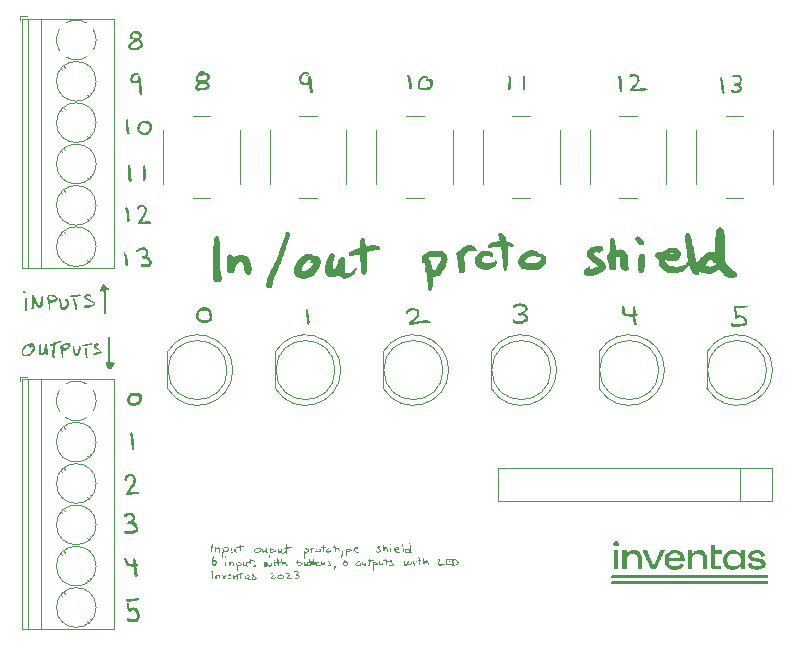
<source format=gbr>
%TF.GenerationSoftware,KiCad,Pcbnew,(7.0.0-0)*%
%TF.CreationDate,2023-08-03T18:37:04+02:00*%
%TF.ProjectId,flipperbrain-shield,666c6970-7065-4726-9272-61696e2d7368,rev?*%
%TF.SameCoordinates,Original*%
%TF.FileFunction,Legend,Top*%
%TF.FilePolarity,Positive*%
%FSLAX46Y46*%
G04 Gerber Fmt 4.6, Leading zero omitted, Abs format (unit mm)*
G04 Created by KiCad (PCBNEW (7.0.0-0)) date 2023-08-03 18:37:04*
%MOMM*%
%LPD*%
G01*
G04 APERTURE LIST*
%ADD10C,0.120000*%
G04 APERTURE END LIST*
D10*
%TO.C,SW8*%
X115052000Y-62660000D02*
X116552000Y-62660000D01*
X119052000Y-61410000D02*
X119052000Y-56910000D01*
X112552000Y-56910000D02*
X112552000Y-61410000D01*
X116552000Y-55660000D02*
X115052000Y-55660000D01*
%TO.C,SW11*%
X142133000Y-62660000D02*
X143633000Y-62660000D01*
X146133000Y-61410000D02*
X146133000Y-56910000D01*
X139633000Y-56910000D02*
X139633000Y-61410000D01*
X143633000Y-55660000D02*
X142133000Y-55660000D01*
%TO.C,SW13*%
X160187000Y-62660000D02*
X161687000Y-62660000D01*
X164187000Y-61410000D02*
X164187000Y-56910000D01*
X157687000Y-56910000D02*
X157687000Y-61410000D01*
X161687000Y-55660000D02*
X160187000Y-55660000D01*
%TO.C,D6*%
X163660000Y-77195000D02*
G75*
G03*
X163660000Y-77195000I-2500000J0D01*
G01*
X158600000Y-78739830D02*
G75*
G03*
X164150000Y-77194538I2560000J1544830D01*
G01*
X164149999Y-77195462D02*
G75*
G03*
X158600001Y-75650170I-2989999J462D01*
G01*
X158600000Y-75650000D02*
X158600000Y-78740000D01*
%TO.C,SW10*%
X133106000Y-62660000D02*
X134606000Y-62660000D01*
X137106000Y-61410000D02*
X137106000Y-56910000D01*
X130606000Y-56910000D02*
X130606000Y-61410000D01*
X134606000Y-55660000D02*
X133106000Y-55660000D01*
%TO.C,D2*%
X122052000Y-75650000D02*
X122052000Y-78740000D01*
X127601999Y-77195462D02*
G75*
G03*
X122052001Y-75650170I-2989999J462D01*
G01*
X122052000Y-78739830D02*
G75*
G03*
X127602000Y-77194538I2560000J1544830D01*
G01*
X127112000Y-77195000D02*
G75*
G03*
X127112000Y-77195000I-2500000J0D01*
G01*
%TO.C,D3*%
X131189000Y-75650000D02*
X131189000Y-78740000D01*
X136738999Y-77195462D02*
G75*
G03*
X131189001Y-75650170I-2989999J462D01*
G01*
X131189000Y-78739830D02*
G75*
G03*
X136739000Y-77194538I2560000J1544830D01*
G01*
X136249000Y-77195000D02*
G75*
G03*
X136249000Y-77195000I-2500000J0D01*
G01*
%TO.C,G002*%
G36*
X150897945Y-92460492D02*
G01*
X151069638Y-92463396D01*
X151072346Y-93263749D01*
X151075053Y-94064103D01*
X150900653Y-94064103D01*
X150726252Y-94064103D01*
X150726252Y-93260846D01*
X150726252Y-92457589D01*
X150897945Y-92460492D01*
G37*
G36*
X150976135Y-91688382D02*
G01*
X151031707Y-91707983D01*
X151075378Y-91741939D01*
X151094582Y-91766079D01*
X151122999Y-91822907D01*
X151135786Y-91884063D01*
X151133954Y-91945662D01*
X151118517Y-92003822D01*
X151090487Y-92054658D01*
X151050876Y-92094286D01*
X151002762Y-92118222D01*
X150960520Y-92126356D01*
X150909819Y-92129643D01*
X150858664Y-92128176D01*
X150815061Y-92122050D01*
X150794929Y-92115778D01*
X150750635Y-92087175D01*
X150711236Y-92045614D01*
X150686380Y-92003787D01*
X150677967Y-91973277D01*
X150672187Y-91931716D01*
X150670457Y-91896426D01*
X150678367Y-91825768D01*
X150702232Y-91768896D01*
X150741786Y-91726052D01*
X150796764Y-91697477D01*
X150866901Y-91683414D01*
X150905869Y-91681889D01*
X150976135Y-91688382D01*
G37*
G36*
X159252791Y-92215101D02*
G01*
X159252791Y-92458113D01*
X159569762Y-92458113D01*
X159886734Y-92458113D01*
X159886734Y-92611316D01*
X159886734Y-92764519D01*
X159569762Y-92764519D01*
X159252791Y-92764519D01*
X159252791Y-93261108D01*
X159252791Y-93757697D01*
X159543348Y-93757697D01*
X159833906Y-93757697D01*
X159833906Y-93910900D01*
X159833906Y-94064103D01*
X159545990Y-94063830D01*
X159459557Y-94063656D01*
X159391296Y-94063183D01*
X159338246Y-94062212D01*
X159297448Y-94060543D01*
X159265942Y-94057975D01*
X159240768Y-94054309D01*
X159218967Y-94049345D01*
X159197578Y-94042883D01*
X159187923Y-94039646D01*
X159106262Y-94001011D01*
X159036359Y-93945751D01*
X158980296Y-93876028D01*
X158940156Y-93794005D01*
X158934215Y-93776294D01*
X158930705Y-93764047D01*
X158927641Y-93750402D01*
X158924993Y-93733915D01*
X158922731Y-93713146D01*
X158920825Y-93686654D01*
X158919244Y-93652995D01*
X158917958Y-93610730D01*
X158916938Y-93558417D01*
X158916153Y-93494613D01*
X158915572Y-93417878D01*
X158915167Y-93326770D01*
X158914906Y-93219847D01*
X158914759Y-93095669D01*
X158914697Y-92952793D01*
X158914688Y-92842820D01*
X158914688Y-91972089D01*
X159083739Y-91972089D01*
X159252791Y-91972089D01*
X159252791Y-92215101D01*
G37*
G36*
X152540301Y-92436147D02*
G01*
X152657638Y-92457318D01*
X152758944Y-92491625D01*
X152845247Y-92539727D01*
X152917572Y-92602285D01*
X152976946Y-92679959D01*
X153008324Y-92737287D01*
X153024393Y-92771322D01*
X153038066Y-92802552D01*
X153049552Y-92832989D01*
X153059061Y-92864643D01*
X153066803Y-92899524D01*
X153072985Y-92939642D01*
X153077819Y-92987007D01*
X153081513Y-93043631D01*
X153084276Y-93111523D01*
X153086318Y-93192693D01*
X153087849Y-93289153D01*
X153089077Y-93402912D01*
X153090103Y-93522609D01*
X153094500Y-94064103D01*
X152919402Y-94064103D01*
X152744305Y-94064103D01*
X152744305Y-93583882D01*
X152744019Y-93449488D01*
X152743169Y-93333189D01*
X152741767Y-93235533D01*
X152739824Y-93157067D01*
X152737354Y-93098335D01*
X152734368Y-93059886D01*
X152732528Y-93047672D01*
X152705319Y-92959047D01*
X152664109Y-92886054D01*
X152608628Y-92828470D01*
X152538605Y-92786074D01*
X152453770Y-92758646D01*
X152363939Y-92746536D01*
X152252239Y-92747605D01*
X152149676Y-92765055D01*
X152057787Y-92798143D01*
X151978112Y-92846124D01*
X151912187Y-92908256D01*
X151861553Y-92983793D01*
X151857741Y-92991339D01*
X151842830Y-93023239D01*
X151830393Y-93054524D01*
X151820209Y-93087425D01*
X151812058Y-93124173D01*
X151805720Y-93167001D01*
X151800973Y-93218138D01*
X151797598Y-93279818D01*
X151795374Y-93354270D01*
X151794079Y-93443726D01*
X151793495Y-93550419D01*
X151793390Y-93642403D01*
X151793390Y-94064103D01*
X151618989Y-94064103D01*
X151444588Y-94064103D01*
X151447296Y-93263749D01*
X151450004Y-92463396D01*
X151621697Y-92460492D01*
X151793390Y-92457589D01*
X151793390Y-92645095D01*
X151793390Y-92832600D01*
X151828916Y-92758469D01*
X151884020Y-92667432D01*
X151955304Y-92588707D01*
X152040508Y-92524285D01*
X152137372Y-92476160D01*
X152157525Y-92468810D01*
X152225946Y-92450867D01*
X152307698Y-92438280D01*
X152395518Y-92431669D01*
X152482141Y-92431654D01*
X152540301Y-92436147D01*
G37*
G36*
X158111037Y-92441790D02*
G01*
X158220577Y-92469151D01*
X158317657Y-92512223D01*
X158401534Y-92570644D01*
X158471466Y-92644052D01*
X158526709Y-92732085D01*
X158543904Y-92769802D01*
X158557601Y-92804559D01*
X158569228Y-92838694D01*
X158578952Y-92874233D01*
X158586939Y-92913198D01*
X158593356Y-92957616D01*
X158598369Y-93009511D01*
X158602144Y-93070907D01*
X158604848Y-93143829D01*
X158606646Y-93230301D01*
X158607705Y-93332350D01*
X158608192Y-93451998D01*
X158608282Y-93553527D01*
X158608282Y-94064103D01*
X158440051Y-94064103D01*
X158271820Y-94064103D01*
X158267404Y-93570155D01*
X158266268Y-93449387D01*
X158265076Y-93347693D01*
X158263642Y-93263013D01*
X158261778Y-93193291D01*
X158259296Y-93136468D01*
X158256009Y-93090486D01*
X158251729Y-93053288D01*
X158246270Y-93022816D01*
X158239443Y-92997010D01*
X158231061Y-92973815D01*
X158220937Y-92951171D01*
X158208882Y-92927021D01*
X158208804Y-92926867D01*
X158164888Y-92863451D01*
X158105540Y-92812854D01*
X158032553Y-92775656D01*
X157947721Y-92752434D01*
X157852836Y-92743768D01*
X157749692Y-92750235D01*
X157691884Y-92760080D01*
X157594757Y-92789137D01*
X157512225Y-92833287D01*
X157444090Y-92892744D01*
X157390155Y-92967725D01*
X157350222Y-93058445D01*
X157324942Y-93160157D01*
X157320443Y-93190721D01*
X157316797Y-93227144D01*
X157313932Y-93271703D01*
X157311773Y-93326676D01*
X157310246Y-93394342D01*
X157309277Y-93476978D01*
X157308790Y-93576862D01*
X157308698Y-93658706D01*
X157308698Y-94064103D01*
X157139646Y-94064103D01*
X156970594Y-94064103D01*
X156970594Y-93261108D01*
X156970594Y-92458113D01*
X157139646Y-92458113D01*
X157308698Y-92458113D01*
X157308698Y-92650378D01*
X157308698Y-92842644D01*
X157349566Y-92758677D01*
X157403835Y-92666433D01*
X157469454Y-92590436D01*
X157547542Y-92529974D01*
X157639218Y-92484335D01*
X157745599Y-92452809D01*
X157857549Y-92435645D01*
X157989780Y-92430500D01*
X158111037Y-92441790D01*
G37*
G36*
X153822787Y-93129324D02*
G01*
X153867749Y-93241956D01*
X153910551Y-93348426D01*
X153950546Y-93447165D01*
X153987083Y-93536608D01*
X154019515Y-93615188D01*
X154047191Y-93681337D01*
X154069463Y-93733490D01*
X154085682Y-93770080D01*
X154095199Y-93789539D01*
X154097442Y-93792323D01*
X154102561Y-93781332D01*
X154114788Y-93752344D01*
X154133458Y-93707011D01*
X154157903Y-93646985D01*
X154187455Y-93573916D01*
X154221448Y-93489456D01*
X154259213Y-93395258D01*
X154300085Y-93292972D01*
X154343395Y-93184250D01*
X154361144Y-93139602D01*
X154405339Y-93028448D01*
X154447405Y-92922806D01*
X154486669Y-92824362D01*
X154522453Y-92734801D01*
X154554084Y-92655810D01*
X154580885Y-92589075D01*
X154602181Y-92536282D01*
X154617296Y-92499116D01*
X154625556Y-92479263D01*
X154626760Y-92476603D01*
X154632060Y-92469961D01*
X154642059Y-92465114D01*
X154659738Y-92461786D01*
X154688077Y-92459702D01*
X154730056Y-92458583D01*
X154788657Y-92458155D01*
X154826124Y-92458113D01*
X154886815Y-92458308D01*
X154939474Y-92458850D01*
X154980761Y-92459675D01*
X155007341Y-92460716D01*
X155015936Y-92461815D01*
X155011768Y-92471819D01*
X154999685Y-92499715D01*
X154980317Y-92544071D01*
X154954294Y-92603452D01*
X154922247Y-92676424D01*
X154884806Y-92761554D01*
X154842602Y-92857409D01*
X154796264Y-92962554D01*
X154746423Y-93075556D01*
X154693711Y-93194982D01*
X154664038Y-93262169D01*
X154312141Y-94058820D01*
X154096131Y-94061499D01*
X153880120Y-94064178D01*
X153531451Y-93277027D01*
X153477506Y-93155141D01*
X153426030Y-93038647D01*
X153377670Y-92929013D01*
X153333070Y-92827712D01*
X153292875Y-92736213D01*
X153257729Y-92655988D01*
X153228278Y-92588508D01*
X153205166Y-92535242D01*
X153189039Y-92497662D01*
X153180540Y-92477239D01*
X153179366Y-92473994D01*
X153180622Y-92468273D01*
X153188993Y-92464086D01*
X153207150Y-92461205D01*
X153237763Y-92459403D01*
X153283501Y-92458451D01*
X153347036Y-92458124D01*
X153365860Y-92458113D01*
X153555770Y-92458113D01*
X153822787Y-93129324D01*
G37*
G36*
X157597223Y-94571260D02*
G01*
X158023589Y-94571269D01*
X158429798Y-94571286D01*
X158816337Y-94571312D01*
X159183693Y-94571348D01*
X159532353Y-94571396D01*
X159862804Y-94571456D01*
X160175532Y-94571531D01*
X160471026Y-94571621D01*
X160749772Y-94571727D01*
X161012258Y-94571851D01*
X161258969Y-94571995D01*
X161490394Y-94572159D01*
X161707019Y-94572345D01*
X161909332Y-94572553D01*
X162097820Y-94572786D01*
X162272969Y-94573045D01*
X162435267Y-94573330D01*
X162585201Y-94573644D01*
X162723257Y-94573987D01*
X162849924Y-94574360D01*
X162965687Y-94574766D01*
X163071035Y-94575205D01*
X163166453Y-94575678D01*
X163252430Y-94576187D01*
X163329452Y-94576733D01*
X163398007Y-94577318D01*
X163458581Y-94577942D01*
X163511661Y-94578607D01*
X163557735Y-94579314D01*
X163597290Y-94580064D01*
X163630812Y-94580859D01*
X163658789Y-94581701D01*
X163681708Y-94582589D01*
X163700056Y-94583526D01*
X163714319Y-94584513D01*
X163724986Y-94585551D01*
X163732543Y-94586641D01*
X163737477Y-94587785D01*
X163739451Y-94588531D01*
X163777703Y-94617613D01*
X163800478Y-94660042D01*
X163806618Y-94703861D01*
X163802023Y-94734774D01*
X163785389Y-94762436D01*
X163770694Y-94778346D01*
X163734771Y-94814269D01*
X157150212Y-94814269D01*
X150565653Y-94814269D01*
X150529729Y-94778346D01*
X150505211Y-94748896D01*
X150494938Y-94720767D01*
X150493806Y-94703861D01*
X150502602Y-94652157D01*
X150528052Y-94611781D01*
X150560973Y-94588531D01*
X150564511Y-94587353D01*
X150570366Y-94586229D01*
X150579025Y-94585158D01*
X150590976Y-94584139D01*
X150606706Y-94583171D01*
X150626701Y-94582252D01*
X150651449Y-94581382D01*
X150681437Y-94580558D01*
X150717152Y-94579779D01*
X150759080Y-94579045D01*
X150807710Y-94578354D01*
X150863528Y-94577704D01*
X150927020Y-94577095D01*
X150998675Y-94576525D01*
X151078980Y-94575993D01*
X151168420Y-94575497D01*
X151267485Y-94575037D01*
X151376659Y-94574611D01*
X151496431Y-94574217D01*
X151627288Y-94573855D01*
X151769716Y-94573524D01*
X151924203Y-94573221D01*
X152091236Y-94572945D01*
X152271302Y-94572697D01*
X152464888Y-94572473D01*
X152672481Y-94572273D01*
X152894568Y-94572095D01*
X153131636Y-94571939D01*
X153384173Y-94571803D01*
X153652664Y-94571685D01*
X153937599Y-94571585D01*
X154239462Y-94571501D01*
X154558742Y-94571432D01*
X154895926Y-94571377D01*
X155251500Y-94571334D01*
X155625952Y-94571301D01*
X156019769Y-94571279D01*
X156433438Y-94571265D01*
X156867445Y-94571259D01*
X157150212Y-94571257D01*
X157597223Y-94571260D01*
G37*
G36*
X159988741Y-93285846D02*
G01*
X160331038Y-93285846D01*
X160333669Y-93357875D01*
X160340688Y-93420467D01*
X160345224Y-93443461D01*
X160374664Y-93534974D01*
X160417087Y-93610923D01*
X160473568Y-93672282D01*
X160545181Y-93720025D01*
X160633001Y-93755128D01*
X160709052Y-93773540D01*
X160766615Y-93780969D01*
X160836650Y-93784697D01*
X160912828Y-93784887D01*
X160988822Y-93781702D01*
X161058303Y-93775308D01*
X161114943Y-93765867D01*
X161127631Y-93762702D01*
X161225724Y-93726778D01*
X161307568Y-93677398D01*
X161373444Y-93614269D01*
X161423632Y-93537102D01*
X161458414Y-93445607D01*
X161466847Y-93410863D01*
X161480322Y-93302521D01*
X161476975Y-93190339D01*
X161457317Y-93081384D01*
X161438857Y-93023027D01*
X161412875Y-92972563D01*
X161373790Y-92919242D01*
X161327351Y-92869751D01*
X161279308Y-92830779D01*
X161266796Y-92822920D01*
X161196526Y-92790936D01*
X161112926Y-92767522D01*
X161020093Y-92752597D01*
X160922122Y-92746080D01*
X160823111Y-92747889D01*
X160727154Y-92757943D01*
X160638348Y-92776162D01*
X160560789Y-92802462D01*
X160498574Y-92836765D01*
X160496600Y-92838201D01*
X160440488Y-92890486D01*
X160392711Y-92956459D01*
X160360097Y-93024585D01*
X160347325Y-93073749D01*
X160338081Y-93137722D01*
X160332580Y-93210441D01*
X160331038Y-93285846D01*
X159988741Y-93285846D01*
X159988662Y-93261108D01*
X159989036Y-93189154D01*
X159990424Y-93133686D01*
X159993223Y-93090068D01*
X159997833Y-93053663D01*
X160004650Y-93019834D01*
X160011745Y-92992295D01*
X160055471Y-92868173D01*
X160114118Y-92758950D01*
X160187405Y-92664846D01*
X160275051Y-92586083D01*
X160376776Y-92522881D01*
X160492300Y-92475460D01*
X160621341Y-92444042D01*
X160725539Y-92431210D01*
X160802071Y-92430192D01*
X160886971Y-92437110D01*
X160971628Y-92450787D01*
X161047432Y-92470045D01*
X161072285Y-92478642D01*
X161156151Y-92518665D01*
X161239111Y-92573105D01*
X161315955Y-92637656D01*
X161381470Y-92708012D01*
X161424734Y-92769802D01*
X161455744Y-92822630D01*
X161461027Y-92643013D01*
X161466310Y-92463396D01*
X161638003Y-92460492D01*
X161809696Y-92457589D01*
X161809696Y-93260846D01*
X161809696Y-94064103D01*
X161635361Y-94064103D01*
X161461027Y-94064103D01*
X161461027Y-93887215D01*
X161461027Y-93710327D01*
X161418306Y-93775710D01*
X161352144Y-93859621D01*
X161270099Y-93935757D01*
X161176968Y-94000695D01*
X161077548Y-94051014D01*
X160992420Y-94079548D01*
X160925610Y-94091846D01*
X160846627Y-94099142D01*
X160763923Y-94101029D01*
X160685952Y-94097096D01*
X160668598Y-94095206D01*
X160541776Y-94071334D01*
X160428203Y-94031986D01*
X160325722Y-93976156D01*
X160232178Y-93902835D01*
X160207962Y-93879698D01*
X160162050Y-93831742D01*
X160127728Y-93789389D01*
X160099716Y-93745514D01*
X160078470Y-93704868D01*
X160047241Y-93637041D01*
X160023916Y-93575351D01*
X160007448Y-93514635D01*
X159996793Y-93449732D01*
X159990907Y-93375478D01*
X159988744Y-93286711D01*
X159988741Y-93285846D01*
G37*
G36*
X155045252Y-93006807D02*
G01*
X155084875Y-92895080D01*
X155141546Y-92793032D01*
X155215986Y-92698891D01*
X155264906Y-92649708D01*
X155361187Y-92573094D01*
X155468186Y-92513388D01*
X155586706Y-92470314D01*
X155717552Y-92443593D01*
X155861526Y-92432949D01*
X155892891Y-92432727D01*
X156006238Y-92437500D01*
X156106735Y-92451908D01*
X156201010Y-92477394D01*
X156295693Y-92515403D01*
X156315520Y-92524759D01*
X156395234Y-92572032D01*
X156472364Y-92633977D01*
X156541829Y-92705606D01*
X156598548Y-92781933D01*
X156624350Y-92827913D01*
X156656979Y-92900776D01*
X156680853Y-92969789D01*
X156697360Y-93041039D01*
X156707887Y-93120612D01*
X156713822Y-93214595D01*
X156714088Y-93221486D01*
X156719888Y-93377331D01*
X156037628Y-93377331D01*
X155355367Y-93377331D01*
X155360925Y-93416952D01*
X155382437Y-93517708D01*
X155416865Y-93602091D01*
X155465028Y-93671057D01*
X155527743Y-93725557D01*
X155605829Y-93766545D01*
X155681576Y-93790661D01*
X155721684Y-93797239D01*
X155777276Y-93801862D01*
X155842932Y-93804529D01*
X155913230Y-93805241D01*
X155982752Y-93804000D01*
X156046077Y-93800806D01*
X156097784Y-93795660D01*
X156125337Y-93790605D01*
X156206360Y-93761070D01*
X156272691Y-93716593D01*
X156325383Y-93656325D01*
X156353543Y-93606769D01*
X156367667Y-93582228D01*
X156380246Y-93568539D01*
X156383221Y-93567514D01*
X156396949Y-93571403D01*
X156425596Y-93581851D01*
X156464689Y-93597024D01*
X156509753Y-93615091D01*
X156556312Y-93634220D01*
X156599893Y-93652579D01*
X156636021Y-93668335D01*
X156660220Y-93679657D01*
X156667686Y-93683980D01*
X156668448Y-93697081D01*
X156660608Y-93721764D01*
X156653220Y-93737950D01*
X156595254Y-93830673D01*
X156521570Y-93909716D01*
X156432028Y-93975157D01*
X156326494Y-94027073D01*
X156204829Y-94065542D01*
X156066897Y-94090642D01*
X156020965Y-94095706D01*
X155955873Y-94101344D01*
X155903922Y-94104141D01*
X155857306Y-94104050D01*
X155808218Y-94101022D01*
X155748854Y-94095010D01*
X155739705Y-94093976D01*
X155669106Y-94081662D01*
X155589587Y-94060882D01*
X155508834Y-94034156D01*
X155434532Y-94004001D01*
X155379321Y-93975889D01*
X155278230Y-93905050D01*
X155193175Y-93820612D01*
X155124361Y-93722973D01*
X155071992Y-93612531D01*
X155036273Y-93489684D01*
X155017409Y-93354831D01*
X155014267Y-93266391D01*
X155021956Y-93129986D01*
X155023135Y-93123753D01*
X155361732Y-93123753D01*
X155864417Y-93123753D01*
X155965404Y-93123592D01*
X156059796Y-93123129D01*
X156145517Y-93122397D01*
X156220494Y-93121429D01*
X156282651Y-93120257D01*
X156329915Y-93118913D01*
X156360210Y-93117430D01*
X156371462Y-93115840D01*
X156371468Y-93115829D01*
X156372371Y-93100193D01*
X156368772Y-93070073D01*
X156361854Y-93031337D01*
X156352797Y-92989854D01*
X156342783Y-92951491D01*
X156332995Y-92922118D01*
X156331966Y-92919650D01*
X156298966Y-92864957D01*
X156251045Y-92814285D01*
X156194322Y-92773621D01*
X156170214Y-92761354D01*
X156105346Y-92739801D01*
X156026095Y-92725099D01*
X155938092Y-92717317D01*
X155846970Y-92716525D01*
X155758357Y-92722790D01*
X155677887Y-92736183D01*
X155616653Y-92754555D01*
X155535282Y-92797247D01*
X155468487Y-92854854D01*
X155417219Y-92926142D01*
X155382429Y-93009874D01*
X155368046Y-93077686D01*
X155361732Y-93123753D01*
X155023135Y-93123753D01*
X155045252Y-93006807D01*
G37*
G36*
X157597223Y-95057284D02*
G01*
X158023589Y-95057293D01*
X158429798Y-95057310D01*
X158816337Y-95057335D01*
X159183693Y-95057372D01*
X159532353Y-95057419D01*
X159862804Y-95057480D01*
X160175532Y-95057554D01*
X160471026Y-95057644D01*
X160749772Y-95057750D01*
X161012258Y-95057875D01*
X161258969Y-95058018D01*
X161490394Y-95058182D01*
X161707019Y-95058368D01*
X161909332Y-95058577D01*
X162097820Y-95058810D01*
X162272969Y-95059068D01*
X162435267Y-95059354D01*
X162585201Y-95059667D01*
X162723257Y-95060010D01*
X162849924Y-95060384D01*
X162965687Y-95060789D01*
X163071035Y-95061228D01*
X163166453Y-95061701D01*
X163252430Y-95062210D01*
X163329452Y-95062756D01*
X163398007Y-95063341D01*
X163458581Y-95063965D01*
X163511661Y-95064630D01*
X163557735Y-95065337D01*
X163597290Y-95066087D01*
X163630812Y-95066883D01*
X163658789Y-95067724D01*
X163681708Y-95068612D01*
X163700056Y-95069550D01*
X163714319Y-95070536D01*
X163724986Y-95071574D01*
X163732543Y-95072665D01*
X163737477Y-95073809D01*
X163739451Y-95074554D01*
X163777053Y-95102267D01*
X163799061Y-95139158D01*
X163805992Y-95180735D01*
X163798364Y-95222504D01*
X163776695Y-95259970D01*
X163741502Y-95288640D01*
X163713488Y-95299924D01*
X163700778Y-95300765D01*
X163668782Y-95301570D01*
X163617426Y-95302339D01*
X163546635Y-95303072D01*
X163456334Y-95303770D01*
X163346447Y-95304432D01*
X163216899Y-95305058D01*
X163067616Y-95305649D01*
X162898521Y-95306204D01*
X162709541Y-95306725D01*
X162500600Y-95307210D01*
X162271623Y-95307661D01*
X162022534Y-95308077D01*
X161753259Y-95308458D01*
X161463722Y-95308804D01*
X161153849Y-95309116D01*
X160823564Y-95309394D01*
X160472792Y-95309638D01*
X160101458Y-95309847D01*
X159709487Y-95310023D01*
X159296803Y-95310165D01*
X158863333Y-95310273D01*
X158409000Y-95310348D01*
X157933729Y-95310389D01*
X157437446Y-95310396D01*
X157139646Y-95310386D01*
X156685338Y-95310355D01*
X156251707Y-95310313D01*
X155838301Y-95310259D01*
X155444665Y-95310191D01*
X155070345Y-95310109D01*
X154714889Y-95310012D01*
X154377841Y-95309898D01*
X154058749Y-95309767D01*
X153757159Y-95309618D01*
X153472616Y-95309449D01*
X153204668Y-95309260D01*
X152952861Y-95309049D01*
X152716741Y-95308816D01*
X152495853Y-95308560D01*
X152289745Y-95308279D01*
X152097963Y-95307973D01*
X151920053Y-95307640D01*
X151755562Y-95307280D01*
X151604034Y-95306892D01*
X151465018Y-95306474D01*
X151338059Y-95306025D01*
X151222704Y-95305546D01*
X151118498Y-95305033D01*
X151024988Y-95304488D01*
X150941720Y-95303908D01*
X150868241Y-95303292D01*
X150804098Y-95302640D01*
X150748835Y-95301950D01*
X150701999Y-95301222D01*
X150663138Y-95300455D01*
X150631796Y-95299647D01*
X150607521Y-95298797D01*
X150589859Y-95297905D01*
X150578355Y-95296970D01*
X150572557Y-95295990D01*
X150572153Y-95295840D01*
X150531564Y-95268645D01*
X150505623Y-95231760D01*
X150494562Y-95189755D01*
X150498610Y-95147198D01*
X150517999Y-95108658D01*
X150552959Y-95078705D01*
X150560973Y-95074554D01*
X150564511Y-95073376D01*
X150570366Y-95072252D01*
X150579025Y-95071181D01*
X150590976Y-95070162D01*
X150606706Y-95069194D01*
X150626701Y-95068276D01*
X150651449Y-95067405D01*
X150681437Y-95066581D01*
X150717152Y-95065802D01*
X150759080Y-95065068D01*
X150807710Y-95064377D01*
X150863528Y-95063727D01*
X150927020Y-95063118D01*
X150998675Y-95062548D01*
X151078980Y-95062016D01*
X151168420Y-95061521D01*
X151267485Y-95061060D01*
X151376659Y-95060634D01*
X151496431Y-95060241D01*
X151627288Y-95059879D01*
X151769716Y-95059547D01*
X151924203Y-95059244D01*
X152091236Y-95058969D01*
X152271302Y-95058720D01*
X152464888Y-95058496D01*
X152672481Y-95058296D01*
X152894568Y-95058119D01*
X153131636Y-95057962D01*
X153384173Y-95057826D01*
X153652664Y-95057709D01*
X153937599Y-95057608D01*
X154239462Y-95057525D01*
X154558742Y-95057455D01*
X154895926Y-95057400D01*
X155251500Y-95057357D01*
X155625952Y-95057325D01*
X156019769Y-95057302D01*
X156433438Y-95057289D01*
X156867445Y-95057282D01*
X157150212Y-95057281D01*
X157597223Y-95057284D01*
G37*
G36*
X162954629Y-92436770D02*
G01*
X163077257Y-92459144D01*
X163187819Y-92495675D01*
X163285214Y-92545922D01*
X163368341Y-92609443D01*
X163436099Y-92685796D01*
X163479495Y-92757822D01*
X163499579Y-92801310D01*
X163516138Y-92842434D01*
X163526454Y-92874250D01*
X163528079Y-92881859D01*
X163534179Y-92919957D01*
X163375270Y-92959525D01*
X163319793Y-92972736D01*
X163271262Y-92983158D01*
X163233481Y-92990063D01*
X163210257Y-92992722D01*
X163205084Y-92992122D01*
X163195535Y-92976777D01*
X163193806Y-92965040D01*
X163187496Y-92928384D01*
X163170958Y-92883349D01*
X163147782Y-92837546D01*
X163121558Y-92798585D01*
X163108463Y-92784086D01*
X163074624Y-92755918D01*
X163037523Y-92735119D01*
X162993469Y-92720757D01*
X162938771Y-92711898D01*
X162869739Y-92707609D01*
X162802874Y-92706839D01*
X162713842Y-92709060D01*
X162642560Y-92715802D01*
X162585950Y-92728019D01*
X162540934Y-92746665D01*
X162504434Y-92772694D01*
X162473371Y-92807062D01*
X162471498Y-92809565D01*
X162455670Y-92845944D01*
X162450483Y-92892600D01*
X162455802Y-92941632D01*
X162471491Y-92985139D01*
X162474606Y-92990499D01*
X162488200Y-93008922D01*
X162505838Y-93024776D01*
X162529751Y-93038730D01*
X162562176Y-93051455D01*
X162605346Y-93063623D01*
X162661495Y-93075904D01*
X162732859Y-93088969D01*
X162821672Y-93103488D01*
X162882170Y-93112858D01*
X162961498Y-93125340D01*
X163037632Y-93137996D01*
X163106957Y-93150173D01*
X163165860Y-93161217D01*
X163210727Y-93170478D01*
X163236184Y-93176767D01*
X163326040Y-93211707D01*
X163405561Y-93259354D01*
X163471889Y-93317378D01*
X163522165Y-93383450D01*
X163544181Y-93427831D01*
X163556440Y-93463405D01*
X163563907Y-93499667D01*
X163567616Y-93543689D01*
X163568596Y-93594486D01*
X163568291Y-93644211D01*
X163566052Y-93679910D01*
X163560376Y-93708686D01*
X163549763Y-93737639D01*
X163532713Y-93773872D01*
X163529170Y-93781056D01*
X163476633Y-93863768D01*
X163406806Y-93934624D01*
X163320011Y-93993443D01*
X163216571Y-94040044D01*
X163096807Y-94074247D01*
X162968393Y-94095071D01*
X162921455Y-94100133D01*
X162885145Y-94103204D01*
X162853216Y-94104290D01*
X162819423Y-94103395D01*
X162777517Y-94100525D01*
X162721254Y-94095685D01*
X162716637Y-94095274D01*
X162578374Y-94074692D01*
X162453374Y-94038892D01*
X162342259Y-93988159D01*
X162245652Y-93922779D01*
X162164172Y-93843036D01*
X162161966Y-93840423D01*
X162139659Y-93809886D01*
X162115259Y-93770302D01*
X162091566Y-93727061D01*
X162071380Y-93685551D01*
X162057501Y-93651160D01*
X162052708Y-93630146D01*
X162057828Y-93621641D01*
X162074727Y-93611811D01*
X162105709Y-93599737D01*
X162153078Y-93584495D01*
X162205388Y-93569095D01*
X162259869Y-93553714D01*
X162307748Y-93540691D01*
X162345073Y-93531063D01*
X162367894Y-93525867D01*
X162372442Y-93525251D01*
X162383582Y-93534866D01*
X162395119Y-93560355D01*
X162400214Y-93577529D01*
X162428520Y-93651081D01*
X162472694Y-93711393D01*
X162533454Y-93759200D01*
X162611515Y-93795238D01*
X162612691Y-93795648D01*
X162654620Y-93805439D01*
X162712259Y-93812382D01*
X162780382Y-93816479D01*
X162853760Y-93817734D01*
X162927165Y-93816149D01*
X162995371Y-93811728D01*
X163053149Y-93804473D01*
X163092386Y-93795370D01*
X163154594Y-93766996D01*
X163199477Y-93729077D01*
X163226139Y-93683011D01*
X163233684Y-93630200D01*
X163226074Y-93586383D01*
X163213790Y-93555992D01*
X163195292Y-93530121D01*
X163168502Y-93507916D01*
X163131345Y-93488521D01*
X163081745Y-93471081D01*
X163017625Y-93454741D01*
X162936909Y-93438645D01*
X162837522Y-93421940D01*
X162820268Y-93419234D01*
X162704886Y-93400695D01*
X162608106Y-93383616D01*
X162527514Y-93367210D01*
X162460700Y-93350693D01*
X162405251Y-93333282D01*
X162358756Y-93314191D01*
X162318804Y-93292635D01*
X162282983Y-93267831D01*
X162248881Y-93238993D01*
X162239534Y-93230298D01*
X162177586Y-93158085D01*
X162134725Y-93076972D01*
X162111211Y-92987659D01*
X162107303Y-92890845D01*
X162108241Y-92877841D01*
X162125888Y-92784421D01*
X162161870Y-92700911D01*
X162215635Y-92627738D01*
X162286632Y-92565329D01*
X162374313Y-92514111D01*
X162478125Y-92474510D01*
X162597520Y-92446953D01*
X162677575Y-92436260D01*
X162821035Y-92428995D01*
X162954629Y-92436770D01*
G37*
%TO.C,SW9*%
X124079000Y-62660000D02*
X125579000Y-62660000D01*
X128079000Y-61410000D02*
X128079000Y-56910000D01*
X121579000Y-56910000D02*
X121579000Y-61410000D01*
X125579000Y-55660000D02*
X124079000Y-55660000D01*
%TO.C,D1*%
X112915000Y-75650000D02*
X112915000Y-78740000D01*
X118464999Y-77195462D02*
G75*
G03*
X112915001Y-75650170I-2989999J462D01*
G01*
X112915000Y-78739830D02*
G75*
G03*
X118465000Y-77194538I2560000J1544830D01*
G01*
X117975000Y-77195000D02*
G75*
G03*
X117975000Y-77195000I-2500000J0D01*
G01*
%TO.C,G001*%
G36*
X131841806Y-91921970D02*
G01*
X131872264Y-91968217D01*
X131870639Y-92001670D01*
X131843480Y-92037098D01*
X131810648Y-92017826D01*
X131784050Y-91970663D01*
X131766408Y-91919596D01*
X131779665Y-91902157D01*
X131787905Y-91901567D01*
X131841806Y-91921970D01*
G37*
G36*
X117870837Y-92972223D02*
G01*
X117891545Y-93017892D01*
X117897936Y-93074598D01*
X117884654Y-93120280D01*
X117881146Y-93124316D01*
X117851051Y-93137262D01*
X117837497Y-93115383D01*
X117816787Y-93025587D01*
X117826332Y-92970971D01*
X117841168Y-92959652D01*
X117870837Y-92972223D01*
G37*
G36*
X121887453Y-93222052D02*
G01*
X121939780Y-93250121D01*
X121996453Y-93289213D01*
X122038722Y-93326781D01*
X122049707Y-93345691D01*
X122033035Y-93366061D01*
X121985818Y-93348329D01*
X121920442Y-93299674D01*
X121874027Y-93252931D01*
X121856739Y-93221228D01*
X121858222Y-93217553D01*
X121887453Y-93222052D01*
G37*
G36*
X136884921Y-93399552D02*
G01*
X136871436Y-93415310D01*
X136864548Y-93419366D01*
X136797970Y-93446543D01*
X136722822Y-93462978D01*
X136660231Y-93465485D01*
X136632699Y-93454319D01*
X136645136Y-93433240D01*
X136696809Y-93413391D01*
X136771770Y-93399187D01*
X136847274Y-93394899D01*
X136884921Y-93399552D01*
G37*
G36*
X100809815Y-70508816D02*
G01*
X100862498Y-70519014D01*
X100872282Y-70520661D01*
X100934111Y-70548560D01*
X100948251Y-70597685D01*
X100920961Y-70646724D01*
X100857949Y-70695141D01*
X100797156Y-70690886D01*
X100741345Y-70648004D01*
X100703220Y-70585393D01*
X100711131Y-70533546D01*
X100758303Y-70506237D01*
X100809815Y-70508816D01*
G37*
G36*
X133746448Y-93233716D02*
G01*
X133790941Y-93247605D01*
X133796648Y-93255865D01*
X133773817Y-93279487D01*
X133748281Y-93283881D01*
X133680011Y-93291447D01*
X133643933Y-93299301D01*
X133589846Y-93303102D01*
X133567926Y-93294317D01*
X133548468Y-93257718D01*
X133579745Y-93236006D01*
X133663195Y-93228269D01*
X133672274Y-93228226D01*
X133746448Y-93233716D01*
G37*
G36*
X117867348Y-93473908D02*
G01*
X117896957Y-93568076D01*
X117904392Y-93601433D01*
X117921618Y-93710666D01*
X117916861Y-93776111D01*
X117888692Y-93805294D01*
X117865102Y-93808640D01*
X117839883Y-93781529D01*
X117819838Y-93699952D01*
X117810329Y-93625508D01*
X117802638Y-93530830D01*
X117800657Y-93460164D01*
X117804674Y-93429269D01*
X117835742Y-93426180D01*
X117867348Y-93473908D01*
G37*
G36*
X127151278Y-93695913D02*
G01*
X127172703Y-93751755D01*
X127174460Y-93816981D01*
X127162747Y-93902043D01*
X127141907Y-93990082D01*
X127116280Y-94064237D01*
X127090207Y-94107648D01*
X127079777Y-94112666D01*
X127068001Y-94087066D01*
X127060896Y-94018184D01*
X127059520Y-93917896D01*
X127060119Y-93891837D01*
X127065263Y-93779372D01*
X127074147Y-93711887D01*
X127089160Y-93679101D01*
X127111529Y-93670727D01*
X127151278Y-93695913D01*
G37*
G36*
X131816887Y-92241582D02*
G01*
X131836489Y-92273359D01*
X131847348Y-92339590D01*
X131848117Y-92364600D01*
X131852387Y-92439924D01*
X131863024Y-92489514D01*
X131866942Y-92495948D01*
X131875925Y-92536360D01*
X131852638Y-92577883D01*
X131819384Y-92592535D01*
X131782340Y-92569567D01*
X131765316Y-92537619D01*
X131757315Y-92476383D01*
X131761251Y-92398687D01*
X131774087Y-92321954D01*
X131792789Y-92263609D01*
X131814321Y-92241075D01*
X131816887Y-92241582D01*
G37*
G36*
X133787068Y-93382034D02*
G01*
X133821922Y-93430267D01*
X133826184Y-93440505D01*
X133851664Y-93525262D01*
X133868257Y-93614364D01*
X133874394Y-93692052D01*
X133868507Y-93742565D01*
X133857314Y-93753362D01*
X133816905Y-93735070D01*
X133813249Y-93730224D01*
X133797889Y-93690406D01*
X133777494Y-93620222D01*
X133772037Y-93598940D01*
X133749508Y-93511880D01*
X133728936Y-93437755D01*
X133726205Y-93428607D01*
X133724355Y-93379437D01*
X133749594Y-93364502D01*
X133787068Y-93382034D01*
G37*
G36*
X132850646Y-91889896D02*
G01*
X132852507Y-91893300D01*
X132874765Y-91958120D01*
X132893011Y-92054522D01*
X132906704Y-92170424D01*
X132915307Y-92293747D01*
X132918281Y-92412409D01*
X132915085Y-92514328D01*
X132905180Y-92587425D01*
X132888028Y-92619618D01*
X132884946Y-92620174D01*
X132873397Y-92594601D01*
X132860725Y-92525975D01*
X132848894Y-92426435D01*
X132843577Y-92364516D01*
X132832211Y-92236026D01*
X132818561Y-92114929D01*
X132805002Y-92021449D01*
X132800569Y-91998302D01*
X132791299Y-91919596D01*
X132799413Y-91869516D01*
X132820624Y-91856727D01*
X132850646Y-91889896D01*
G37*
G36*
X116722138Y-94158870D02*
G01*
X116753815Y-94223469D01*
X116774307Y-94340639D01*
X116783401Y-94509554D01*
X116783847Y-94552500D01*
X116781272Y-94701929D01*
X116771503Y-94799955D01*
X116753608Y-94850097D01*
X116726653Y-94855874D01*
X116707271Y-94841062D01*
X116698978Y-94806743D01*
X116692520Y-94730481D01*
X116688809Y-94625605D01*
X116688270Y-94564098D01*
X116685204Y-94431311D01*
X116676333Y-94344252D01*
X116662142Y-94307179D01*
X116658795Y-94306137D01*
X116639769Y-94284465D01*
X116638355Y-94235263D01*
X116651455Y-94182253D01*
X116675972Y-94149158D01*
X116679489Y-94147666D01*
X116722138Y-94158870D01*
G37*
G36*
X116736708Y-91894899D02*
G01*
X116754730Y-91951804D01*
X116758534Y-92042852D01*
X116746888Y-92158109D01*
X116742857Y-92181762D01*
X116727434Y-92294647D01*
X116720257Y-92405703D01*
X116721201Y-92462595D01*
X116721816Y-92539086D01*
X116705471Y-92576286D01*
X116681276Y-92586799D01*
X116631876Y-92573363D01*
X116615056Y-92550316D01*
X116610977Y-92503026D01*
X116615467Y-92416979D01*
X116627506Y-92307854D01*
X116633638Y-92264976D01*
X116650570Y-92147796D01*
X116663886Y-92044700D01*
X116671391Y-91973067D01*
X116672219Y-91959283D01*
X116685379Y-91903971D01*
X116705700Y-91882073D01*
X116736708Y-91894899D01*
G37*
G36*
X105549953Y-70791840D02*
G01*
X105559226Y-70793858D01*
X105600870Y-70826677D01*
X105590225Y-70867041D01*
X105553831Y-70894000D01*
X105490891Y-70917889D01*
X105392821Y-70943837D01*
X105270994Y-70970032D01*
X105136783Y-70994662D01*
X105001560Y-71015913D01*
X104876698Y-71031974D01*
X104773569Y-71041031D01*
X104703548Y-71041274D01*
X104678712Y-71033468D01*
X104676572Y-70984657D01*
X104708397Y-70928885D01*
X104749090Y-70895722D01*
X104798611Y-70880480D01*
X104888487Y-70862625D01*
X105005768Y-70843787D01*
X105137502Y-70825595D01*
X105270739Y-70809675D01*
X105392527Y-70797657D01*
X105489916Y-70791169D01*
X105549953Y-70791840D01*
G37*
G36*
X125392867Y-92222361D02*
G01*
X125473826Y-92241578D01*
X125501345Y-92261760D01*
X125477011Y-92278618D01*
X125402411Y-92287861D01*
X125368401Y-92288509D01*
X125258460Y-92302633D01*
X125188661Y-92349176D01*
X125153226Y-92434393D01*
X125145724Y-92529588D01*
X125139733Y-92609316D01*
X125119569Y-92644224D01*
X125104265Y-92647813D01*
X125070622Y-92624177D01*
X125062503Y-92585625D01*
X125057754Y-92516059D01*
X125046568Y-92429103D01*
X125045074Y-92419835D01*
X125037614Y-92357236D01*
X125049378Y-92319230D01*
X125091705Y-92289261D01*
X125154328Y-92260329D01*
X125268598Y-92222495D01*
X125373696Y-92219677D01*
X125392867Y-92222361D01*
G37*
G36*
X105037335Y-71116369D02*
G01*
X105089247Y-71193302D01*
X105139341Y-71315320D01*
X105185637Y-71477348D01*
X105226154Y-71674310D01*
X105235401Y-71730006D01*
X105255059Y-71869305D01*
X105262139Y-71964963D01*
X105256999Y-72027078D01*
X105247005Y-72054761D01*
X105207609Y-72104791D01*
X105166598Y-72101168D01*
X105135613Y-72071177D01*
X105117505Y-72027601D01*
X105095886Y-71942887D01*
X105073933Y-71830765D01*
X105060512Y-71746422D01*
X105037482Y-71607042D01*
X105009919Y-71469695D01*
X104982241Y-71355442D01*
X104969513Y-71312872D01*
X104938253Y-71197524D01*
X104936762Y-71125276D01*
X104965300Y-71092484D01*
X104985584Y-71089597D01*
X105037335Y-71116369D01*
G37*
G36*
X106517510Y-74938654D02*
G01*
X106580183Y-74957406D01*
X106603628Y-74983688D01*
X106595233Y-75000769D01*
X106564098Y-75013106D01*
X106491448Y-75035323D01*
X106389469Y-75064183D01*
X106270345Y-75096450D01*
X106146259Y-75128887D01*
X106029398Y-75158256D01*
X105931945Y-75181320D01*
X105866085Y-75194843D01*
X105862592Y-75195409D01*
X105769102Y-75197727D01*
X105722601Y-75176676D01*
X105692896Y-75137700D01*
X105688052Y-75123762D01*
X105713481Y-75097421D01*
X105782156Y-75065848D01*
X105882658Y-75032016D01*
X106003567Y-74998900D01*
X106133466Y-74969476D01*
X106260934Y-74946719D01*
X106374553Y-74933602D01*
X106425757Y-74931575D01*
X106517510Y-74938654D01*
G37*
G36*
X106068312Y-75234824D02*
G01*
X106087981Y-75285906D01*
X106102354Y-75374083D01*
X106113228Y-75505962D01*
X106120180Y-75637773D01*
X106128390Y-75780052D01*
X106138703Y-75903608D01*
X106149957Y-75997365D01*
X106160993Y-76050244D01*
X106164062Y-76056450D01*
X106180008Y-76102246D01*
X106157004Y-76133420D01*
X106110488Y-76145232D01*
X106055898Y-76132940D01*
X106016192Y-76101857D01*
X106002614Y-76059737D01*
X105991705Y-75976822D01*
X105983599Y-75864635D01*
X105978428Y-75734694D01*
X105976328Y-75598522D01*
X105977432Y-75467639D01*
X105981876Y-75353566D01*
X105989791Y-75267823D01*
X106001314Y-75221932D01*
X106005898Y-75217508D01*
X106041550Y-75214227D01*
X106068312Y-75234824D01*
G37*
G36*
X110428952Y-96468998D02*
G01*
X110464702Y-96489784D01*
X110481399Y-96505391D01*
X110519487Y-96560017D01*
X110509591Y-96605092D01*
X110448893Y-96645829D01*
X110393547Y-96668022D01*
X110169957Y-96739024D01*
X109962798Y-96787973D01*
X109779783Y-96813850D01*
X109628622Y-96815639D01*
X109517025Y-96792322D01*
X109502198Y-96785614D01*
X109451465Y-96742133D01*
X109424858Y-96685795D01*
X109427940Y-96635591D01*
X109451892Y-96613818D01*
X109493841Y-96606985D01*
X109577203Y-96599708D01*
X109688136Y-96593053D01*
X109764766Y-96589705D01*
X109973783Y-96573358D01*
X110141038Y-96540672D01*
X110204403Y-96520639D01*
X110312383Y-96483678D01*
X110382706Y-96466713D01*
X110428952Y-96468998D01*
G37*
G36*
X117916154Y-94424548D02*
G01*
X117896419Y-94491790D01*
X117864466Y-94583153D01*
X117858819Y-94598232D01*
X117808983Y-94716026D01*
X117760181Y-94806634D01*
X117717355Y-94862729D01*
X117685450Y-94876980D01*
X117676429Y-94868609D01*
X117662903Y-94827702D01*
X117647194Y-94757592D01*
X117644705Y-94744224D01*
X117622071Y-94668010D01*
X117590548Y-94613994D01*
X117586102Y-94609809D01*
X117560396Y-94567464D01*
X117575801Y-94534025D01*
X117602386Y-94527247D01*
X117632942Y-94548666D01*
X117673610Y-94601265D01*
X117680162Y-94611705D01*
X117731524Y-94696164D01*
X117819762Y-94539815D01*
X117866228Y-94461971D01*
X117902235Y-94409921D01*
X117919592Y-94395058D01*
X117916154Y-94424548D01*
G37*
G36*
X127829277Y-92286006D02*
G01*
X127830028Y-92352316D01*
X127825635Y-92446150D01*
X127817068Y-92553861D01*
X127805295Y-92661798D01*
X127791284Y-92756314D01*
X127784938Y-92788856D01*
X127759432Y-92875015D01*
X127722715Y-92963101D01*
X127682626Y-93037611D01*
X127647003Y-93083044D01*
X127632648Y-93090032D01*
X127606267Y-93069405D01*
X127605571Y-93063417D01*
X127615065Y-93024453D01*
X127639449Y-92952929D01*
X127660775Y-92896747D01*
X127691713Y-92797185D01*
X127720156Y-92669722D01*
X127740040Y-92541618D01*
X127740306Y-92539259D01*
X127757531Y-92406518D01*
X127775168Y-92321136D01*
X127795544Y-92275225D01*
X127820983Y-92260899D01*
X127822414Y-92260870D01*
X127829277Y-92286006D01*
G37*
G36*
X126620402Y-93313664D02*
G01*
X126624396Y-93352600D01*
X126639591Y-93404869D01*
X126678759Y-93481361D01*
X126716096Y-93539955D01*
X126777509Y-93640344D01*
X126797126Y-93708910D01*
X126774004Y-93751068D01*
X126707202Y-93772232D01*
X126675117Y-93775554D01*
X126593667Y-93774874D01*
X126543699Y-93752537D01*
X126516433Y-93721036D01*
X126478830Y-93657803D01*
X126481632Y-93631879D01*
X126525445Y-93642211D01*
X126553927Y-93655917D01*
X126641481Y-93694611D01*
X126686682Y-93697884D01*
X126689894Y-93665393D01*
X126651483Y-93596796D01*
X126637906Y-93577412D01*
X126580726Y-93483380D01*
X126559507Y-93404061D01*
X126560182Y-93363211D01*
X126576419Y-93302538D01*
X126600835Y-93285304D01*
X126620402Y-93313664D01*
G37*
G36*
X152883760Y-65887434D02*
G01*
X152996442Y-65983670D01*
X153120980Y-66132343D01*
X153186784Y-66224628D01*
X153254536Y-66329469D01*
X153291501Y-66403370D01*
X153302574Y-66457611D01*
X153299216Y-66483890D01*
X153258731Y-66549841D01*
X153190985Y-66576233D01*
X153122591Y-66560304D01*
X153057258Y-66548583D01*
X153031721Y-66558349D01*
X152948838Y-66582539D01*
X152865461Y-66551847D01*
X152845395Y-66536115D01*
X152802352Y-66490488D01*
X152740264Y-66414766D01*
X152671614Y-66324261D01*
X152662682Y-66311965D01*
X152581040Y-66184857D01*
X152541645Y-66083703D01*
X152543298Y-66000275D01*
X152584801Y-65926349D01*
X152603553Y-65906077D01*
X152688645Y-65849363D01*
X152781604Y-65842907D01*
X152883760Y-65887434D01*
G37*
G36*
X100980979Y-71081642D02*
G01*
X100999615Y-71118156D01*
X101014297Y-71183873D01*
X101026879Y-71285996D01*
X101039215Y-71431730D01*
X101047414Y-71545143D01*
X101059253Y-71750455D01*
X101061751Y-71906963D01*
X101054024Y-72020493D01*
X101035187Y-72096867D01*
X101004356Y-72141910D01*
X100960646Y-72161445D01*
X100953675Y-72162449D01*
X100889506Y-72156197D01*
X100863877Y-72132849D01*
X100856227Y-72081559D01*
X100856046Y-72003627D01*
X100857125Y-71985895D01*
X100858396Y-71910537D01*
X100855182Y-71798714D01*
X100848153Y-71668995D01*
X100843235Y-71600914D01*
X100833027Y-71390887D01*
X100839801Y-71233246D01*
X100863592Y-71127758D01*
X100904436Y-71074194D01*
X100924425Y-71067407D01*
X100956534Y-71067127D01*
X100980979Y-71081642D01*
G37*
G36*
X133358528Y-52184554D02*
G01*
X133413139Y-52241989D01*
X133465751Y-52350599D01*
X133517629Y-52512376D01*
X133520550Y-52523089D01*
X133550226Y-52652059D01*
X133575571Y-52798213D01*
X133595412Y-52949276D01*
X133608574Y-53092969D01*
X133613886Y-53217017D01*
X133610174Y-53309143D01*
X133599748Y-53351934D01*
X133552319Y-53390363D01*
X133484988Y-53398988D01*
X133425741Y-53375618D01*
X133416800Y-53366257D01*
X133403841Y-53325543D01*
X133390398Y-53242854D01*
X133378314Y-53131439D01*
X133371458Y-53040358D01*
X133356739Y-52884869D01*
X133332790Y-52717927D01*
X133303826Y-52567105D01*
X133291185Y-52515222D01*
X133257213Y-52378093D01*
X133241600Y-52284332D01*
X133244595Y-52225079D01*
X133266444Y-52191476D01*
X133300656Y-52176299D01*
X133358528Y-52184554D01*
G37*
G36*
X143156210Y-52273496D02*
G01*
X143181892Y-52295516D01*
X143200509Y-52340251D01*
X143213213Y-52414275D01*
X143221157Y-52524161D01*
X143225494Y-52676484D01*
X143227322Y-52866680D01*
X143227100Y-53034704D01*
X143224942Y-53186956D01*
X143221144Y-53313498D01*
X143216001Y-53404388D01*
X143209981Y-53449173D01*
X143170045Y-53501177D01*
X143123497Y-53511360D01*
X143054425Y-53487415D01*
X143017410Y-53449173D01*
X142998071Y-53404656D01*
X142990153Y-53341898D01*
X142992932Y-53247602D01*
X143001215Y-53152056D01*
X143012279Y-53010993D01*
X143020976Y-52845020D01*
X143025802Y-52684501D01*
X143026248Y-52645832D01*
X143031656Y-52481892D01*
X143046269Y-52367756D01*
X143071330Y-52298529D01*
X143108083Y-52269315D01*
X143122311Y-52267617D01*
X143156210Y-52273496D01*
G37*
G36*
X109546089Y-55976078D02*
G01*
X109579684Y-56030474D01*
X109597533Y-56137101D01*
X109598136Y-56145844D01*
X109610837Y-56318659D01*
X109626611Y-56494920D01*
X109644213Y-56663866D01*
X109662399Y-56814737D01*
X109679925Y-56936773D01*
X109695547Y-57019216D01*
X109701573Y-57040389D01*
X109713288Y-57127674D01*
X109686224Y-57188136D01*
X109632574Y-57214235D01*
X109564530Y-57198429D01*
X109513391Y-57156782D01*
X109490131Y-57122224D01*
X109472939Y-57071205D01*
X109460029Y-56993594D01*
X109449618Y-56879259D01*
X109441591Y-56749111D01*
X109432461Y-56597682D01*
X109422086Y-56449588D01*
X109411792Y-56322606D01*
X109403547Y-56239814D01*
X109395481Y-56141838D01*
X109401826Y-56079860D01*
X109425130Y-56035886D01*
X109433890Y-56025613D01*
X109497305Y-55974322D01*
X109546089Y-55976078D01*
G37*
G36*
X125958834Y-93320033D02*
G01*
X125975321Y-93386122D01*
X125987804Y-93456246D01*
X126008402Y-93529860D01*
X126042362Y-93555120D01*
X126096936Y-93533517D01*
X126152656Y-93490133D01*
X126211790Y-93447618D01*
X126256650Y-93429710D01*
X126263211Y-93430361D01*
X126280707Y-93460669D01*
X126290522Y-93524919D01*
X126292818Y-93604658D01*
X126287757Y-93681433D01*
X126275502Y-93736791D01*
X126260379Y-93753262D01*
X126232403Y-93729467D01*
X126210161Y-93672013D01*
X126209965Y-93671131D01*
X126191904Y-93588900D01*
X126113029Y-93647215D01*
X126032543Y-93687202D01*
X125969455Y-93674796D01*
X125923011Y-93609812D01*
X125919193Y-93600258D01*
X125900256Y-93522980D01*
X125892948Y-93434621D01*
X125897228Y-93354981D01*
X125913057Y-93303864D01*
X125919803Y-93297202D01*
X125941650Y-93293485D01*
X125958834Y-93320033D01*
G37*
G36*
X126636578Y-92328145D02*
G01*
X126639658Y-92331705D01*
X126658600Y-92360869D01*
X126637533Y-92364447D01*
X126602975Y-92356697D01*
X126539552Y-92354543D01*
X126479895Y-92390234D01*
X126458466Y-92410468D01*
X126410143Y-92471351D01*
X126410711Y-92511132D01*
X126461766Y-92532222D01*
X126542474Y-92537258D01*
X126627291Y-92530783D01*
X126679195Y-92505472D01*
X126709698Y-92468398D01*
X126748676Y-92424326D01*
X126779305Y-92414674D01*
X126779432Y-92414752D01*
X126803352Y-92457039D01*
X126784113Y-92519414D01*
X126736207Y-92579972D01*
X126648594Y-92631530D01*
X126535126Y-92647533D01*
X126413950Y-92625880D01*
X126396376Y-92619313D01*
X126341111Y-92572478D01*
X126325754Y-92501868D01*
X126349794Y-92421415D01*
X126406247Y-92350696D01*
X126489480Y-92300495D01*
X126571263Y-92292570D01*
X126636578Y-92328145D01*
G37*
G36*
X135970585Y-93167267D02*
G01*
X135997346Y-93230091D01*
X135989642Y-93329216D01*
X135981449Y-93361650D01*
X135956055Y-93457938D01*
X135935804Y-93546267D01*
X135931057Y-93571136D01*
X135917285Y-93651478D01*
X136171549Y-93635005D01*
X136297245Y-93628738D01*
X136374840Y-93629932D01*
X136411062Y-93639041D01*
X136415107Y-93651399D01*
X136379190Y-93683203D01*
X136302875Y-93710948D01*
X136201014Y-93732288D01*
X136088458Y-93744876D01*
X135980062Y-93746366D01*
X135890676Y-93734411D01*
X135890302Y-93734314D01*
X135841591Y-93695363D01*
X135823727Y-93615494D01*
X135837299Y-93500047D01*
X135856684Y-93428647D01*
X135882874Y-93328692D01*
X135885057Y-93273077D01*
X135876783Y-93262881D01*
X135858647Y-93234165D01*
X135866410Y-93188227D01*
X135892348Y-93151720D01*
X135910851Y-93145310D01*
X135970585Y-93167267D01*
G37*
G36*
X109354083Y-67238956D02*
G01*
X109374142Y-67255731D01*
X109445492Y-67350149D01*
X109499434Y-67487180D01*
X109537140Y-67670681D01*
X109556573Y-67855865D01*
X109567172Y-67981120D01*
X109579036Y-68088836D01*
X109590476Y-68165078D01*
X109597338Y-68192280D01*
X109600621Y-68256370D01*
X109569870Y-68317080D01*
X109518455Y-68351530D01*
X109503200Y-68353362D01*
X109441483Y-68334628D01*
X109407437Y-68309930D01*
X109371856Y-68273650D01*
X109360862Y-68261562D01*
X109358422Y-68233752D01*
X109353914Y-68160918D01*
X109347922Y-68053250D01*
X109341030Y-67920940D01*
X109339004Y-67880565D01*
X109328749Y-67711083D01*
X109316604Y-67588160D01*
X109301288Y-67503077D01*
X109281516Y-67447119D01*
X109273049Y-67432408D01*
X109233107Y-67347005D01*
X109226626Y-67275544D01*
X109248220Y-67227439D01*
X109292501Y-67212104D01*
X109354083Y-67238956D01*
G37*
G36*
X109504806Y-63412190D02*
G01*
X109540077Y-63438340D01*
X109574887Y-63501925D01*
X109583670Y-63521588D01*
X109607782Y-63598304D01*
X109632411Y-63713936D01*
X109656208Y-63856639D01*
X109677827Y-64014569D01*
X109695923Y-64175883D01*
X109709147Y-64328735D01*
X109716153Y-64461281D01*
X109715595Y-64561679D01*
X109707853Y-64613816D01*
X109664270Y-64679764D01*
X109604890Y-64700632D01*
X109544644Y-64673973D01*
X109520418Y-64644555D01*
X109501118Y-64595075D01*
X109487949Y-64512846D01*
X109480095Y-64390195D01*
X109476863Y-64235190D01*
X109473399Y-64043778D01*
X109466019Y-63898639D01*
X109453566Y-63790838D01*
X109434885Y-63711439D01*
X109408818Y-63651508D01*
X109399284Y-63635834D01*
X109372489Y-63562200D01*
X109368906Y-63497640D01*
X109387939Y-63437802D01*
X109437925Y-63413419D01*
X109454542Y-63411033D01*
X109504806Y-63412190D01*
G37*
G36*
X111029927Y-59832581D02*
G01*
X111036961Y-59841946D01*
X111045951Y-59882527D01*
X111054529Y-59967740D01*
X111062392Y-60086939D01*
X111069240Y-60229479D01*
X111074769Y-60384713D01*
X111078677Y-60541997D01*
X111080663Y-60690684D01*
X111080424Y-60820129D01*
X111077659Y-60919686D01*
X111072064Y-60978710D01*
X111069471Y-60987638D01*
X111034641Y-61042779D01*
X110983335Y-61105962D01*
X110930066Y-61161213D01*
X110889351Y-61192555D01*
X110881130Y-61194929D01*
X110875833Y-61168592D01*
X110872098Y-61094751D01*
X110870025Y-60981160D01*
X110869716Y-60835572D01*
X110871271Y-60665741D01*
X110872932Y-60566148D01*
X110877025Y-60381811D01*
X110881792Y-60213256D01*
X110886904Y-60069296D01*
X110892028Y-59958744D01*
X110896832Y-59890412D01*
X110898932Y-59875179D01*
X110930634Y-59828038D01*
X110982407Y-59811887D01*
X111029927Y-59832581D01*
G37*
G36*
X124749099Y-72052603D02*
G01*
X124772472Y-72067260D01*
X124792352Y-72086917D01*
X124810002Y-72118965D01*
X124826910Y-72170167D01*
X124844565Y-72247285D01*
X124864457Y-72357082D01*
X124888072Y-72506321D01*
X124916901Y-72701763D01*
X124925904Y-72764250D01*
X124947881Y-72921489D01*
X124961506Y-73034317D01*
X124967082Y-73112920D01*
X124964908Y-73167483D01*
X124955286Y-73208193D01*
X124940034Y-73242322D01*
X124895800Y-73315628D01*
X124859079Y-73343107D01*
X124823544Y-73333421D01*
X124792172Y-73292590D01*
X124764688Y-73210819D01*
X124740301Y-73084267D01*
X124718221Y-72909096D01*
X124703073Y-72747921D01*
X124689299Y-72598494D01*
X124674332Y-72458472D01*
X124659868Y-72342486D01*
X124647606Y-72265166D01*
X124646314Y-72258953D01*
X124635048Y-72152197D01*
X124651183Y-72078027D01*
X124690580Y-72042732D01*
X124749099Y-72052603D01*
G37*
G36*
X159848559Y-52358528D02*
G01*
X159872790Y-52387233D01*
X159893925Y-52443730D01*
X159914018Y-52535100D01*
X159935122Y-52668424D01*
X159955437Y-52820391D01*
X159978723Y-52988707D01*
X160006287Y-53166220D01*
X160034576Y-53331082D01*
X160058551Y-53454507D01*
X160083616Y-53575378D01*
X160096903Y-53653767D01*
X160098648Y-53701152D01*
X160089085Y-53729007D01*
X160068452Y-53748808D01*
X160064647Y-53751624D01*
X159994989Y-53785028D01*
X159931974Y-53770898D01*
X159923947Y-53766065D01*
X159898066Y-53724307D01*
X159870545Y-53636280D01*
X159842741Y-53510910D01*
X159816011Y-53357124D01*
X159791711Y-53183849D01*
X159771201Y-53000013D01*
X159755835Y-52814540D01*
X159746973Y-52636360D01*
X159745959Y-52595391D01*
X159747073Y-52474605D01*
X159757868Y-52399582D01*
X159781056Y-52361249D01*
X159819179Y-52350533D01*
X159848559Y-52358528D01*
G37*
G36*
X118093499Y-94508821D02*
G01*
X118189975Y-94508821D01*
X118193768Y-94525252D01*
X118208400Y-94527247D01*
X118231150Y-94517134D01*
X118226826Y-94508821D01*
X118194025Y-94505513D01*
X118189975Y-94508821D01*
X118093499Y-94508821D01*
X118150677Y-94465950D01*
X118219364Y-94446656D01*
X118275471Y-94457931D01*
X118304035Y-94499927D01*
X118305136Y-94513427D01*
X118287734Y-94556872D01*
X118228968Y-94591484D01*
X118190697Y-94604929D01*
X118118450Y-94632979D01*
X118089465Y-94662114D01*
X118090496Y-94695600D01*
X118134104Y-94765373D01*
X118211804Y-94815364D01*
X118290557Y-94831696D01*
X118335360Y-94835925D01*
X118330294Y-94850995D01*
X118318955Y-94858912D01*
X118232110Y-94885165D01*
X118139450Y-94867526D01*
X118075024Y-94822582D01*
X118023503Y-94731709D01*
X118021751Y-94630847D01*
X118069366Y-94533207D01*
X118084376Y-94515661D01*
X118093499Y-94508821D01*
G37*
G36*
X120352810Y-93323473D02*
G01*
X120373129Y-93372837D01*
X120370051Y-93412609D01*
X120356492Y-93456985D01*
X120344081Y-93457773D01*
X120343526Y-93456246D01*
X120316771Y-93424131D01*
X120306641Y-93421697D01*
X120282284Y-93440606D01*
X120295121Y-93494096D01*
X120343608Y-93577318D01*
X120366324Y-93609331D01*
X120425931Y-93705648D01*
X120440031Y-93772571D01*
X120408285Y-93812575D01*
X120336353Y-93827843D01*
X120261069Y-93827561D01*
X120207907Y-93819623D01*
X120205299Y-93818630D01*
X120173198Y-93781446D01*
X120170751Y-93766616D01*
X120187394Y-93742689D01*
X120243576Y-93741481D01*
X120267486Y-93744897D01*
X120338624Y-93748563D01*
X120360609Y-93727884D01*
X120333710Y-93681986D01*
X120297944Y-93645455D01*
X120238283Y-93560574D01*
X120218259Y-93465568D01*
X120240662Y-93378516D01*
X120253795Y-93359398D01*
X120308636Y-93316981D01*
X120352810Y-93323473D01*
G37*
G36*
X141920479Y-52284155D02*
G01*
X141953323Y-52320040D01*
X141974193Y-52351727D01*
X141988513Y-52392888D01*
X141997354Y-52453452D01*
X142001785Y-52543345D01*
X142002875Y-52672493D01*
X142002354Y-52775086D01*
X141999203Y-53002791D01*
X141993203Y-53180561D01*
X141983672Y-53313696D01*
X141969925Y-53407494D01*
X141951282Y-53467257D01*
X141927059Y-53498283D01*
X141908295Y-53505509D01*
X141846004Y-53496543D01*
X141818469Y-53479253D01*
X141798229Y-53432653D01*
X141787482Y-53341258D01*
X141786212Y-53202703D01*
X141794405Y-53014623D01*
X141812048Y-52774654D01*
X141814089Y-52750551D01*
X141825924Y-52605482D01*
X141831866Y-52505540D01*
X141831391Y-52440837D01*
X141823975Y-52401483D01*
X141809094Y-52377589D01*
X141793636Y-52364533D01*
X141763322Y-52337171D01*
X141773440Y-52316607D01*
X141822315Y-52291770D01*
X141881450Y-52271016D01*
X141920479Y-52284155D01*
G37*
G36*
X109890618Y-82439286D02*
G01*
X109897943Y-82444955D01*
X109935470Y-82502060D01*
X109972059Y-82605532D01*
X110005622Y-82746469D01*
X110034070Y-82915974D01*
X110055315Y-83105145D01*
X110056679Y-83121326D01*
X110070019Y-83271769D01*
X110085300Y-83425639D01*
X110100224Y-83560496D01*
X110108160Y-83623765D01*
X110120454Y-83750423D01*
X110116378Y-83836723D01*
X110101527Y-83884292D01*
X110055976Y-83948508D01*
X110009433Y-83959274D01*
X109978355Y-83935380D01*
X109947675Y-83873018D01*
X109917000Y-83764706D01*
X109888029Y-83619745D01*
X109862462Y-83447438D01*
X109841999Y-83257086D01*
X109833009Y-83140087D01*
X109821775Y-82989517D01*
X109808644Y-82847363D01*
X109795169Y-82728663D01*
X109782902Y-82648457D01*
X109781684Y-82642590D01*
X109767980Y-82560519D01*
X109774350Y-82509519D01*
X109803816Y-82468078D01*
X109806592Y-82465212D01*
X109852593Y-82430561D01*
X109890618Y-82439286D01*
G37*
G36*
X117045102Y-94494323D02*
G01*
X117047573Y-94512142D01*
X117054950Y-94535402D01*
X117085812Y-94528797D01*
X117127043Y-94506705D01*
X117186069Y-94477895D01*
X117229082Y-94480000D01*
X117277685Y-94507729D01*
X117335567Y-94571794D01*
X117381013Y-94669692D01*
X117405032Y-94780086D01*
X117406723Y-94813928D01*
X117396778Y-94847208D01*
X117371908Y-94838959D01*
X117340074Y-94797973D01*
X117309232Y-94733041D01*
X117295904Y-94691526D01*
X117257373Y-94605133D01*
X117209339Y-94567414D01*
X117161509Y-94563152D01*
X117128134Y-94591443D01*
X117104541Y-94659991D01*
X117086956Y-94769213D01*
X117069465Y-94871757D01*
X117047662Y-94922773D01*
X117018997Y-94925984D01*
X116994913Y-94903523D01*
X116982530Y-94861638D01*
X116977898Y-94786739D01*
X116979937Y-94694896D01*
X116987568Y-94602174D01*
X116999711Y-94524642D01*
X117015288Y-94478366D01*
X117023904Y-94471969D01*
X117045102Y-94494323D01*
G37*
G36*
X122583732Y-93224824D02*
G01*
X122616722Y-93287542D01*
X122640917Y-93353028D01*
X122669378Y-93437043D01*
X122690550Y-93476298D01*
X122711455Y-93479425D01*
X122730855Y-93463583D01*
X122791185Y-93421974D01*
X122853193Y-93421070D01*
X122921514Y-93463648D01*
X123000779Y-93552489D01*
X123087279Y-93677356D01*
X123126640Y-93741052D01*
X123136697Y-93771266D01*
X123118924Y-93780429D01*
X123099578Y-93781001D01*
X123048934Y-93757218D01*
X122982824Y-93690738D01*
X122944971Y-93641646D01*
X122875794Y-93555370D01*
X122823994Y-93519416D01*
X122783258Y-93534162D01*
X122747273Y-93599987D01*
X122728313Y-93654624D01*
X122704832Y-93687401D01*
X122673083Y-93667995D01*
X122634617Y-93598621D01*
X122590982Y-93481493D01*
X122577767Y-93439515D01*
X122544130Y-93326465D01*
X122526523Y-93256044D01*
X122524056Y-93218260D01*
X122535837Y-93203119D01*
X122556454Y-93200587D01*
X122583732Y-93224824D01*
G37*
G36*
X118483873Y-93448421D02*
G01*
X118529114Y-93521406D01*
X118559139Y-93620980D01*
X118566307Y-93718974D01*
X118563352Y-93741402D01*
X118538532Y-93790083D01*
X118502248Y-93798420D01*
X118474374Y-93766089D01*
X118462408Y-93707982D01*
X118457159Y-93629186D01*
X118457149Y-93625860D01*
X118443553Y-93549618D01*
X118408864Y-93516175D01*
X118362227Y-93522061D01*
X118312790Y-93563802D01*
X118269698Y-93637926D01*
X118248701Y-93704994D01*
X118221319Y-93762818D01*
X118183131Y-93779905D01*
X118148512Y-93751499D01*
X118143257Y-93739879D01*
X118130524Y-93689439D01*
X118115950Y-93607595D01*
X118109101Y-93560228D01*
X118100634Y-93477655D01*
X118105611Y-93436110D01*
X118126820Y-93422378D01*
X118138330Y-93421697D01*
X118182806Y-93444971D01*
X118200768Y-93478411D01*
X118213999Y-93516543D01*
X118234988Y-93515483D01*
X118274187Y-93482530D01*
X118357354Y-93423330D01*
X118425048Y-93412867D01*
X118483873Y-93448421D01*
G37*
G36*
X109715799Y-59852916D02*
G01*
X109751742Y-59893277D01*
X109779865Y-59966973D01*
X109801500Y-60079263D01*
X109817980Y-60235406D01*
X109830636Y-60440662D01*
X109832433Y-60479244D01*
X109842979Y-60670687D01*
X109855395Y-60820996D01*
X109869205Y-60925726D01*
X109883931Y-60980435D01*
X109886683Y-60984677D01*
X109905639Y-61030379D01*
X109898610Y-61101798D01*
X109890474Y-61134700D01*
X109849485Y-61229977D01*
X109792511Y-61272878D01*
X109720549Y-61262911D01*
X109680223Y-61238654D01*
X109662295Y-61221824D01*
X109648501Y-61196038D01*
X109638043Y-61153953D01*
X109630123Y-61088226D01*
X109623946Y-60991514D01*
X109618714Y-60856476D01*
X109613630Y-60675769D01*
X109611973Y-60609873D01*
X109606585Y-60432333D01*
X109599832Y-60271568D01*
X109592240Y-60136496D01*
X109584335Y-60036032D01*
X109576643Y-59979093D01*
X109574332Y-59971563D01*
X109570899Y-59910580D01*
X109608287Y-59860647D01*
X109670705Y-59840631D01*
X109715799Y-59852916D01*
G37*
G36*
X119088419Y-91950655D02*
G01*
X119111342Y-92014807D01*
X119128463Y-92100410D01*
X119273829Y-92082247D01*
X119365723Y-92076124D01*
X119423954Y-92083280D01*
X119436070Y-92091391D01*
X119436769Y-92112842D01*
X119404001Y-92131062D01*
X119330010Y-92148916D01*
X119237943Y-92164545D01*
X119120479Y-92182813D01*
X119120479Y-92372223D01*
X119115825Y-92481633D01*
X119103245Y-92554271D01*
X119084809Y-92584616D01*
X119062589Y-92567150D01*
X119054278Y-92548658D01*
X119044757Y-92497233D01*
X119038703Y-92413388D01*
X119037562Y-92356648D01*
X119037562Y-92208197D01*
X118895635Y-92225006D01*
X118811925Y-92232253D01*
X118771984Y-92226963D01*
X118765360Y-92207354D01*
X118766625Y-92202975D01*
X118799359Y-92175579D01*
X118867933Y-92149852D01*
X118911171Y-92139937D01*
X118989770Y-92123427D01*
X119026979Y-92103516D01*
X119035889Y-92067467D01*
X119031912Y-92022473D01*
X119035238Y-91952232D01*
X119058342Y-91927881D01*
X119088419Y-91950655D01*
G37*
G36*
X125431487Y-92502538D02*
G01*
X125514652Y-92502538D01*
X125516080Y-92505143D01*
X125557932Y-92528220D01*
X125632207Y-92537565D01*
X125717992Y-92533975D01*
X125794376Y-92518248D01*
X125839174Y-92492809D01*
X125860234Y-92453545D01*
X125837073Y-92420323D01*
X125823456Y-92409892D01*
X125754923Y-92380032D01*
X125696278Y-92371425D01*
X125627759Y-92385420D01*
X125564227Y-92419670D01*
X125521314Y-92462576D01*
X125514652Y-92502538D01*
X125431487Y-92502538D01*
X125428965Y-92474134D01*
X125469051Y-92402600D01*
X125482057Y-92385587D01*
X125521660Y-92341690D01*
X125562968Y-92321419D01*
X125625701Y-92319042D01*
X125691256Y-92324782D01*
X125813583Y-92346281D01*
X125887319Y-92382242D01*
X125917983Y-92435829D01*
X125919608Y-92455720D01*
X125894818Y-92521074D01*
X125830181Y-92572809D01*
X125740293Y-92606858D01*
X125639753Y-92619157D01*
X125543158Y-92605641D01*
X125483538Y-92577149D01*
X125433762Y-92528156D01*
X125431487Y-92502538D01*
G37*
G36*
X130029420Y-93144175D02*
G01*
X130055386Y-93206942D01*
X130091777Y-93278666D01*
X130135391Y-93298950D01*
X130197182Y-93301770D01*
X130283752Y-93305405D01*
X130308889Y-93306415D01*
X130384933Y-93316863D01*
X130410543Y-93335136D01*
X130388414Y-93353795D01*
X130321239Y-93365401D01*
X130287158Y-93366420D01*
X130191279Y-93369912D01*
X130133581Y-93387810D01*
X130104422Y-93431242D01*
X130094161Y-93511338D01*
X130093058Y-93590487D01*
X130089306Y-93702813D01*
X130076979Y-93764587D01*
X130054473Y-93780093D01*
X130028567Y-93762575D01*
X130019030Y-93727274D01*
X130012372Y-93653412D01*
X130010141Y-93566922D01*
X130010141Y-93389695D01*
X129823580Y-93398786D01*
X129707579Y-93399491D01*
X129641600Y-93390105D01*
X129626816Y-93373934D01*
X129664402Y-93354283D01*
X129755532Y-93334458D01*
X129798550Y-93328313D01*
X129987720Y-93304026D01*
X129976842Y-93210849D01*
X129978688Y-93140823D01*
X129999509Y-93118435D01*
X130029420Y-93144175D01*
G37*
G36*
X120209652Y-94433356D02*
G01*
X120241067Y-94469236D01*
X120242388Y-94510024D01*
X120226669Y-94526851D01*
X120224035Y-94554795D01*
X120263260Y-94602102D01*
X120337570Y-94661862D01*
X120398770Y-94702433D01*
X120451985Y-94751013D01*
X120474764Y-94802629D01*
X120474777Y-94803634D01*
X120450055Y-94864261D01*
X120386993Y-94913492D01*
X120302248Y-94945491D01*
X120212479Y-94954426D01*
X120134341Y-94934462D01*
X120122383Y-94927059D01*
X120070054Y-94865894D01*
X120065840Y-94798104D01*
X120093362Y-94753884D01*
X120136594Y-94722886D01*
X120154389Y-94740922D01*
X120150623Y-94785908D01*
X120157594Y-94846532D01*
X120206351Y-94872842D01*
X120294310Y-94863493D01*
X120297895Y-94862550D01*
X120365716Y-94833509D01*
X120378876Y-94797144D01*
X120337354Y-94753249D01*
X120283518Y-94721847D01*
X120193080Y-94662000D01*
X120128758Y-94593169D01*
X120094525Y-94525041D01*
X120094357Y-94467308D01*
X120132225Y-94429659D01*
X120160606Y-94422140D01*
X120209652Y-94433356D01*
G37*
G36*
X153216120Y-67356913D02*
G01*
X153269395Y-67398569D01*
X153293986Y-67424896D01*
X153311777Y-67453039D01*
X153323868Y-67491813D01*
X153331359Y-67550035D01*
X153335350Y-67636522D01*
X153336943Y-67760089D01*
X153337236Y-67929552D01*
X153337236Y-67942170D01*
X153333108Y-68218225D01*
X153320086Y-68444341D01*
X153297213Y-68625285D01*
X153263532Y-68765822D01*
X153218086Y-68870719D01*
X153159918Y-68944741D01*
X153131277Y-68967901D01*
X153077745Y-68983336D01*
X153001173Y-68984753D01*
X152932094Y-68971760D01*
X152928826Y-68970502D01*
X152873004Y-68920572D01*
X152825645Y-68823749D01*
X152789373Y-68688110D01*
X152766813Y-68521730D01*
X152762727Y-68459471D01*
X152760260Y-68323169D01*
X152764128Y-68167204D01*
X152773277Y-68003772D01*
X152786654Y-67845064D01*
X152803205Y-67703274D01*
X152821876Y-67590597D01*
X152841614Y-67519225D01*
X152844518Y-67512996D01*
X152921549Y-67406645D01*
X153015565Y-67343456D01*
X153116958Y-67326016D01*
X153216120Y-67356913D01*
G37*
G36*
X151247838Y-52292321D02*
G01*
X151280253Y-52307911D01*
X151308196Y-52329598D01*
X151329837Y-52358316D01*
X151346421Y-52401489D01*
X151359197Y-52466543D01*
X151369411Y-52560901D01*
X151378311Y-52691990D01*
X151387144Y-52867234D01*
X151391867Y-52972405D01*
X151401060Y-53180489D01*
X151407766Y-53339901D01*
X151411633Y-53457207D01*
X151412310Y-53538969D01*
X151409445Y-53591753D01*
X151402687Y-53622122D01*
X151391684Y-53636642D01*
X151376085Y-53641876D01*
X151355903Y-53644337D01*
X151292743Y-53628755D01*
X151245348Y-53576501D01*
X151226451Y-53540267D01*
X151212359Y-53491648D01*
X151202125Y-53421862D01*
X151194802Y-53322124D01*
X151189445Y-53183653D01*
X151185589Y-53022033D01*
X151180908Y-52839245D01*
X151174953Y-52705920D01*
X151167176Y-52616249D01*
X151157031Y-52564424D01*
X151143972Y-52544635D01*
X151140606Y-52544004D01*
X151087051Y-52520158D01*
X151054312Y-52462487D01*
X151053291Y-52397088D01*
X151095614Y-52326959D01*
X151167150Y-52289409D01*
X151247838Y-52292321D01*
G37*
G36*
X105539625Y-75151168D02*
G01*
X105581763Y-75200952D01*
X105588388Y-75219760D01*
X105593099Y-75308437D01*
X105576030Y-75429752D01*
X105540712Y-75567207D01*
X105490680Y-75704298D01*
X105478953Y-75730802D01*
X105401184Y-75876456D01*
X105324757Y-75968009D01*
X105247314Y-76006514D01*
X105166493Y-75993022D01*
X105079934Y-75928586D01*
X105066441Y-75914731D01*
X104992304Y-75808647D01*
X104938481Y-75664679D01*
X104931893Y-75639573D01*
X104895209Y-75457228D01*
X104888455Y-75321036D01*
X104911684Y-75230640D01*
X104964952Y-75185682D01*
X105002611Y-75180130D01*
X105031131Y-75188296D01*
X105046295Y-75221065D01*
X105051997Y-75290842D01*
X105052515Y-75339053D01*
X105066176Y-75518649D01*
X105104710Y-75670850D01*
X105164323Y-75782429D01*
X105214834Y-75846643D01*
X105256919Y-75782412D01*
X105324118Y-75648021D01*
X105373674Y-75486684D01*
X105397159Y-75325961D01*
X105397281Y-75323455D01*
X105406252Y-75235159D01*
X105421729Y-75168943D01*
X105432772Y-75147967D01*
X105483020Y-75130304D01*
X105539625Y-75151168D01*
G37*
G36*
X117013237Y-92169970D02*
G01*
X117019935Y-92203999D01*
X117023665Y-92241636D01*
X117044962Y-92246440D01*
X117098985Y-92221410D01*
X117101478Y-92220122D01*
X117206821Y-92182455D01*
X117292451Y-92192309D01*
X117355119Y-92236751D01*
X117388119Y-92277906D01*
X117403045Y-92327114D01*
X117403470Y-92402664D01*
X117398908Y-92461058D01*
X117382395Y-92578063D01*
X117359077Y-92647733D01*
X117330304Y-92666898D01*
X117315208Y-92657486D01*
X117305397Y-92621903D01*
X117298569Y-92547892D01*
X117296322Y-92462687D01*
X117292771Y-92359111D01*
X117280423Y-92299226D01*
X117256734Y-92271798D01*
X117252706Y-92270037D01*
X117198696Y-92274528D01*
X117134145Y-92310621D01*
X117078939Y-92363769D01*
X117053407Y-92415812D01*
X117034641Y-92515932D01*
X117013819Y-92571105D01*
X116986488Y-92591607D01*
X116976787Y-92592535D01*
X116955376Y-92583417D01*
X116943791Y-92549137D01*
X116940367Y-92479309D01*
X116942765Y-92380553D01*
X116952171Y-92254110D01*
X116968589Y-92178806D01*
X116985386Y-92157140D01*
X117013237Y-92169970D01*
G37*
G36*
X126165539Y-92008271D02*
G01*
X126179358Y-92065724D01*
X126175893Y-92096844D01*
X126180373Y-92137916D01*
X126228221Y-92161966D01*
X126241468Y-92165128D01*
X126345072Y-92192980D01*
X126420349Y-92223213D01*
X126456907Y-92251112D01*
X126457234Y-92263022D01*
X126424041Y-92271601D01*
X126372870Y-92259814D01*
X126293756Y-92238978D01*
X126239109Y-92233232D01*
X126191887Y-92250557D01*
X126161030Y-92306259D01*
X126144657Y-92405925D01*
X126140718Y-92525262D01*
X126133306Y-92609856D01*
X126114050Y-92659043D01*
X126087419Y-92665079D01*
X126070781Y-92646453D01*
X126062920Y-92605568D01*
X126059656Y-92526198D01*
X126061633Y-92424996D01*
X126061961Y-92417983D01*
X126071621Y-92219412D01*
X125976697Y-92217938D01*
X125909931Y-92208283D01*
X125872278Y-92186627D01*
X125870749Y-92183389D01*
X125886929Y-92159565D01*
X125955499Y-92150412D01*
X125966523Y-92150315D01*
X126039464Y-92144556D01*
X126079653Y-92117897D01*
X126107590Y-92060489D01*
X126134693Y-92004357D01*
X126156659Y-91997666D01*
X126165539Y-92008271D01*
G37*
G36*
X127804892Y-93647533D02*
G01*
X127900425Y-93647533D01*
X127923599Y-93706117D01*
X127979461Y-93725697D01*
X127982324Y-93725723D01*
X128050758Y-93699993D01*
X128101910Y-93638067D01*
X128136784Y-93551443D01*
X128125543Y-93489050D01*
X128071030Y-93456658D01*
X128011527Y-93454631D01*
X127946836Y-93470272D01*
X127916541Y-93511981D01*
X127908345Y-93546072D01*
X127900425Y-93647533D01*
X127804892Y-93647533D01*
X127807628Y-93519007D01*
X127849693Y-93368624D01*
X127875049Y-93309255D01*
X127926095Y-93209045D01*
X127962473Y-93157818D01*
X127982751Y-93156312D01*
X127985496Y-93205266D01*
X127978694Y-93255865D01*
X127969167Y-93326240D01*
X127978520Y-93357812D01*
X128015522Y-93366125D01*
X128041078Y-93366420D01*
X128132099Y-93388210D01*
X128189788Y-93446587D01*
X128209785Y-93531056D01*
X128187725Y-93631124D01*
X128167597Y-93670736D01*
X128098695Y-93751198D01*
X128015580Y-93796512D01*
X127931789Y-93803498D01*
X127860856Y-93768977D01*
X127842068Y-93747212D01*
X127804885Y-93647883D01*
X127804892Y-93647533D01*
G37*
G36*
X129514205Y-93448810D02*
G01*
X129515573Y-93456246D01*
X129516050Y-93508626D01*
X129513490Y-93566801D01*
X129520839Y-93630769D01*
X129552307Y-93647908D01*
X129604657Y-93619425D01*
X129674653Y-93546526D01*
X129717436Y-93490794D01*
X129748606Y-93453628D01*
X129766161Y-93460977D01*
X129776277Y-93484098D01*
X129775723Y-93543841D01*
X129750924Y-93600114D01*
X129723913Y-93662984D01*
X129723203Y-93710456D01*
X129762009Y-93745800D01*
X129825925Y-93749671D01*
X129895464Y-93723251D01*
X129927225Y-93698085D01*
X129966259Y-93665909D01*
X129982503Y-93666154D01*
X129982503Y-93666162D01*
X129959618Y-93708401D01*
X129903787Y-93754096D01*
X129834245Y-93788462D01*
X129816670Y-93793625D01*
X129729700Y-93789054D01*
X129686480Y-93767339D01*
X129606700Y-93737843D01*
X129559169Y-93740741D01*
X129482798Y-93736917D01*
X129429391Y-93691015D01*
X129409639Y-93614856D01*
X129413359Y-93579551D01*
X129425300Y-93507764D01*
X129429728Y-93459700D01*
X129449072Y-93428216D01*
X129487189Y-93424185D01*
X129514205Y-93448810D01*
G37*
G36*
X131220318Y-92006177D02*
G01*
X131244278Y-92094246D01*
X131247516Y-92109335D01*
X131265400Y-92179251D01*
X131291793Y-92209313D01*
X131345353Y-92214006D01*
X131379705Y-92211945D01*
X131475472Y-92214001D01*
X131533851Y-92242928D01*
X131565535Y-92308636D01*
X131579076Y-92396694D01*
X131591155Y-92480123D01*
X131607133Y-92538270D01*
X131616760Y-92553285D01*
X131640809Y-92587087D01*
X131619074Y-92614570D01*
X131588253Y-92620174D01*
X131537608Y-92593649D01*
X131505337Y-92533133D01*
X131483577Y-92450911D01*
X131474994Y-92381120D01*
X131465158Y-92334465D01*
X131424810Y-92317494D01*
X131392078Y-92316148D01*
X131338912Y-92320513D01*
X131315277Y-92344172D01*
X131309293Y-92402963D01*
X131309162Y-92426703D01*
X131302509Y-92503125D01*
X131280184Y-92534931D01*
X131267020Y-92537258D01*
X131229943Y-92520973D01*
X131203502Y-92468356D01*
X131186249Y-92373760D01*
X131176740Y-92231540D01*
X131175180Y-92178711D01*
X131176160Y-92059444D01*
X131184910Y-91990070D01*
X131200079Y-91971883D01*
X131220318Y-92006177D01*
G37*
G36*
X128835634Y-93599070D02*
G01*
X128926852Y-93599070D01*
X128931037Y-93648621D01*
X128952777Y-93668130D01*
X129021405Y-93691252D01*
X129105866Y-93698326D01*
X129186228Y-93690371D01*
X129242560Y-93668409D01*
X129255434Y-93652630D01*
X129250220Y-93599110D01*
X129228252Y-93574545D01*
X129196415Y-93520392D01*
X129199346Y-93481806D01*
X129198459Y-93433138D01*
X129159904Y-93424788D01*
X129083838Y-93456763D01*
X129051459Y-93475599D01*
X128968196Y-93539048D01*
X128926852Y-93599070D01*
X128835634Y-93599070D01*
X128883095Y-93518948D01*
X128890213Y-93510319D01*
X128972406Y-93434343D01*
X129060933Y-93386536D01*
X129144629Y-93368600D01*
X129212328Y-93382233D01*
X129252864Y-93429137D01*
X129258626Y-93454223D01*
X129279289Y-93522393D01*
X129306994Y-93561253D01*
X129343545Y-93621651D01*
X129331272Y-93691145D01*
X129296268Y-93735259D01*
X129230815Y-93765796D01*
X129133903Y-93780272D01*
X129027010Y-93778545D01*
X128931611Y-93760474D01*
X128883103Y-93737975D01*
X128831309Y-93678412D01*
X128831274Y-93606431D01*
X128835634Y-93599070D01*
G37*
G36*
X118670316Y-92243715D02*
G01*
X118683317Y-92278032D01*
X118699397Y-92348803D01*
X118709353Y-92405350D01*
X118729943Y-92493617D01*
X118757484Y-92560410D01*
X118774413Y-92581708D01*
X118812882Y-92621089D01*
X118799344Y-92643409D01*
X118761812Y-92647813D01*
X118707809Y-92626236D01*
X118662699Y-92579939D01*
X118618226Y-92512064D01*
X118558417Y-92579968D01*
X118488268Y-92634724D01*
X118406706Y-92664138D01*
X118333091Y-92663437D01*
X118298226Y-92644121D01*
X118273419Y-92592675D01*
X118264596Y-92516439D01*
X118269511Y-92430598D01*
X118285920Y-92350340D01*
X118311579Y-92290851D01*
X118344242Y-92267318D01*
X118353674Y-92268988D01*
X118378879Y-92302012D01*
X118377861Y-92319603D01*
X118368353Y-92369562D01*
X118356890Y-92448598D01*
X118353263Y-92477500D01*
X118346570Y-92551526D01*
X118354491Y-92584624D01*
X118383317Y-92590510D01*
X118403963Y-92588055D01*
X118465007Y-92556481D01*
X118526533Y-92490523D01*
X118574604Y-92409159D01*
X118595277Y-92331365D01*
X118595343Y-92327511D01*
X118608292Y-92270503D01*
X118638057Y-92237732D01*
X118670316Y-92243715D01*
G37*
G36*
X120521358Y-92238133D02*
G01*
X120578946Y-92255220D01*
X120602775Y-92300620D01*
X120606687Y-92329967D01*
X120609269Y-92383990D01*
X120598443Y-92389962D01*
X120576001Y-92364516D01*
X120517538Y-92323901D01*
X120453798Y-92332096D01*
X120394686Y-92384759D01*
X120355492Y-92461196D01*
X120360790Y-92514456D01*
X120407636Y-92556439D01*
X120482433Y-92579715D01*
X120568328Y-92577490D01*
X120655485Y-92546365D01*
X120734804Y-92493798D01*
X120790185Y-92432756D01*
X120806442Y-92385674D01*
X120783491Y-92342383D01*
X120748734Y-92320658D01*
X120709660Y-92300321D01*
X120719602Y-92276248D01*
X120733148Y-92264353D01*
X120791256Y-92244333D01*
X120846259Y-92267913D01*
X120882749Y-92324799D01*
X120889358Y-92368670D01*
X120864091Y-92475185D01*
X120794859Y-92563324D01*
X120691517Y-92627326D01*
X120563918Y-92661432D01*
X120421917Y-92659881D01*
X120398089Y-92655857D01*
X120336210Y-92624329D01*
X120291954Y-92577755D01*
X120264766Y-92491920D01*
X120280780Y-92401502D01*
X120330930Y-92319920D01*
X120406153Y-92260590D01*
X120497386Y-92236933D01*
X120521358Y-92238133D01*
G37*
G36*
X130892474Y-93397664D02*
G01*
X130900034Y-93470764D01*
X130898686Y-93499776D01*
X130897080Y-93573511D01*
X130910266Y-93607164D01*
X130943863Y-93615168D01*
X130994183Y-93596344D01*
X131059891Y-93548719D01*
X131090018Y-93520416D01*
X131147628Y-93467426D01*
X131190216Y-93438959D01*
X131201824Y-93437505D01*
X131210724Y-93469771D01*
X131209062Y-93535273D01*
X131206637Y-93556313D01*
X131204899Y-93643020D01*
X131228723Y-93680776D01*
X131277004Y-93669049D01*
X131337107Y-93619115D01*
X131386951Y-93574728D01*
X131416358Y-93559090D01*
X131419717Y-93563273D01*
X131401798Y-93599271D01*
X131358040Y-93651609D01*
X131351876Y-93657883D01*
X131280993Y-93707305D01*
X131208555Y-93725205D01*
X131150399Y-93710519D01*
X131124412Y-93673172D01*
X131110555Y-93639218D01*
X131083781Y-93638526D01*
X131035620Y-93663693D01*
X130959069Y-93688878D01*
X130881097Y-93686931D01*
X130822349Y-93660325D01*
X130805733Y-93636136D01*
X130803621Y-93589112D01*
X130812710Y-93512781D01*
X130818457Y-93482232D01*
X130844099Y-93401739D01*
X130871300Y-93374103D01*
X130892474Y-93397664D01*
G37*
G36*
X134245247Y-93006735D02*
G01*
X134255678Y-93020352D01*
X134281478Y-93082856D01*
X134293937Y-93166520D01*
X134294146Y-93177705D01*
X134299465Y-93248442D01*
X134323284Y-93283145D01*
X134370152Y-93299105D01*
X134457721Y-93321851D01*
X134490342Y-93339758D01*
X134468119Y-93352975D01*
X134412790Y-93360124D01*
X134296506Y-93369483D01*
X134288416Y-93568332D01*
X134280326Y-93767181D01*
X134245932Y-93656626D01*
X134223119Y-93560300D01*
X134211686Y-93467027D01*
X134211384Y-93454383D01*
X134206972Y-93393209D01*
X134186626Y-93373953D01*
X134149042Y-93380570D01*
X134076911Y-93401124D01*
X134038487Y-93411933D01*
X133998375Y-93410483D01*
X133990120Y-93396893D01*
X134014058Y-93360046D01*
X134071797Y-93327923D01*
X134142223Y-93311562D01*
X134154135Y-93311142D01*
X134191480Y-93302381D01*
X134207934Y-93266264D01*
X134211230Y-93201455D01*
X134206778Y-93131019D01*
X134190387Y-93105059D01*
X134169771Y-93107676D01*
X134136002Y-93105132D01*
X134129842Y-93072572D01*
X134150783Y-93027573D01*
X134172762Y-93004634D01*
X134212026Y-92983574D01*
X134245247Y-93006735D01*
G37*
G36*
X121367269Y-93439003D02*
G01*
X121405480Y-93490138D01*
X121429967Y-93545706D01*
X121478906Y-93648544D01*
X121535504Y-93706620D01*
X121592664Y-93718194D01*
X121643294Y-93681525D01*
X121677257Y-93606386D01*
X121701925Y-93540523D01*
X121727149Y-93505576D01*
X121733359Y-93503770D01*
X121751108Y-93529755D01*
X121757990Y-93590592D01*
X121754861Y-93667112D01*
X121742578Y-93740147D01*
X121721998Y-93790528D01*
X121720455Y-93792489D01*
X121656193Y-93830421D01*
X121570580Y-93827950D01*
X121478586Y-93786344D01*
X121456538Y-93770131D01*
X121374207Y-93704258D01*
X121325660Y-93784088D01*
X121268526Y-93845184D01*
X121206595Y-93861445D01*
X121152822Y-93831038D01*
X121139079Y-93810457D01*
X121119280Y-93747702D01*
X121110249Y-93665767D01*
X121111471Y-93582024D01*
X121122429Y-93513846D01*
X121142610Y-93478603D01*
X121148969Y-93476975D01*
X121191322Y-93500000D01*
X121215378Y-93570890D01*
X121222181Y-93665797D01*
X121223340Y-93767181D01*
X121275136Y-93670446D01*
X121311915Y-93563695D01*
X121311421Y-93494904D01*
X121310472Y-93437201D01*
X121332344Y-93419963D01*
X121367269Y-93439003D01*
G37*
G36*
X130343750Y-93535323D02*
G01*
X130387007Y-93535323D01*
X130390674Y-93584027D01*
X130403381Y-93636821D01*
X130432051Y-93652692D01*
X130493182Y-93642951D01*
X130566577Y-93622469D01*
X130618186Y-93601342D01*
X130619121Y-93600776D01*
X130632729Y-93572892D01*
X130604856Y-93542276D01*
X130548246Y-93516915D01*
X130475646Y-93504799D01*
X130465685Y-93504613D01*
X130406321Y-93509640D01*
X130387007Y-93535323D01*
X130343750Y-93535323D01*
X130344601Y-93520032D01*
X130351280Y-93483884D01*
X130398351Y-93454783D01*
X130475925Y-93448055D01*
X130565553Y-93460392D01*
X130648788Y-93488489D01*
X130707182Y-93529039D01*
X130720266Y-93550012D01*
X130714353Y-93602919D01*
X130668730Y-93656936D01*
X130597627Y-93701092D01*
X130515275Y-93724419D01*
X130492325Y-93725723D01*
X130397178Y-93725723D01*
X130406271Y-93960653D01*
X130407914Y-94093474D01*
X130400377Y-94172325D01*
X130383539Y-94197764D01*
X130359959Y-94174853D01*
X130352069Y-94135601D01*
X130345788Y-94055164D01*
X130341290Y-93947395D01*
X130338748Y-93826145D01*
X130338336Y-93705267D01*
X130340229Y-93598612D01*
X130343750Y-93535323D01*
G37*
G36*
X121322553Y-92272147D02*
G01*
X121328032Y-92314560D01*
X121321203Y-92369932D01*
X121319539Y-92480655D01*
X121348119Y-92571470D01*
X121401695Y-92628089D01*
X121418688Y-92635324D01*
X121461086Y-92660223D01*
X121469771Y-92677314D01*
X121459867Y-92699081D01*
X121423651Y-92695082D01*
X121351368Y-92663848D01*
X121338487Y-92657550D01*
X121279316Y-92621963D01*
X121249513Y-92591474D01*
X121248661Y-92587516D01*
X121229880Y-92582178D01*
X121187234Y-92604787D01*
X121116547Y-92637668D01*
X121044924Y-92646811D01*
X120994095Y-92630291D01*
X120987510Y-92622466D01*
X120968774Y-92565493D01*
X120957850Y-92482209D01*
X120956001Y-92396208D01*
X120964493Y-92331088D01*
X120971085Y-92316148D01*
X120998256Y-92288606D01*
X121023006Y-92309979D01*
X121027128Y-92316148D01*
X121045402Y-92370447D01*
X121054544Y-92449248D01*
X121054767Y-92461251D01*
X121064384Y-92538323D01*
X121091917Y-92564892D01*
X121092365Y-92564896D01*
X121146269Y-92541488D01*
X121194681Y-92485584D01*
X121220198Y-92418672D01*
X121221023Y-92406058D01*
X121234034Y-92317252D01*
X121270022Y-92267967D01*
X121296609Y-92260870D01*
X121322553Y-92272147D01*
G37*
G36*
X130844788Y-92081086D02*
G01*
X130895949Y-92121658D01*
X130916844Y-92180992D01*
X130907936Y-92222565D01*
X130889628Y-92256555D01*
X130879318Y-92240312D01*
X130873977Y-92212502D01*
X130844416Y-92160545D01*
X130809742Y-92150315D01*
X130764863Y-92162548D01*
X130765449Y-92200083D01*
X130812053Y-92264170D01*
X130897008Y-92348544D01*
X130977377Y-92430858D01*
X131021747Y-92495289D01*
X131028292Y-92525823D01*
X130994164Y-92571206D01*
X130921977Y-92608153D01*
X130828699Y-92633490D01*
X130731295Y-92644038D01*
X130646735Y-92636624D01*
X130591985Y-92608071D01*
X130591560Y-92607565D01*
X130571693Y-92560589D01*
X130575987Y-92538468D01*
X130612012Y-92513117D01*
X130653690Y-92514299D01*
X130673471Y-92541014D01*
X130697312Y-92553995D01*
X130755784Y-92557506D01*
X130829314Y-92552913D01*
X130898328Y-92541580D01*
X130943252Y-92524872D01*
X130946726Y-92521964D01*
X130935486Y-92497470D01*
X130891809Y-92447013D01*
X130824843Y-92381051D01*
X130817626Y-92374380D01*
X130724165Y-92276460D01*
X130679545Y-92197806D01*
X130682357Y-92134655D01*
X130713408Y-92096300D01*
X130778796Y-92069293D01*
X130844788Y-92081086D01*
G37*
G36*
X134676242Y-93042381D02*
G01*
X134658977Y-93067921D01*
X134640826Y-93113287D01*
X134629482Y-93193359D01*
X134625820Y-93287886D01*
X134630719Y-93376617D01*
X134643093Y-93434575D01*
X134660027Y-93454181D01*
X134687607Y-93434762D01*
X134727006Y-93381558D01*
X134798062Y-93305095D01*
X134868855Y-93283684D01*
X134937952Y-93317115D01*
X135003922Y-93405176D01*
X135013930Y-93424005D01*
X135047666Y-93510937D01*
X135065230Y-93598942D01*
X135065768Y-93673090D01*
X135048427Y-93718452D01*
X135031179Y-93725723D01*
X134984173Y-93713446D01*
X134975901Y-93707298D01*
X134963665Y-93669717D01*
X134957614Y-93601441D01*
X134957475Y-93589073D01*
X134945453Y-93507379D01*
X134915365Y-93431299D01*
X134876179Y-93379053D01*
X134847891Y-93366420D01*
X134821136Y-93387903D01*
X134777754Y-93443052D01*
X134745813Y-93490745D01*
X134696299Y-93560575D01*
X134653940Y-93605702D01*
X134636175Y-93615119D01*
X134607613Y-93588773D01*
X134586349Y-93513943D01*
X134573659Y-93397094D01*
X134570533Y-93282309D01*
X134574705Y-93158651D01*
X134588913Y-93081652D01*
X134615699Y-93043205D01*
X134648115Y-93034755D01*
X134676242Y-93042381D01*
G37*
G36*
X116684643Y-93500913D02*
G01*
X116776798Y-93500913D01*
X116777655Y-93564489D01*
X116799123Y-93601708D01*
X116859097Y-93639481D01*
X116927474Y-93625958D01*
X116991353Y-93568631D01*
X117028838Y-93516581D01*
X117032570Y-93484249D01*
X117003740Y-93448519D01*
X116997848Y-93442604D01*
X116934083Y-93407630D01*
X116867597Y-93412407D01*
X116810974Y-93446860D01*
X116776798Y-93500913D01*
X116684643Y-93500913D01*
X116684247Y-93480936D01*
X116694672Y-93373826D01*
X116714207Y-93254841D01*
X116739915Y-93137444D01*
X116768860Y-93035098D01*
X116798107Y-92961268D01*
X116823928Y-92929652D01*
X116843879Y-92931982D01*
X116852170Y-92962994D01*
X116849946Y-93032554D01*
X116843709Y-93100150D01*
X116824924Y-93283504D01*
X116917611Y-93283504D01*
X117010637Y-93306048D01*
X117085653Y-93364218D01*
X117126923Y-93443821D01*
X117130490Y-93475494D01*
X117111989Y-93552640D01*
X117066099Y-93641769D01*
X117007237Y-93718787D01*
X116964004Y-93753712D01*
X116926473Y-93773177D01*
X116898588Y-93777093D01*
X116859663Y-93762816D01*
X116798825Y-93732590D01*
X116735004Y-93692649D01*
X116702179Y-93641933D01*
X116685868Y-93562708D01*
X116684643Y-93500913D01*
G37*
G36*
X121851701Y-94377883D02*
G01*
X121901145Y-94426713D01*
X121905923Y-94507040D01*
X121865792Y-94618002D01*
X121842561Y-94661352D01*
X121803121Y-94732221D01*
X121778247Y-94780527D01*
X121773798Y-94791952D01*
X121795925Y-94791008D01*
X121844694Y-94775311D01*
X121908165Y-94760151D01*
X121991196Y-94751303D01*
X122076585Y-94749014D01*
X122147131Y-94753531D01*
X122185634Y-94765102D01*
X122188379Y-94770370D01*
X122163667Y-94786116D01*
X122099411Y-94808184D01*
X122010425Y-94832870D01*
X121911525Y-94856473D01*
X121817527Y-94875291D01*
X121743248Y-94885620D01*
X121723431Y-94886550D01*
X121675926Y-94875301D01*
X121663243Y-94857539D01*
X121676530Y-94810450D01*
X121709181Y-94738669D01*
X121750375Y-94663812D01*
X121787052Y-94610163D01*
X121821784Y-94549071D01*
X121836409Y-94506518D01*
X121838371Y-94459637D01*
X121802649Y-94444830D01*
X121785029Y-94444331D01*
X121734339Y-94454126D01*
X121718520Y-94471969D01*
X121698447Y-94496019D01*
X121656772Y-94495649D01*
X121621317Y-94471206D01*
X121621036Y-94470759D01*
X121619363Y-94426226D01*
X121659069Y-94386927D01*
X121726542Y-94363741D01*
X121757835Y-94361414D01*
X121851701Y-94377883D01*
G37*
G36*
X123170870Y-94373422D02*
G01*
X123216758Y-94395963D01*
X123268454Y-94458117D01*
X123275159Y-94533153D01*
X123236626Y-94628711D01*
X123207852Y-94675360D01*
X123162642Y-94747686D01*
X123135483Y-94799217D01*
X123131603Y-94815873D01*
X123161771Y-94815921D01*
X123231554Y-94806841D01*
X123326409Y-94790561D01*
X123335386Y-94788864D01*
X123446763Y-94771900D01*
X123524062Y-94768946D01*
X123554654Y-94777368D01*
X123570137Y-94799303D01*
X123559338Y-94817580D01*
X123513852Y-94837026D01*
X123425277Y-94862468D01*
X123390611Y-94871583D01*
X123235332Y-94905312D01*
X123125588Y-94913098D01*
X123058047Y-94894838D01*
X123031803Y-94860308D01*
X123038045Y-94798320D01*
X123086522Y-94703756D01*
X123113712Y-94662493D01*
X123163853Y-94583023D01*
X123195867Y-94519346D01*
X123202829Y-94488354D01*
X123173517Y-94465386D01*
X123118390Y-94451606D01*
X123060310Y-94449249D01*
X123022139Y-94460555D01*
X123017541Y-94470218D01*
X122997775Y-94495820D01*
X122956169Y-94495330D01*
X122919259Y-94469401D01*
X122918214Y-94467776D01*
X122916892Y-94427405D01*
X122956109Y-94394269D01*
X123021253Y-94371883D01*
X123097711Y-94363762D01*
X123170870Y-94373422D01*
G37*
G36*
X122566156Y-94496700D02*
G01*
X122618880Y-94530075D01*
X122623929Y-94569522D01*
X122587089Y-94625609D01*
X122555665Y-94661727D01*
X122550049Y-94652124D01*
X122556863Y-94617073D01*
X122556356Y-94568780D01*
X122519186Y-94554913D01*
X122516136Y-94554885D01*
X122461929Y-94575188D01*
X122399639Y-94624058D01*
X122348206Y-94683434D01*
X122326574Y-94735258D01*
X122326572Y-94735616D01*
X122350310Y-94776367D01*
X122411324Y-94798640D01*
X122494315Y-94801032D01*
X122583985Y-94782135D01*
X122628360Y-94763334D01*
X122683252Y-94723902D01*
X122695906Y-94674655D01*
X122692862Y-94652779D01*
X122694608Y-94596967D01*
X122720651Y-94584990D01*
X122758175Y-94619720D01*
X122767820Y-94635985D01*
X122792964Y-94701114D01*
X122781455Y-94753715D01*
X122728356Y-94814055D01*
X122723298Y-94818773D01*
X122672031Y-94857699D01*
X122612880Y-94878334D01*
X122526514Y-94885957D01*
X122475187Y-94886550D01*
X122376231Y-94884043D01*
X122316243Y-94873232D01*
X122279015Y-94849189D01*
X122256648Y-94820070D01*
X122230410Y-94770251D01*
X122229991Y-94723212D01*
X122255017Y-94653243D01*
X122313864Y-94567013D01*
X122398373Y-94507564D01*
X122491856Y-94483291D01*
X122566156Y-94496700D01*
G37*
G36*
X119805198Y-94543761D02*
G01*
X119811447Y-94567074D01*
X119798218Y-94609864D01*
X119771213Y-94626115D01*
X119750299Y-94606372D01*
X119723238Y-94591177D01*
X119674448Y-94607836D01*
X119617969Y-94646058D01*
X119567840Y-94695552D01*
X119538101Y-94746025D01*
X119535060Y-94764150D01*
X119553664Y-94799027D01*
X119603082Y-94798828D01*
X119673719Y-94766197D01*
X119755979Y-94703781D01*
X119756820Y-94703023D01*
X119833431Y-94642001D01*
X119878322Y-94624088D01*
X119889454Y-94648233D01*
X119864787Y-94713383D01*
X119845544Y-94748775D01*
X119798951Y-94837249D01*
X119787214Y-94888340D01*
X119813017Y-94909614D01*
X119879045Y-94908639D01*
X119901273Y-94905921D01*
X119971376Y-94898081D01*
X119994434Y-94901892D01*
X119977968Y-94920184D01*
X119965087Y-94929921D01*
X119895462Y-94961273D01*
X119817310Y-94969382D01*
X119750843Y-94954966D01*
X119716943Y-94921099D01*
X119689579Y-94887986D01*
X119626925Y-94874020D01*
X119584401Y-94872731D01*
X119499011Y-94862361D01*
X119457457Y-94825715D01*
X119453832Y-94754485D01*
X119464257Y-94703855D01*
X119496381Y-94647580D01*
X119555510Y-94596395D01*
X119628800Y-94555361D01*
X119703408Y-94529537D01*
X119766489Y-94523984D01*
X119805198Y-94543761D01*
G37*
G36*
X128058064Y-92457726D02*
G01*
X128130707Y-92457726D01*
X128154039Y-92476314D01*
X128210633Y-92481592D01*
X128280392Y-92474669D01*
X128343214Y-92456657D01*
X128364455Y-92444804D01*
X128391853Y-92420151D01*
X128381074Y-92405382D01*
X128324433Y-92392923D01*
X128309298Y-92390426D01*
X128217134Y-92388525D01*
X128153575Y-92413022D01*
X128130707Y-92457726D01*
X128058064Y-92457726D01*
X128064101Y-92414649D01*
X128073008Y-92350966D01*
X128075628Y-92332066D01*
X128101217Y-92324328D01*
X128164426Y-92321762D01*
X128247911Y-92323672D01*
X128334328Y-92329360D01*
X128406330Y-92338128D01*
X128441643Y-92346784D01*
X128501687Y-92388514D01*
X128514606Y-92438282D01*
X128486409Y-92488879D01*
X128423102Y-92533095D01*
X128330695Y-92563722D01*
X128252977Y-92573168D01*
X128183618Y-92580443D01*
X128138249Y-92601476D01*
X128111531Y-92646210D01*
X128098129Y-92724590D01*
X128092705Y-92846559D01*
X128092185Y-92872755D01*
X128083849Y-92967419D01*
X128065605Y-93024674D01*
X128041526Y-93039178D01*
X128015684Y-93005587D01*
X128007655Y-92983644D01*
X128004718Y-92936277D01*
X128009423Y-92848010D01*
X128020762Y-92732544D01*
X128033432Y-92633349D01*
X128050387Y-92512506D01*
X128058064Y-92457726D01*
G37*
G36*
X123903002Y-93525556D02*
G01*
X123993456Y-93525556D01*
X124000659Y-93594901D01*
X124010723Y-93624221D01*
X124048444Y-93681688D01*
X124105256Y-93694049D01*
X124188259Y-93662256D01*
X124208652Y-93650667D01*
X124263064Y-93613008D01*
X124288642Y-93584442D01*
X124288923Y-93582543D01*
X124263567Y-93551105D01*
X124196031Y-93519856D01*
X124101309Y-93495168D01*
X124026396Y-93493181D01*
X123993456Y-93525556D01*
X123903002Y-93525556D01*
X123869361Y-93501948D01*
X123829479Y-93473994D01*
X123836498Y-93449341D01*
X123848870Y-93438788D01*
X123875757Y-93390465D01*
X123888184Y-93310637D01*
X123888400Y-93297323D01*
X123895790Y-93212249D01*
X123913815Y-93176496D01*
X123935542Y-93191507D01*
X123954044Y-93258723D01*
X123957258Y-93282995D01*
X123971077Y-93406861D01*
X124109271Y-93428667D01*
X124243324Y-93457661D01*
X124327588Y-93495870D01*
X124367187Y-93546178D01*
X124371839Y-93576499D01*
X124346860Y-93640533D01*
X124281364Y-93702108D01*
X124189509Y-93750639D01*
X124109628Y-93772478D01*
X124044735Y-93778277D01*
X124007600Y-93759359D01*
X123977200Y-93703013D01*
X123971171Y-93688754D01*
X123944282Y-93617808D01*
X123930217Y-93567839D01*
X123929619Y-93561751D01*
X123907932Y-93529016D01*
X123903002Y-93525556D01*
G37*
G36*
X124462787Y-92407228D02*
G01*
X124518317Y-92407228D01*
X124520895Y-92415144D01*
X124532582Y-92472458D01*
X124537664Y-92550595D01*
X124537671Y-92553337D01*
X124546230Y-92620586D01*
X124574980Y-92644275D01*
X124628530Y-92624473D01*
X124711489Y-92561248D01*
X124717571Y-92556016D01*
X124790060Y-92481128D01*
X124810952Y-92425981D01*
X124780069Y-92390118D01*
X124697233Y-92373079D01*
X124646137Y-92371425D01*
X124562866Y-92374142D01*
X124523873Y-92384815D01*
X124518317Y-92407228D01*
X124462787Y-92407228D01*
X124465402Y-92355375D01*
X124467814Y-92345016D01*
X124502755Y-92325553D01*
X124571880Y-92306943D01*
X124604251Y-92301261D01*
X124720053Y-92300085D01*
X124814838Y-92329565D01*
X124877303Y-92384085D01*
X124896552Y-92446470D01*
X124876574Y-92495431D01*
X124824891Y-92561855D01*
X124755219Y-92631706D01*
X124681273Y-92690944D01*
X124627929Y-92721397D01*
X124537671Y-92759109D01*
X124537671Y-92964398D01*
X124535266Y-93088297D01*
X124528792Y-93160166D01*
X124519360Y-93183010D01*
X124508081Y-93159833D01*
X124496067Y-93093640D01*
X124484429Y-92987435D01*
X124474278Y-92844222D01*
X124471228Y-92784762D01*
X124465486Y-92638111D01*
X124462547Y-92510768D01*
X124462492Y-92413075D01*
X124462787Y-92407228D01*
G37*
G36*
X128692708Y-92272012D02*
G01*
X128884503Y-92272012D01*
X128931474Y-92287118D01*
X128959869Y-92288509D01*
X129018095Y-92280974D01*
X129042779Y-92262818D01*
X129042786Y-92262501D01*
X129020883Y-92224328D01*
X128960356Y-92219037D01*
X128937027Y-92223969D01*
X128885239Y-92247810D01*
X128884503Y-92272012D01*
X128692708Y-92272012D01*
X128689397Y-92238518D01*
X128713626Y-92239443D01*
X128760880Y-92236308D01*
X128832673Y-92211968D01*
X128860236Y-92199148D01*
X128955064Y-92168120D01*
X129033742Y-92172610D01*
X129084795Y-92209748D01*
X129098063Y-92258647D01*
X129083772Y-92312827D01*
X129035278Y-92344026D01*
X128944153Y-92356554D01*
X128905101Y-92357322D01*
X128815525Y-92368078D01*
X128772666Y-92396001D01*
X128772931Y-92435356D01*
X128812725Y-92480407D01*
X128888456Y-92525420D01*
X128996530Y-92564660D01*
X129042230Y-92576172D01*
X129120100Y-92598627D01*
X129170333Y-92622488D01*
X129180072Y-92633993D01*
X129168077Y-92658464D01*
X129118228Y-92664524D01*
X129023798Y-92652726D01*
X129001327Y-92648709D01*
X128857688Y-92610019D01*
X128750728Y-92555994D01*
X128685612Y-92491046D01*
X128667500Y-92419587D01*
X128681418Y-92375281D01*
X128697796Y-92310833D01*
X128692798Y-92272921D01*
X128692708Y-92272012D01*
G37*
G36*
X103861233Y-71125083D02*
G01*
X103889192Y-71180232D01*
X103915346Y-71275957D01*
X103942810Y-71418869D01*
X103948411Y-71451768D01*
X103979544Y-71626465D01*
X104007174Y-71753116D01*
X104033884Y-71838617D01*
X104062254Y-71889864D01*
X104094866Y-71913754D01*
X104122907Y-71917880D01*
X104214040Y-71891331D01*
X104291052Y-71823041D01*
X104349377Y-71725715D01*
X104384456Y-71612055D01*
X104391723Y-71494768D01*
X104366618Y-71386555D01*
X104333754Y-71330804D01*
X104287747Y-71248021D01*
X104282228Y-71179019D01*
X104312209Y-71133807D01*
X104372703Y-71122392D01*
X104429211Y-71139263D01*
X104498209Y-71198997D01*
X104545761Y-71297357D01*
X104571198Y-71421745D01*
X104573852Y-71559563D01*
X104553055Y-71698213D01*
X104508139Y-71825098D01*
X104469051Y-71890732D01*
X104356803Y-72015141D01*
X104239393Y-72087333D01*
X104119443Y-72106324D01*
X103999570Y-72071126D01*
X103995527Y-72068965D01*
X103932731Y-72022240D01*
X103885733Y-71953958D01*
X103850910Y-71854917D01*
X103824643Y-71715915D01*
X103810275Y-71598188D01*
X103795925Y-71468461D01*
X103781487Y-71348326D01*
X103769181Y-71255848D01*
X103764410Y-71224971D01*
X103759224Y-71150580D01*
X103778624Y-71114489D01*
X103787443Y-71110064D01*
X103828355Y-71103897D01*
X103861233Y-71125083D01*
G37*
G36*
X103963469Y-74719505D02*
G01*
X103974423Y-74743952D01*
X103974450Y-74746018D01*
X103951110Y-74786606D01*
X103912263Y-74807381D01*
X103860246Y-74826744D01*
X103773358Y-74863492D01*
X103666606Y-74911179D01*
X103613956Y-74935484D01*
X103377835Y-75045668D01*
X103388298Y-75216544D01*
X103390135Y-75320359D01*
X103386374Y-75456915D01*
X103377813Y-75604045D01*
X103371705Y-75677628D01*
X103362456Y-75800082D01*
X103358753Y-75902616D01*
X103360819Y-75972434D01*
X103366160Y-75995473D01*
X103374085Y-76040323D01*
X103364106Y-76085299D01*
X103323429Y-76138040D01*
X103269085Y-76145180D01*
X103216101Y-76108361D01*
X103191444Y-76066406D01*
X103178476Y-76022895D01*
X103171349Y-75962859D01*
X103170291Y-75879215D01*
X103175528Y-75764879D01*
X103187287Y-75612766D01*
X103205796Y-75415795D01*
X103215304Y-75321242D01*
X103236133Y-75116870D01*
X103156162Y-75138580D01*
X103055696Y-75161015D01*
X102996736Y-75159500D01*
X102970053Y-75132031D01*
X102965636Y-75097214D01*
X102975138Y-75052696D01*
X103011021Y-75013893D01*
X103084356Y-74970353D01*
X103117650Y-74953659D01*
X103257684Y-74892135D01*
X103420098Y-74831727D01*
X103586304Y-74778450D01*
X103737716Y-74738325D01*
X103843166Y-74718768D01*
X103923965Y-74711992D01*
X103963469Y-74719505D01*
G37*
G36*
X127105011Y-92036075D02*
G01*
X127138003Y-92100232D01*
X127146301Y-92123903D01*
X127181309Y-92195284D01*
X127232521Y-92224979D01*
X127246268Y-92227150D01*
X127356585Y-92244259D01*
X127418703Y-92266720D01*
X127439634Y-92297171D01*
X127439739Y-92299992D01*
X127458736Y-92340144D01*
X127505526Y-92393205D01*
X127564802Y-92445793D01*
X127621259Y-92484525D01*
X127659592Y-92496017D01*
X127662503Y-92494777D01*
X127686762Y-92498591D01*
X127688487Y-92507988D01*
X127664781Y-92529745D01*
X127617264Y-92537258D01*
X127552079Y-92517457D01*
X127480005Y-92468470D01*
X127418768Y-92405916D01*
X127386092Y-92345417D01*
X127384461Y-92332093D01*
X127368499Y-92302289D01*
X127313603Y-92289679D01*
X127273906Y-92288509D01*
X127163351Y-92288509D01*
X127163351Y-92414700D01*
X127154856Y-92516555D01*
X127132476Y-92597131D01*
X127100874Y-92642545D01*
X127085063Y-92647813D01*
X127075911Y-92622699D01*
X127072503Y-92557017D01*
X127075342Y-92469633D01*
X127086687Y-92291454D01*
X126931230Y-92283072D01*
X126831128Y-92271652D01*
X126784069Y-92254061D01*
X126790374Y-92234840D01*
X126850363Y-92218530D01*
X126926152Y-92211181D01*
X127076531Y-92202951D01*
X127060446Y-92103827D01*
X127058190Y-92035992D01*
X127075726Y-92014034D01*
X127105011Y-92036075D01*
G37*
G36*
X133040452Y-93291601D02*
G01*
X133048473Y-93323816D01*
X133045972Y-93395139D01*
X133040009Y-93459453D01*
X133030979Y-93556988D01*
X133031115Y-93611849D01*
X133043465Y-93636303D01*
X133071075Y-93642614D01*
X133085563Y-93642807D01*
X133164506Y-93622292D01*
X133207364Y-93560255D01*
X133216235Y-93490549D01*
X133228185Y-93411544D01*
X133258014Y-93349568D01*
X133296686Y-93318780D01*
X133323277Y-93322790D01*
X133342547Y-93364436D01*
X133340725Y-93454155D01*
X133337728Y-93479026D01*
X133328997Y-93559910D01*
X133333700Y-93600229D01*
X133356072Y-93613927D01*
X133379076Y-93615168D01*
X133439222Y-93588843D01*
X133511227Y-93511299D01*
X133526237Y-93490672D01*
X133584770Y-93420276D01*
X133627094Y-93392548D01*
X133647363Y-93407347D01*
X133639733Y-93464534D01*
X133629919Y-93493153D01*
X133560594Y-93614459D01*
X133455137Y-93697657D01*
X133414201Y-93717099D01*
X133339849Y-93740165D01*
X133292528Y-93730921D01*
X133284684Y-93725185D01*
X133234054Y-93708744D01*
X133192180Y-93723805D01*
X133107507Y-93750044D01*
X133024255Y-93746431D01*
X132973014Y-93720196D01*
X132948926Y-93666477D01*
X132940506Y-93582109D01*
X132945816Y-93484572D01*
X132962920Y-93391348D01*
X132989882Y-93319916D01*
X133020813Y-93288760D01*
X133040452Y-93291601D01*
G37*
G36*
X118729417Y-93573710D02*
G01*
X118829570Y-93573710D01*
X118842400Y-93664660D01*
X118886419Y-93711337D01*
X118965559Y-93717562D01*
X118976137Y-93716013D01*
X119053940Y-93694553D01*
X119111125Y-93663738D01*
X119114616Y-93660515D01*
X119136948Y-93627015D01*
X119122442Y-93591772D01*
X119094227Y-93561278D01*
X119030586Y-93521509D01*
X118955377Y-93505864D01*
X118885867Y-93513530D01*
X118839324Y-93543695D01*
X118829570Y-93573710D01*
X118729417Y-93573710D01*
X118725437Y-93561877D01*
X118734955Y-93525190D01*
X118780969Y-93489421D01*
X118857636Y-93454005D01*
X118949226Y-93430073D01*
X118957136Y-93428913D01*
X119032648Y-93425913D01*
X119089607Y-93448719D01*
X119146783Y-93499027D01*
X119211451Y-93588144D01*
X119224035Y-93667988D01*
X119187637Y-93732527D01*
X119105355Y-93775731D01*
X118996569Y-93791337D01*
X118870764Y-93794820D01*
X118886282Y-93919195D01*
X118899306Y-94018913D01*
X118912375Y-94112052D01*
X118915252Y-94131239D01*
X118915564Y-94193771D01*
X118900496Y-94236500D01*
X118877269Y-94245658D01*
X118863148Y-94230581D01*
X118854106Y-94195356D01*
X118840351Y-94118911D01*
X118824231Y-94014850D01*
X118816558Y-93960653D01*
X118796989Y-93837566D01*
X118774495Y-93725327D01*
X118752979Y-93642636D01*
X118746283Y-93623848D01*
X118729417Y-93573710D01*
G37*
G36*
X132147492Y-92283965D02*
G01*
X132255000Y-92283965D01*
X132269716Y-92305228D01*
X132318141Y-92315301D01*
X132379842Y-92314149D01*
X132434387Y-92301738D01*
X132458761Y-92284316D01*
X132455039Y-92245608D01*
X132427569Y-92215291D01*
X132378798Y-92192063D01*
X132329730Y-92209439D01*
X132321216Y-92214939D01*
X132273358Y-92256388D01*
X132255000Y-92283965D01*
X132147492Y-92283965D01*
X132159513Y-92266882D01*
X132204660Y-92220331D01*
X132273103Y-92163009D01*
X132336476Y-92127882D01*
X132360330Y-92122677D01*
X132454844Y-92142091D01*
X132511300Y-92197158D01*
X132525267Y-92261206D01*
X132501359Y-92343538D01*
X132439291Y-92398566D01*
X132353539Y-92415854D01*
X132318167Y-92410461D01*
X132265489Y-92402708D01*
X132250783Y-92422094D01*
X132253244Y-92442777D01*
X132283139Y-92492413D01*
X132343308Y-92546064D01*
X132414433Y-92590400D01*
X132477193Y-92612088D01*
X132497109Y-92611042D01*
X132558121Y-92590695D01*
X132594363Y-92577165D01*
X132631337Y-92564399D01*
X132630476Y-92575955D01*
X132596989Y-92615487D01*
X132518535Y-92666623D01*
X132420715Y-92676075D01*
X132319578Y-92644602D01*
X132256204Y-92599377D01*
X132192015Y-92520520D01*
X132144049Y-92429617D01*
X132140886Y-92420644D01*
X132123109Y-92357204D01*
X132127086Y-92312963D01*
X132147492Y-92283965D01*
G37*
G36*
X123862550Y-94190569D02*
G01*
X123946654Y-94213678D01*
X123984209Y-94236418D01*
X124025370Y-94279339D01*
X124034534Y-94316524D01*
X124009469Y-94363769D01*
X123957403Y-94426124D01*
X123874631Y-94520395D01*
X123961678Y-94537804D01*
X124060434Y-94570982D01*
X124111911Y-94624319D01*
X124123090Y-94682007D01*
X124097109Y-94751638D01*
X124024350Y-94807325D01*
X123912588Y-94844039D01*
X123860123Y-94852127D01*
X123781246Y-94857091D01*
X123744055Y-94846798D01*
X123736148Y-94824642D01*
X123758556Y-94793662D01*
X123829090Y-94773467D01*
X123863371Y-94768844D01*
X123956974Y-94749190D01*
X124025559Y-94717874D01*
X124060168Y-94681495D01*
X124051844Y-94646654D01*
X124040739Y-94638160D01*
X123987380Y-94617045D01*
X123908744Y-94597662D01*
X123893712Y-94594947D01*
X123807281Y-94569279D01*
X123774073Y-94529761D01*
X123793866Y-94475283D01*
X123857019Y-94412376D01*
X123913059Y-94358858D01*
X123941697Y-94316639D01*
X123942064Y-94303913D01*
X123906826Y-94287786D01*
X123838513Y-94279025D01*
X123815802Y-94278498D01*
X123746574Y-94284402D01*
X123720642Y-94300324D01*
X123722329Y-94306137D01*
X123725637Y-94330946D01*
X123694745Y-94327363D01*
X123641810Y-94297109D01*
X123637785Y-94294178D01*
X123602328Y-94258457D01*
X123612437Y-94226441D01*
X123620103Y-94218172D01*
X123677682Y-94191734D01*
X123765695Y-94182894D01*
X123862550Y-94190569D01*
G37*
G36*
X107027558Y-74942686D02*
G01*
X107064461Y-74964548D01*
X107094677Y-75028847D01*
X107087482Y-75103889D01*
X107053179Y-75154974D01*
X107012716Y-75176637D01*
X106979499Y-75151692D01*
X106974125Y-75144539D01*
X106924589Y-75102421D01*
X106879024Y-75106146D01*
X106864240Y-75122359D01*
X106856555Y-75158451D01*
X106878104Y-75203271D01*
X106933677Y-75262142D01*
X107028064Y-75340387D01*
X107128202Y-75415716D01*
X107250045Y-75509191D01*
X107328069Y-75580894D01*
X107366101Y-75637086D01*
X107367963Y-75684028D01*
X107337481Y-75727978D01*
X107325647Y-75738890D01*
X107265884Y-75773778D01*
X107167488Y-75813288D01*
X107046152Y-75851842D01*
X106917976Y-75883778D01*
X106842586Y-75900990D01*
X106789604Y-75914808D01*
X106735877Y-75907664D01*
X106698545Y-75882648D01*
X106664985Y-75825652D01*
X106685880Y-75776139D01*
X106761320Y-75734051D01*
X106891395Y-75699334D01*
X107030676Y-75677356D01*
X107132796Y-75663444D01*
X107211073Y-75650966D01*
X107251580Y-75642189D01*
X107254089Y-75640934D01*
X107236521Y-75623857D01*
X107181625Y-75586825D01*
X107100229Y-75537023D01*
X107076907Y-75523361D01*
X106905930Y-75415876D01*
X106785345Y-75320586D01*
X106712322Y-75234751D01*
X106684033Y-75155630D01*
X106683470Y-75142366D01*
X106689870Y-75071500D01*
X106704199Y-75025345D01*
X106763026Y-74976025D01*
X106850254Y-74943492D01*
X106945294Y-74931221D01*
X107027558Y-74942686D01*
G37*
G36*
X121665258Y-92280952D02*
G01*
X121672126Y-92289783D01*
X121722563Y-92319900D01*
X121806281Y-92335862D01*
X121820584Y-92336623D01*
X121931078Y-92353156D01*
X122028837Y-92389869D01*
X122097020Y-92439268D01*
X122115306Y-92467765D01*
X122109489Y-92519708D01*
X122061321Y-92569471D01*
X121983620Y-92611438D01*
X121889206Y-92639993D01*
X121790898Y-92649518D01*
X121721104Y-92640480D01*
X121677225Y-92653460D01*
X121648922Y-92719185D01*
X121636310Y-92837328D01*
X121635604Y-92882742D01*
X121629991Y-92981496D01*
X121615431Y-93068224D01*
X121595340Y-93127655D01*
X121576872Y-93145310D01*
X121560301Y-93121162D01*
X121552735Y-93062476D01*
X121552688Y-93056948D01*
X121555326Y-92986058D01*
X121562399Y-92881230D01*
X121572646Y-92755780D01*
X121584805Y-92623024D01*
X121597614Y-92496279D01*
X121609430Y-92392219D01*
X121663243Y-92392219D01*
X121663243Y-92494240D01*
X121667838Y-92561055D01*
X121686054Y-92585225D01*
X121711610Y-92582992D01*
X121765253Y-92569534D01*
X121849897Y-92549534D01*
X121907635Y-92536302D01*
X121990418Y-92515678D01*
X122027735Y-92498625D01*
X122028481Y-92478701D01*
X122012683Y-92460272D01*
X121961012Y-92433508D01*
X121875361Y-92412390D01*
X121816659Y-92404941D01*
X121663243Y-92392219D01*
X121609430Y-92392219D01*
X121609811Y-92388861D01*
X121620135Y-92314086D01*
X121625498Y-92288509D01*
X121641064Y-92261491D01*
X121665258Y-92280952D01*
G37*
G36*
X117999367Y-92181829D02*
G01*
X118068689Y-92196140D01*
X118116535Y-92224919D01*
X118126898Y-92234645D01*
X118166353Y-92307066D01*
X118152351Y-92390178D01*
X118104743Y-92460554D01*
X118039906Y-92513157D01*
X117949252Y-92562396D01*
X117853518Y-92599274D01*
X117773442Y-92614796D01*
X117752360Y-92613409D01*
X117713550Y-92610885D01*
X117688770Y-92629771D01*
X117669766Y-92681892D01*
X117653166Y-92755505D01*
X117633649Y-92857874D01*
X117618927Y-92951157D01*
X117614224Y-92992085D01*
X117598036Y-93057194D01*
X117568966Y-93086404D01*
X117536821Y-93070872D01*
X117533028Y-93065268D01*
X117527735Y-93033592D01*
X117532067Y-92967333D01*
X117546694Y-92861671D01*
X117572283Y-92711787D01*
X117609501Y-92512859D01*
X117609749Y-92511571D01*
X117634826Y-92409750D01*
X117661649Y-92344403D01*
X117686049Y-92319693D01*
X117703856Y-92339783D01*
X117710901Y-92408835D01*
X117710903Y-92410580D01*
X117715388Y-92476662D01*
X117737597Y-92504170D01*
X117789672Y-92509619D01*
X117849177Y-92495397D01*
X117925998Y-92459510D01*
X118003795Y-92412129D01*
X118066224Y-92363424D01*
X118096942Y-92323566D01*
X118097845Y-92317837D01*
X118072911Y-92291702D01*
X118008517Y-92271462D01*
X117920276Y-92258264D01*
X117823801Y-92253253D01*
X117734705Y-92257573D01*
X117668602Y-92272370D01*
X117648222Y-92284857D01*
X117602353Y-92314257D01*
X117575677Y-92299017D01*
X117572709Y-92279126D01*
X117598773Y-92235506D01*
X117671917Y-92202588D01*
X117784571Y-92182774D01*
X117891855Y-92177954D01*
X117999367Y-92181829D01*
G37*
G36*
X102693133Y-74954424D02*
G01*
X102706886Y-74961064D01*
X102732921Y-74982976D01*
X102748657Y-75022548D01*
X102756597Y-75091939D01*
X102759246Y-75203307D01*
X102759310Y-75215651D01*
X102765244Y-75362004D01*
X102779825Y-75523668D01*
X102798912Y-75659476D01*
X102819460Y-75792023D01*
X102824060Y-75879444D01*
X102811537Y-75929882D01*
X102780714Y-75951479D01*
X102756361Y-75954015D01*
X102702833Y-75931764D01*
X102659998Y-75862400D01*
X102625438Y-75742002D01*
X102625324Y-75741466D01*
X102603035Y-75636169D01*
X102532436Y-75747130D01*
X102480478Y-75822032D01*
X102432453Y-75880480D01*
X102417705Y-75894718D01*
X102357713Y-75922428D01*
X102270586Y-75940928D01*
X102183590Y-75946235D01*
X102128983Y-75936912D01*
X102092321Y-75902917D01*
X102053231Y-75842826D01*
X102052977Y-75842335D01*
X102029433Y-75763692D01*
X102017530Y-75651217D01*
X102016156Y-75517598D01*
X102024201Y-75375524D01*
X102040553Y-75237684D01*
X102064103Y-75116764D01*
X102093738Y-75025455D01*
X102128349Y-74976443D01*
X102128804Y-74976155D01*
X102177967Y-74957047D01*
X102208662Y-74975887D01*
X102222083Y-75036844D01*
X102219422Y-75144083D01*
X102208123Y-75253083D01*
X102187095Y-75448608D01*
X102178486Y-75594713D01*
X102182421Y-75695870D01*
X102199028Y-75756553D01*
X102223147Y-75779629D01*
X102279984Y-75782961D01*
X102335812Y-75744509D01*
X102395770Y-75659586D01*
X102434768Y-75586578D01*
X102504340Y-75394486D01*
X102535981Y-75217555D01*
X102558884Y-75077099D01*
X102591386Y-74988413D01*
X102635474Y-74948515D01*
X102693133Y-74954424D01*
G37*
G36*
X118321944Y-67418712D02*
G01*
X118409779Y-67484711D01*
X118464882Y-67572429D01*
X118501769Y-67664913D01*
X118569285Y-67612175D01*
X118747233Y-67503554D01*
X118942142Y-67437639D01*
X119141600Y-67416921D01*
X119333192Y-67443891D01*
X119362660Y-67452922D01*
X119552701Y-67534870D01*
X119707463Y-67645264D01*
X119830390Y-67789011D01*
X119924924Y-67971019D01*
X119994509Y-68196195D01*
X120034498Y-68410512D01*
X120051417Y-68565606D01*
X120050722Y-68701687D01*
X120033320Y-68845941D01*
X119999679Y-68999063D01*
X119954338Y-69099647D01*
X119894599Y-69149697D01*
X119817759Y-69151214D01*
X119721117Y-69106203D01*
X119700503Y-69092698D01*
X119601513Y-68996955D01*
X119514787Y-68857643D01*
X119445930Y-68686067D01*
X119400550Y-68493533D01*
X119399256Y-68485252D01*
X119369252Y-68318567D01*
X119335670Y-68198065D01*
X119294604Y-68114653D01*
X119242151Y-68059237D01*
X119206945Y-68037352D01*
X119126037Y-68003159D01*
X119061749Y-68001692D01*
X118995386Y-68036539D01*
X118931208Y-68090287D01*
X118821244Y-68217227D01*
X118722156Y-68384379D01*
X118641990Y-68576752D01*
X118607435Y-68693576D01*
X118569071Y-68828555D01*
X118528587Y-68917716D01*
X118476654Y-68970048D01*
X118403945Y-68994539D01*
X118301132Y-69000177D01*
X118289371Y-69000057D01*
X118190503Y-68996073D01*
X118127269Y-68982791D01*
X118080075Y-68953192D01*
X118037993Y-68910027D01*
X117959652Y-68822349D01*
X117959652Y-68172018D01*
X117959652Y-67521687D01*
X118027492Y-67453847D01*
X118116682Y-67399452D01*
X118219538Y-67389017D01*
X118321944Y-67418712D01*
G37*
G36*
X133474210Y-91875772D02*
G01*
X133475604Y-91877749D01*
X133496651Y-91921424D01*
X133510271Y-91987529D01*
X133517714Y-92086521D01*
X133520231Y-92228855D01*
X133520261Y-92251226D01*
X133521931Y-92395676D01*
X133527750Y-92494774D01*
X133538931Y-92558370D01*
X133556687Y-92596311D01*
X133563773Y-92604460D01*
X133592250Y-92639627D01*
X133577240Y-92658886D01*
X133559468Y-92666320D01*
X133502657Y-92660294D01*
X133462611Y-92624107D01*
X133413570Y-92563545D01*
X133343798Y-92633317D01*
X133252879Y-92689757D01*
X133149751Y-92700003D01*
X133071132Y-92673237D01*
X133033707Y-92622681D01*
X133022160Y-92542537D01*
X133035882Y-92451738D01*
X133074264Y-92369213D01*
X133081211Y-92359854D01*
X133135247Y-92307960D01*
X133199966Y-92292302D01*
X133240134Y-92293939D01*
X133309969Y-92306917D01*
X133338087Y-92335297D01*
X133340609Y-92355303D01*
X133323173Y-92405441D01*
X133302214Y-92421075D01*
X133277722Y-92418279D01*
X133281935Y-92404559D01*
X133279588Y-92366475D01*
X133267436Y-92355087D01*
X133228666Y-92359238D01*
X133181341Y-92398341D01*
X133138433Y-92456434D01*
X133112915Y-92517556D01*
X133111097Y-92547444D01*
X133138935Y-92601878D01*
X133194585Y-92616460D01*
X133268145Y-92591756D01*
X133343790Y-92534175D01*
X133387926Y-92489406D01*
X133415399Y-92449724D01*
X133430160Y-92400681D01*
X133436156Y-92327825D01*
X133437339Y-92216707D01*
X133437345Y-92191879D01*
X133433472Y-92053231D01*
X133422361Y-91956334D01*
X133404770Y-91907711D01*
X133404178Y-91907094D01*
X133386223Y-91867219D01*
X133400980Y-91843960D01*
X133433813Y-91835371D01*
X133474210Y-91875772D01*
G37*
G36*
X122242988Y-93078296D02*
G01*
X122276034Y-93139087D01*
X122307343Y-93217184D01*
X122330975Y-93300729D01*
X122338030Y-93340645D01*
X122350821Y-93421539D01*
X122368992Y-93461750D01*
X122404413Y-93475491D01*
X122451899Y-93476975D01*
X122523737Y-93485717D01*
X122545251Y-93505468D01*
X122515484Y-93526514D01*
X122457856Y-93537411D01*
X122387586Y-93562722D01*
X122356156Y-93611802D01*
X122369501Y-93669742D01*
X122394335Y-93696978D01*
X122432298Y-93742580D01*
X122427724Y-93773826D01*
X122399953Y-93781001D01*
X122348297Y-93758534D01*
X122299087Y-93706160D01*
X122272232Y-93646417D01*
X122271295Y-93635352D01*
X122265079Y-93597612D01*
X122237097Y-93573811D01*
X122173345Y-93554538D01*
X122140011Y-93547126D01*
X122080697Y-93537626D01*
X122055734Y-93553032D01*
X122050253Y-93606800D01*
X122050185Y-93628423D01*
X122056605Y-93692479D01*
X122073656Y-93713578D01*
X122077824Y-93711904D01*
X122102486Y-93708820D01*
X122100200Y-93735743D01*
X122072477Y-93775292D01*
X122072296Y-93775473D01*
X122026537Y-93807025D01*
X121993943Y-93792999D01*
X121971828Y-93730085D01*
X121959308Y-93636181D01*
X121951380Y-93530307D01*
X121952847Y-93471297D01*
X121965691Y-93451240D01*
X121991895Y-93462222D01*
X122001149Y-93469190D01*
X122050188Y-93484221D01*
X122125465Y-93485445D01*
X122140011Y-93483925D01*
X122207849Y-93471339D01*
X122236921Y-93444585D01*
X122243576Y-93385296D01*
X122243656Y-93367520D01*
X122235053Y-93270676D01*
X122214278Y-93179872D01*
X122213518Y-93177660D01*
X122195978Y-93107589D01*
X122195080Y-93057255D01*
X122195456Y-93056071D01*
X122214148Y-93046671D01*
X122242988Y-93078296D01*
G37*
G36*
X110381963Y-56802830D02*
G01*
X110544479Y-56802830D01*
X110684254Y-56937555D01*
X110812269Y-57040274D01*
X110931615Y-57090185D01*
X111047779Y-57087913D01*
X111166250Y-57034084D01*
X111215688Y-56998117D01*
X111324423Y-56884166D01*
X111389823Y-56756057D01*
X111410128Y-56623550D01*
X111383577Y-56496407D01*
X111323491Y-56400570D01*
X111252862Y-56328962D01*
X111208369Y-56305216D01*
X111189138Y-56328968D01*
X111188161Y-56344331D01*
X111173385Y-56381549D01*
X111143105Y-56376416D01*
X111123946Y-56347085D01*
X111084321Y-56311962D01*
X111010419Y-56291067D01*
X110921912Y-56286589D01*
X110838473Y-56300717D01*
X110810635Y-56312218D01*
X110679478Y-56406600D01*
X110596100Y-56528391D01*
X110561537Y-56658798D01*
X110544479Y-56802830D01*
X110381963Y-56802830D01*
X110367980Y-56687412D01*
X110393801Y-56527392D01*
X110459419Y-56377946D01*
X110518559Y-56298158D01*
X110647719Y-56180601D01*
X110785051Y-56111316D01*
X110945342Y-56083695D01*
X111000964Y-56082551D01*
X111104737Y-56083077D01*
X111194910Y-56083137D01*
X111240898Y-56082840D01*
X111327870Y-56106031D01*
X111420265Y-56169957D01*
X111506948Y-56262619D01*
X111576782Y-56372012D01*
X111618630Y-56486136D01*
X111619642Y-56491017D01*
X111622300Y-56578049D01*
X111606993Y-56693765D01*
X111578035Y-56816260D01*
X111539738Y-56923628D01*
X111530743Y-56942540D01*
X111436503Y-57077926D01*
X111311474Y-57184065D01*
X111167003Y-57256362D01*
X111014435Y-57290224D01*
X110865118Y-57281059D01*
X110773580Y-57249069D01*
X110664126Y-57179354D01*
X110555890Y-57083744D01*
X110463074Y-56977258D01*
X110399883Y-56874916D01*
X110386428Y-56839680D01*
X110381963Y-56802830D01*
G37*
G36*
X140020071Y-67095591D02*
G01*
X140026637Y-67096304D01*
X140217358Y-67131986D01*
X140359877Y-67190773D01*
X140453397Y-67271911D01*
X140497120Y-67374642D01*
X140490251Y-67498213D01*
X140481925Y-67527949D01*
X140453838Y-67603013D01*
X140423091Y-67638374D01*
X140375350Y-67648360D01*
X140361221Y-67648574D01*
X140290575Y-67633489D01*
X140245226Y-67578621D01*
X140242248Y-67572568D01*
X140214728Y-67527414D01*
X140176715Y-67504829D01*
X140110249Y-67497247D01*
X140062224Y-67496715D01*
X139873164Y-67513618D01*
X139722490Y-67565264D01*
X139608990Y-67648659D01*
X139549049Y-67719125D01*
X139522833Y-67788145D01*
X139517867Y-67864455D01*
X139520685Y-67938465D01*
X139537586Y-67983644D01*
X139581243Y-68018181D01*
X139649151Y-68052902D01*
X139734817Y-68087334D01*
X139831948Y-68109585D01*
X139957592Y-68122853D01*
X140047019Y-68127562D01*
X140222397Y-68129285D01*
X140357395Y-68115672D01*
X140465662Y-68083067D01*
X140560847Y-68027815D01*
X140629345Y-67971596D01*
X140699477Y-67913913D01*
X140746528Y-67892360D01*
X140783431Y-67901129D01*
X140784655Y-67901887D01*
X140829036Y-67949941D01*
X140837907Y-68021575D01*
X140811879Y-68125764D01*
X140801767Y-68153325D01*
X140707891Y-68324830D01*
X140572105Y-68468800D01*
X140402110Y-68582078D01*
X140205609Y-68661508D01*
X139990304Y-68703932D01*
X139763896Y-68706194D01*
X139545506Y-68668259D01*
X139346350Y-68590924D01*
X139182125Y-68478085D01*
X139057146Y-68335357D01*
X138975727Y-68168354D01*
X138942184Y-67982693D01*
X138944568Y-67886213D01*
X138989077Y-67679123D01*
X139079327Y-67496580D01*
X139209699Y-67342685D01*
X139374576Y-67221538D01*
X139568342Y-67137240D01*
X139785379Y-67093890D01*
X140020071Y-67095591D01*
G37*
G36*
X103090011Y-70855614D02*
G01*
X103230814Y-70857930D01*
X103331100Y-70865274D01*
X103405558Y-70879862D01*
X103468875Y-70903911D01*
X103494273Y-70916624D01*
X103594775Y-70987159D01*
X103640743Y-71065441D01*
X103632630Y-71153579D01*
X103570892Y-71253682D01*
X103567737Y-71257462D01*
X103482132Y-71332237D01*
X103365333Y-71400558D01*
X103239273Y-71451950D01*
X103125889Y-71475939D01*
X103108967Y-71476539D01*
X103018945Y-71476539D01*
X103019929Y-71784903D01*
X103018292Y-71933793D01*
X103011871Y-72033155D01*
X103000082Y-72088580D01*
X102986536Y-72104995D01*
X102952448Y-72091654D01*
X102928366Y-72052290D01*
X102914303Y-71993393D01*
X102899664Y-71898991D01*
X102887462Y-71788742D01*
X102886744Y-71780566D01*
X102868965Y-71641624D01*
X102840456Y-71486646D01*
X102811741Y-71365984D01*
X102768897Y-71202953D01*
X102743823Y-71087625D01*
X102735854Y-71015592D01*
X102744326Y-70982446D01*
X102753400Y-70979042D01*
X102779203Y-70955531D01*
X102782496Y-70944709D01*
X102910359Y-70944709D01*
X102913496Y-71064264D01*
X102922015Y-71139567D01*
X102939718Y-71187372D01*
X102948045Y-71194288D01*
X102976764Y-71227200D01*
X102979456Y-71243913D01*
X103002814Y-71273773D01*
X103064494Y-71283255D01*
X103151910Y-71273511D01*
X103252471Y-71245694D01*
X103333333Y-71211499D01*
X103410993Y-71166341D01*
X103463144Y-71123649D01*
X103476953Y-71099534D01*
X103450765Y-71058144D01*
X103378004Y-71019850D01*
X103267373Y-70987810D01*
X103127577Y-70965184D01*
X103098656Y-70962230D01*
X102910359Y-70944709D01*
X102782496Y-70944709D01*
X102790972Y-70916855D01*
X102797567Y-70889162D01*
X102814663Y-70871256D01*
X102852404Y-70861058D01*
X102920936Y-70856493D01*
X103030402Y-70855482D01*
X103090011Y-70855614D01*
G37*
G36*
X138621133Y-66632078D02*
G01*
X138712590Y-66648090D01*
X138790010Y-66679306D01*
X138813079Y-66691987D01*
X138963795Y-66795292D01*
X139064877Y-66904171D01*
X139092093Y-66949324D01*
X139122103Y-67010810D01*
X139126304Y-67045784D01*
X139104356Y-67076795D01*
X139089936Y-67091382D01*
X139050428Y-67116306D01*
X138995325Y-67114221D01*
X138949554Y-67101867D01*
X138869965Y-67087056D01*
X138767682Y-67087673D01*
X138627635Y-67103796D01*
X138432677Y-67145611D01*
X138280866Y-67210334D01*
X138169955Y-67301888D01*
X138097699Y-67424194D01*
X138061849Y-67581177D01*
X138060160Y-67776759D01*
X138090385Y-68014863D01*
X138094052Y-68035517D01*
X138125353Y-68260016D01*
X138135974Y-68465379D01*
X138126538Y-68644259D01*
X138097670Y-68789308D01*
X138049993Y-68893177D01*
X138018303Y-68928203D01*
X137944778Y-68962719D01*
X137847204Y-68977955D01*
X137754494Y-68970481D01*
X137729870Y-68962436D01*
X137682708Y-68937108D01*
X137645091Y-68901064D01*
X137615039Y-68847310D01*
X137590571Y-68768850D01*
X137569705Y-68658687D01*
X137550461Y-68509827D01*
X137530857Y-68315273D01*
X137523375Y-68233195D01*
X137498727Y-67986719D01*
X137472710Y-67780403D01*
X137446039Y-67619206D01*
X137419430Y-67508087D01*
X137418188Y-67504168D01*
X137386168Y-67385272D01*
X137379838Y-67303103D01*
X137388040Y-67265958D01*
X137436278Y-67190490D01*
X137509618Y-67127383D01*
X137588704Y-67090887D01*
X137630280Y-67087613D01*
X137677113Y-67080656D01*
X137728214Y-67041958D01*
X137794250Y-66963277D01*
X137798542Y-66957606D01*
X137887922Y-66857936D01*
X137997436Y-66776562D01*
X138095342Y-66722677D01*
X138204948Y-66671096D01*
X138292416Y-66641999D01*
X138382967Y-66629358D01*
X138495234Y-66627105D01*
X138621133Y-66632078D01*
G37*
G36*
X117123432Y-65847800D02*
G01*
X117202377Y-65869965D01*
X117261451Y-65902365D01*
X117265283Y-65905908D01*
X117286697Y-65939280D01*
X117304415Y-65995627D01*
X117318739Y-66079376D01*
X117329969Y-66194956D01*
X117338405Y-66346793D01*
X117344347Y-66539317D01*
X117348097Y-66776954D01*
X117349953Y-67064132D01*
X117350180Y-67157580D01*
X117354838Y-67580409D01*
X117367091Y-67975286D01*
X117386579Y-68336251D01*
X117412937Y-68657346D01*
X117445804Y-68932610D01*
X117465786Y-69058150D01*
X117485388Y-69183065D01*
X117502723Y-69316731D01*
X117509361Y-69379922D01*
X117515134Y-69472039D01*
X117506461Y-69532624D01*
X117476127Y-69584948D01*
X117428998Y-69639138D01*
X117359710Y-69705202D01*
X117292959Y-69738383D01*
X117201207Y-69752178D01*
X117197872Y-69752427D01*
X117105102Y-69753479D01*
X117027385Y-69744622D01*
X117003861Y-69737662D01*
X116949036Y-69700703D01*
X116885949Y-69640494D01*
X116872577Y-69625236D01*
X116839692Y-69582838D01*
X116818388Y-69540911D01*
X116806182Y-69486512D01*
X116800588Y-69406700D01*
X116799121Y-69288530D01*
X116799115Y-69242591D01*
X116797410Y-69115097D01*
X116792506Y-68948593D01*
X116785022Y-68759214D01*
X116775577Y-68563096D01*
X116767649Y-68422459D01*
X116758816Y-68265186D01*
X116752932Y-68125381D01*
X116750200Y-67993084D01*
X116750823Y-67858335D01*
X116755004Y-67711175D01*
X116762946Y-67541642D01*
X116774853Y-67339777D01*
X116790927Y-67095620D01*
X116796317Y-67016652D01*
X116811637Y-66798026D01*
X116826530Y-66594178D01*
X116840413Y-66412449D01*
X116852701Y-66260181D01*
X116862812Y-66144718D01*
X116870161Y-66073401D01*
X116872617Y-66056598D01*
X116902959Y-65980417D01*
X116954267Y-65906265D01*
X116955980Y-65904397D01*
X117013375Y-65855096D01*
X117074148Y-65842368D01*
X117123432Y-65847800D01*
G37*
G36*
X109542180Y-79792167D02*
G01*
X109759184Y-79792167D01*
X109772755Y-79863137D01*
X109829662Y-79926159D01*
X109924215Y-79966940D01*
X110042809Y-79983946D01*
X110171836Y-79975643D01*
X110297690Y-79940497D01*
X110329890Y-79925944D01*
X110394853Y-79891183D01*
X110434829Y-79856623D01*
X110459947Y-79806401D01*
X110480332Y-79724654D01*
X110490445Y-79674440D01*
X110507901Y-79564351D01*
X110511041Y-79488145D01*
X110502755Y-79458642D01*
X110454972Y-79431433D01*
X110376827Y-79405386D01*
X110286635Y-79384383D01*
X110202713Y-79372303D01*
X110143376Y-79373026D01*
X110128661Y-79379390D01*
X110089197Y-79403159D01*
X110051628Y-79407360D01*
X110036978Y-79391555D01*
X110041153Y-79381218D01*
X110037354Y-79358750D01*
X109998755Y-79352565D01*
X109942655Y-79360479D01*
X109886355Y-79380308D01*
X109850963Y-79405232D01*
X109812678Y-79473932D01*
X109782220Y-79575374D01*
X109763189Y-79688479D01*
X109759184Y-79792167D01*
X109542180Y-79792167D01*
X109540555Y-79722196D01*
X109542544Y-79688488D01*
X109562707Y-79513738D01*
X109599081Y-79381473D01*
X109656424Y-79280098D01*
X109739494Y-79198020D01*
X109745870Y-79193097D01*
X109790569Y-79161123D01*
X109832818Y-79140124D01*
X109885052Y-79128026D01*
X109959707Y-79122752D01*
X110069219Y-79122230D01*
X110163472Y-79123433D01*
X110382081Y-79135090D01*
X110550478Y-79165295D01*
X110671731Y-79217874D01*
X110748908Y-79296657D01*
X110785080Y-79405471D01*
X110783314Y-79548144D01*
X110746679Y-79728504D01*
X110720920Y-79818763D01*
X110659354Y-80021378D01*
X110460808Y-80113204D01*
X110311178Y-80176212D01*
X110188255Y-80210614D01*
X110073306Y-80219276D01*
X109947597Y-80205065D01*
X109909144Y-80197630D01*
X109754378Y-80154205D01*
X109645684Y-80092654D01*
X109577514Y-80005271D01*
X109544320Y-79884353D01*
X109542180Y-79792167D01*
G37*
G36*
X106287070Y-70735830D02*
G01*
X106371982Y-70759893D01*
X106432029Y-70803389D01*
X106456376Y-70866358D01*
X106452243Y-70903349D01*
X106422666Y-70973901D01*
X106379900Y-71027719D01*
X106337078Y-71050405D01*
X106321440Y-71046716D01*
X106311913Y-71012170D01*
X106324860Y-70976955D01*
X106338772Y-70930616D01*
X106311457Y-70906709D01*
X106247090Y-70900007D01*
X106168916Y-70914148D01*
X106098121Y-70942480D01*
X106055892Y-70978350D01*
X106052202Y-70988106D01*
X106058010Y-71027003D01*
X106093079Y-71071669D01*
X106162370Y-71125776D01*
X106270840Y-71192998D01*
X106423448Y-71277009D01*
X106487839Y-71310869D01*
X106613875Y-71377930D01*
X106698498Y-71427507D01*
X106750123Y-71466047D01*
X106777169Y-71499994D01*
X106788050Y-71535795D01*
X106788764Y-71541332D01*
X106778715Y-71622756D01*
X106751795Y-71670395D01*
X106688397Y-71720264D01*
X106587775Y-71777520D01*
X106465888Y-71834473D01*
X106338691Y-71883434D01*
X106259476Y-71907662D01*
X106152342Y-71933541D01*
X106078921Y-71942399D01*
X106020608Y-71935054D01*
X105977299Y-71920099D01*
X105903120Y-71872002D01*
X105861661Y-71808657D01*
X105858512Y-71765820D01*
X105872624Y-71743452D01*
X105910701Y-71728590D01*
X105982771Y-71719161D01*
X106098863Y-71713092D01*
X106116453Y-71712483D01*
X106246404Y-71701830D01*
X106377390Y-71680387D01*
X106497967Y-71651359D01*
X106596687Y-71617951D01*
X106662104Y-71583366D01*
X106683047Y-71553858D01*
X106659689Y-71530000D01*
X106599410Y-71495196D01*
X106540307Y-71467868D01*
X106313624Y-71366861D01*
X106137798Y-71276955D01*
X106009920Y-71196414D01*
X105927081Y-71123501D01*
X105899200Y-71085215D01*
X105862683Y-71006931D01*
X105858390Y-70944238D01*
X105868686Y-70905563D01*
X105915428Y-70833080D01*
X105991471Y-70779824D01*
X106085981Y-70745837D01*
X106188125Y-70731158D01*
X106287070Y-70735830D01*
G37*
G36*
X107773565Y-76825608D02*
G01*
X108037345Y-76825608D01*
X108051966Y-76862460D01*
X108090481Y-76853421D01*
X108114733Y-76832927D01*
X108144237Y-76783327D01*
X108147900Y-76762858D01*
X108136688Y-76740128D01*
X108095157Y-76754193D01*
X108092622Y-76755538D01*
X108048600Y-76795171D01*
X108037345Y-76825608D01*
X107773565Y-76825608D01*
X107729209Y-76725104D01*
X107699525Y-76642774D01*
X107691150Y-76592830D01*
X107691834Y-76589790D01*
X107727393Y-76541384D01*
X107778507Y-76542091D01*
X107804029Y-76560916D01*
X107849238Y-76571656D01*
X107871743Y-76561896D01*
X107883960Y-76547560D01*
X107893436Y-76517545D01*
X107900435Y-76465953D01*
X107905223Y-76386887D01*
X107908066Y-76274450D01*
X107909229Y-76122745D01*
X107908977Y-75925874D01*
X107908080Y-75754613D01*
X107906130Y-75538417D01*
X107903128Y-75328104D01*
X107899300Y-75133601D01*
X107894871Y-74964832D01*
X107890065Y-74831723D01*
X107885224Y-74745653D01*
X107877224Y-74596680D01*
X107881769Y-74495238D01*
X107900173Y-74434734D01*
X107933751Y-74408576D01*
X107952907Y-74406246D01*
X107984568Y-74408025D01*
X108010412Y-74416737D01*
X108030999Y-74437440D01*
X108046891Y-74475193D01*
X108058647Y-74535057D01*
X108066830Y-74622089D01*
X108071998Y-74741349D01*
X108074713Y-74897897D01*
X108075537Y-75096791D01*
X108075028Y-75343092D01*
X108074377Y-75502258D01*
X108069951Y-76506790D01*
X108217506Y-76506790D01*
X108335522Y-76519377D01*
X108415601Y-76554865D01*
X108450859Y-76609841D01*
X108451926Y-76622966D01*
X108434703Y-76675009D01*
X108387689Y-76757511D01*
X108317866Y-76859661D01*
X108232218Y-76970648D01*
X108210102Y-76997377D01*
X108113758Y-77094851D01*
X108031867Y-77140999D01*
X107965547Y-77135372D01*
X107934442Y-77107932D01*
X107882817Y-77031233D01*
X107827184Y-76932850D01*
X107773871Y-76826302D01*
X107773565Y-76825608D01*
G37*
G36*
X115345325Y-72658927D02*
G01*
X115549648Y-72658927D01*
X115583185Y-72767320D01*
X115652660Y-72841961D01*
X115668272Y-72850839D01*
X115838156Y-72924364D01*
X116005704Y-72973454D01*
X116159447Y-72996191D01*
X116287921Y-72990652D01*
X116360762Y-72966807D01*
X116421656Y-72906186D01*
X116467115Y-72805176D01*
X116491843Y-72677724D01*
X116494799Y-72613739D01*
X116486124Y-72513561D01*
X116453896Y-72425566D01*
X116404973Y-72345363D01*
X116321222Y-72235949D01*
X116243602Y-72160698D01*
X116178459Y-72124502D01*
X116132136Y-72132253D01*
X116130550Y-72133759D01*
X116090162Y-72151508D01*
X116060710Y-72135148D01*
X116013491Y-72118115D01*
X115953724Y-72135806D01*
X115866725Y-72164550D01*
X115816255Y-72155754D01*
X115803830Y-72122666D01*
X115793539Y-72093126D01*
X115766288Y-72105295D01*
X115727509Y-72150345D01*
X115682634Y-72219446D01*
X115637098Y-72303769D01*
X115596332Y-72394485D01*
X115565768Y-72482765D01*
X115555399Y-72526417D01*
X115549648Y-72658927D01*
X115345325Y-72658927D01*
X115340012Y-72616489D01*
X115370474Y-72446466D01*
X115442041Y-72267425D01*
X115518587Y-72123823D01*
X115593194Y-72022285D01*
X115678811Y-71951641D01*
X115788388Y-71900720D01*
X115908596Y-71864971D01*
X116012916Y-71839845D01*
X116084525Y-71829840D01*
X116143793Y-71834654D01*
X116211093Y-71853984D01*
X116229159Y-71860210D01*
X116372342Y-71936024D01*
X116506611Y-72055606D01*
X116619899Y-72207536D01*
X116646818Y-72255467D01*
X116703854Y-72413292D01*
X116724235Y-72586687D01*
X116709396Y-72760664D01*
X116660769Y-72920233D01*
X116579788Y-73050406D01*
X116569733Y-73061476D01*
X116444309Y-73155353D01*
X116289667Y-73205183D01*
X116111273Y-73209960D01*
X115942024Y-73176979D01*
X115717940Y-73097847D01*
X115546628Y-73003928D01*
X115427158Y-72893525D01*
X115358596Y-72764943D01*
X115345325Y-72658927D01*
G37*
G36*
X101597276Y-70846405D02*
G01*
X101630879Y-70867735D01*
X101666245Y-70911830D01*
X101707857Y-70985684D01*
X101760198Y-71096288D01*
X101827751Y-71250633D01*
X101835901Y-71269642D01*
X101921734Y-71461809D01*
X101992182Y-71601369D01*
X102047482Y-71688740D01*
X102087871Y-71724342D01*
X102093941Y-71725288D01*
X102115665Y-71713778D01*
X102134731Y-71674710D01*
X102152788Y-71601279D01*
X102171489Y-71486680D01*
X102192485Y-71324107D01*
X102193661Y-71314293D01*
X102213290Y-71175927D01*
X102236019Y-71056626D01*
X102259041Y-70969615D01*
X102274304Y-70934261D01*
X102317696Y-70890467D01*
X102366435Y-70868786D01*
X102404895Y-70871188D01*
X102417448Y-70899639D01*
X102412527Y-70916855D01*
X102396008Y-70971870D01*
X102393905Y-70992862D01*
X102399741Y-71213353D01*
X102393634Y-71408717D01*
X102376174Y-71568053D01*
X102358236Y-71649859D01*
X102306857Y-71780177D01*
X102240849Y-71878211D01*
X102167189Y-71935319D01*
X102118894Y-71946398D01*
X102057681Y-71923846D01*
X101981347Y-71863941D01*
X101900397Y-71778306D01*
X101825335Y-71678567D01*
X101766666Y-71576347D01*
X101750770Y-71539045D01*
X101719600Y-71462897D01*
X101695372Y-71415456D01*
X101685730Y-71406754D01*
X101674503Y-71439794D01*
X101658731Y-71512657D01*
X101640899Y-71610336D01*
X101623494Y-71717825D01*
X101609000Y-71820118D01*
X101599902Y-71902209D01*
X101598063Y-71936104D01*
X101581070Y-72020446D01*
X101534628Y-72063092D01*
X101482408Y-72064258D01*
X101443924Y-72045345D01*
X101422111Y-72004210D01*
X101415722Y-71932074D01*
X101423509Y-71820156D01*
X101434696Y-71728528D01*
X101447353Y-71591488D01*
X101454319Y-71426761D01*
X101454682Y-71261728D01*
X101452480Y-71195347D01*
X101447522Y-71048924D01*
X101450707Y-70948931D01*
X101464656Y-70886799D01*
X101491994Y-70853955D01*
X101535342Y-70841829D01*
X101560951Y-70840848D01*
X101597276Y-70846405D01*
G37*
G36*
X161238317Y-52193358D02*
G01*
X161370445Y-52222656D01*
X161460864Y-52278405D01*
X161515314Y-52366312D01*
X161539539Y-52492084D01*
X161539279Y-52661429D01*
X161539226Y-52662389D01*
X161527495Y-52792874D01*
X161507109Y-52883321D01*
X161474494Y-52948737D01*
X161469296Y-52956014D01*
X161411255Y-53034519D01*
X161492417Y-53112278D01*
X161559020Y-53209733D01*
X161576779Y-53320944D01*
X161547508Y-53437541D01*
X161473018Y-53551151D01*
X161378947Y-53636591D01*
X161218697Y-53722239D01*
X161043166Y-53755303D01*
X160855773Y-53735219D01*
X160827334Y-53727725D01*
X160729491Y-53685262D01*
X160652501Y-53624728D01*
X160610271Y-53558351D01*
X160606224Y-53533313D01*
X160624806Y-53481748D01*
X160682008Y-53465017D01*
X160780015Y-53482723D01*
X160817943Y-53494774D01*
X160972240Y-53533983D01*
X161100545Y-53532937D01*
X161216957Y-53489433D01*
X161317922Y-53416716D01*
X161373534Y-53345415D01*
X161374567Y-53275958D01*
X161321700Y-53211734D01*
X161270655Y-53180257D01*
X161186492Y-53145137D01*
X161110263Y-53125751D01*
X161092802Y-53124418D01*
X160997625Y-53111955D01*
X160923341Y-53079518D01*
X160884912Y-53034536D01*
X160882611Y-53020074D01*
X160899302Y-52958079D01*
X160953616Y-52920606D01*
X161051915Y-52904262D01*
X161102339Y-52902884D01*
X161192847Y-52899194D01*
X161261843Y-52890156D01*
X161286145Y-52882155D01*
X161341843Y-52812236D01*
X161373043Y-52693963D01*
X161380109Y-52574432D01*
X161376104Y-52480521D01*
X161358369Y-52416470D01*
X161318320Y-52377160D01*
X161247373Y-52357476D01*
X161136946Y-52352301D01*
X161012421Y-52355240D01*
X160892171Y-52358476D01*
X160816345Y-52356536D01*
X160774200Y-52347762D01*
X160754995Y-52330492D01*
X160749870Y-52314657D01*
X160749239Y-52258741D01*
X160778373Y-52220674D01*
X160844036Y-52197614D01*
X160952989Y-52186717D01*
X161058738Y-52184804D01*
X161238317Y-52193358D01*
G37*
G36*
X152467812Y-52113492D02*
G01*
X152591637Y-52141278D01*
X152702742Y-52191237D01*
X152752188Y-52226500D01*
X152819317Y-52312569D01*
X152868505Y-52434016D01*
X152892941Y-52572075D01*
X152894409Y-52618430D01*
X152869189Y-52743416D01*
X152794855Y-52886403D01*
X152670665Y-53048627D01*
X152572249Y-53155363D01*
X152360294Y-53373166D01*
X152565468Y-53372939D01*
X152695192Y-53369301D01*
X152849331Y-53359899D01*
X152997559Y-53346645D01*
X153017655Y-53344415D01*
X153194313Y-53330520D01*
X153334850Y-53334734D01*
X153411025Y-53346502D01*
X153517035Y-53374785D01*
X153570902Y-53406179D01*
X153575761Y-53443408D01*
X153554707Y-53471447D01*
X153510058Y-53490119D01*
X153419749Y-53508619D01*
X153293394Y-53526334D01*
X153140608Y-53542653D01*
X152971006Y-53556963D01*
X152794203Y-53568653D01*
X152619814Y-53577111D01*
X152457453Y-53581723D01*
X152316737Y-53581879D01*
X152207279Y-53576967D01*
X152138695Y-53566374D01*
X152128041Y-53562263D01*
X152078099Y-53523241D01*
X152065041Y-53471973D01*
X152090814Y-53403538D01*
X152157366Y-53313011D01*
X152266645Y-53195471D01*
X152277456Y-53184589D01*
X152416745Y-53044323D01*
X152521637Y-52935947D01*
X152597005Y-52852447D01*
X152647721Y-52786809D01*
X152678659Y-52732022D01*
X152694692Y-52681071D01*
X152700692Y-52626943D01*
X152701545Y-52574246D01*
X152694015Y-52460915D01*
X152665422Y-52385476D01*
X152606758Y-52339790D01*
X152509017Y-52315719D01*
X152405764Y-52307014D01*
X152320463Y-52304166D01*
X152269851Y-52305684D01*
X152263591Y-52311213D01*
X152266235Y-52312116D01*
X152310484Y-52336343D01*
X152305629Y-52360312D01*
X152257290Y-52375971D01*
X152220128Y-52378172D01*
X152117420Y-52370128D01*
X152059725Y-52342981D01*
X152038739Y-52292209D01*
X152038215Y-52279116D01*
X152062643Y-52208053D01*
X152128683Y-52155158D01*
X152225469Y-52121233D01*
X152342134Y-52107077D01*
X152467812Y-52113492D01*
G37*
G36*
X100572613Y-75711910D02*
G01*
X100718048Y-75711910D01*
X100729016Y-75766378D01*
X100765270Y-75814957D01*
X100778027Y-75828004D01*
X100873215Y-75886406D01*
X100990081Y-75900269D01*
X101117670Y-75869672D01*
X101202726Y-75824968D01*
X101288419Y-75751035D01*
X101372702Y-75647753D01*
X101445325Y-75531484D01*
X101496038Y-75418587D01*
X101514603Y-75327163D01*
X101505316Y-75246165D01*
X101482094Y-75168813D01*
X101451891Y-75113418D01*
X101427250Y-75097214D01*
X101378768Y-75110132D01*
X101371231Y-75156372D01*
X101371969Y-75161049D01*
X101363627Y-75218153D01*
X101331511Y-75269826D01*
X101293332Y-75290685D01*
X101270116Y-75267793D01*
X101258324Y-75237235D01*
X101219980Y-75187253D01*
X101148938Y-75162745D01*
X101062443Y-75165491D01*
X100977737Y-75197275D01*
X100963262Y-75206748D01*
X100867211Y-75302487D01*
X100787519Y-75433291D01*
X100735437Y-75579187D01*
X100726171Y-75627623D01*
X100718048Y-75711910D01*
X100572613Y-75711910D01*
X100571926Y-75708083D01*
X100570937Y-75667186D01*
X100598045Y-75474833D01*
X100677588Y-75293011D01*
X100802865Y-75131974D01*
X100919954Y-75036765D01*
X101033700Y-74995308D01*
X101147449Y-75006487D01*
X101162496Y-75011780D01*
X101216936Y-75027217D01*
X101236813Y-75013976D01*
X101238215Y-74999794D01*
X101260884Y-74942543D01*
X101314850Y-74886891D01*
X101379056Y-74852166D01*
X101403086Y-74848465D01*
X101479113Y-74872856D01*
X101559346Y-74937636D01*
X101632214Y-75030218D01*
X101686145Y-75138012D01*
X101695519Y-75166569D01*
X101718248Y-75254049D01*
X101723407Y-75319304D01*
X101709977Y-75388263D01*
X101683679Y-75467751D01*
X101617914Y-75605381D01*
X101522330Y-75743582D01*
X101410286Y-75866383D01*
X101295141Y-75957814D01*
X101254995Y-75980221D01*
X101123807Y-76021509D01*
X100973104Y-76035363D01*
X100827975Y-76020968D01*
X100749714Y-75996603D01*
X100653423Y-75933125D01*
X100595490Y-75839401D01*
X100572613Y-75711910D01*
G37*
G36*
X109440718Y-93103979D02*
G01*
X109485313Y-93174966D01*
X109527866Y-93293785D01*
X109568698Y-93454845D01*
X109583591Y-93494513D01*
X109615072Y-93525159D01*
X109674712Y-93553834D01*
X109774083Y-93587592D01*
X109799489Y-93595495D01*
X109901382Y-93624972D01*
X109982513Y-93644784D01*
X110028947Y-93651644D01*
X110033844Y-93650790D01*
X110041128Y-93620279D01*
X110043253Y-93547924D01*
X110040050Y-93446934D01*
X110037072Y-93399114D01*
X110030193Y-93277961D01*
X110031136Y-93199722D01*
X110041053Y-93152435D01*
X110061097Y-93124141D01*
X110063783Y-93121828D01*
X110125974Y-93087699D01*
X110173007Y-93103094D01*
X110206510Y-93169627D01*
X110227543Y-93283881D01*
X110244623Y-93429822D01*
X110258817Y-93529629D01*
X110273704Y-93592065D01*
X110292861Y-93625894D01*
X110319866Y-93639880D01*
X110358296Y-93642786D01*
X110374071Y-93642807D01*
X110445940Y-93653981D01*
X110468278Y-93683139D01*
X110441091Y-93723733D01*
X110373973Y-93764781D01*
X110315325Y-93801680D01*
X110288856Y-93836757D01*
X110289175Y-93843937D01*
X110297313Y-93887765D01*
X110307738Y-93968145D01*
X110316850Y-94054209D01*
X110333135Y-94182967D01*
X110356456Y-94320653D01*
X110371660Y-94393222D01*
X110393679Y-94526452D01*
X110388339Y-94629559D01*
X110382989Y-94652059D01*
X110350266Y-94727191D01*
X110308818Y-94747867D01*
X110258921Y-94714175D01*
X110200851Y-94626200D01*
X110181975Y-94589434D01*
X110131429Y-94450593D01*
X110092145Y-94267321D01*
X110065892Y-94049645D01*
X110055959Y-93874397D01*
X110030126Y-93855259D01*
X109963122Y-93836843D01*
X109882231Y-93824535D01*
X109710511Y-93801195D01*
X109584204Y-93769543D01*
X109493454Y-93722290D01*
X109428406Y-93652148D01*
X109379206Y-93551830D01*
X109338254Y-93422253D01*
X109304094Y-93292431D01*
X109286931Y-93204733D01*
X109286687Y-93148711D01*
X109303281Y-93113913D01*
X109335732Y-93090371D01*
X109391663Y-93077041D01*
X109440718Y-93103979D01*
G37*
G36*
X119962187Y-93186067D02*
G01*
X119979008Y-93233505D01*
X120002835Y-93278329D01*
X120052075Y-93294418D01*
X120137153Y-93283911D01*
X120177660Y-93274261D01*
X120237170Y-93265218D01*
X120252012Y-93276254D01*
X120225961Y-93300815D01*
X120162791Y-93332352D01*
X120138883Y-93341570D01*
X120024099Y-93383422D01*
X120030013Y-93607177D01*
X120029425Y-93735273D01*
X120021243Y-93814526D01*
X120007906Y-93843638D01*
X119991848Y-93821309D01*
X119975506Y-93746241D01*
X119963448Y-93642668D01*
X119953683Y-93540167D01*
X119945009Y-93462929D01*
X119938932Y-93423974D01*
X119937868Y-93421697D01*
X119910659Y-93429787D01*
X119847904Y-93450429D01*
X119802551Y-93465753D01*
X119721353Y-93498980D01*
X119682370Y-93532881D01*
X119673253Y-93572184D01*
X119685534Y-93662248D01*
X119716460Y-93757262D01*
X119757155Y-93833276D01*
X119778805Y-93857007D01*
X119804914Y-93883407D01*
X119782133Y-93891250D01*
X119763426Y-93891556D01*
X119696072Y-93872563D01*
X119661408Y-93848123D01*
X119625947Y-93793560D01*
X119617976Y-93759680D01*
X119610395Y-93730764D01*
X119584809Y-93747834D01*
X119535572Y-93770949D01*
X119462424Y-93780988D01*
X119459843Y-93781001D01*
X119376412Y-93759491D01*
X119328568Y-93699474D01*
X119320184Y-93607718D01*
X119330925Y-93555737D01*
X119362581Y-93478440D01*
X119393189Y-93452635D01*
X119415062Y-93477627D01*
X119420514Y-93552722D01*
X119419800Y-93563762D01*
X119417462Y-93639928D01*
X119429884Y-93677284D01*
X119463337Y-93691641D01*
X119471003Y-93692852D01*
X119530180Y-93677582D01*
X119571222Y-93625844D01*
X119581821Y-93556137D01*
X119576948Y-93533606D01*
X119576453Y-93500692D01*
X119605487Y-93472046D01*
X119673954Y-93439790D01*
X119714647Y-93424095D01*
X119802091Y-93393076D01*
X119869800Y-93372139D01*
X119897518Y-93366420D01*
X119914329Y-93341972D01*
X119918418Y-93279730D01*
X119917308Y-93262774D01*
X119920013Y-93192568D01*
X119937886Y-93165616D01*
X119962187Y-93186067D01*
G37*
G36*
X134105414Y-52969659D02*
G01*
X134299197Y-52969659D01*
X134301569Y-53094271D01*
X134334290Y-53193864D01*
X134347080Y-53212466D01*
X134431967Y-53276622D01*
X134555994Y-53309665D01*
X134711869Y-53310482D01*
X134846920Y-53288915D01*
X134980777Y-53254058D01*
X135069884Y-53216865D01*
X135124686Y-53171986D01*
X135147361Y-53135068D01*
X135167487Y-53064539D01*
X135177239Y-52976130D01*
X135176785Y-52887591D01*
X135166291Y-52816669D01*
X135145924Y-52781113D01*
X135144037Y-52780377D01*
X135005722Y-52732336D01*
X134901083Y-52684958D01*
X134834980Y-52641502D01*
X134812273Y-52605222D01*
X134837820Y-52579378D01*
X134841948Y-52577907D01*
X134871860Y-52545631D01*
X134868508Y-52496790D01*
X134836163Y-52455396D01*
X134818661Y-52447071D01*
X134733452Y-52440962D01*
X134629342Y-52461536D01*
X134532355Y-52503274D01*
X134521438Y-52510092D01*
X134438295Y-52590242D01*
X134371148Y-52703190D01*
X134323586Y-52834480D01*
X134299197Y-52969659D01*
X134105414Y-52969659D01*
X134123650Y-52820215D01*
X134188050Y-52643852D01*
X134287279Y-52490218D01*
X134414719Y-52370291D01*
X134521278Y-52310541D01*
X134673509Y-52271374D01*
X134813615Y-52285914D01*
X134898156Y-52324335D01*
X134958911Y-52368450D01*
X134981572Y-52413909D01*
X134979831Y-52475229D01*
X134968812Y-52569610D01*
X135124261Y-52553363D01*
X135214861Y-52546169D01*
X135269756Y-52552116D01*
X135307957Y-52576500D01*
X135339702Y-52613384D01*
X135374813Y-52671036D01*
X135393278Y-52742362D01*
X135399414Y-52846050D01*
X135399541Y-52872487D01*
X135387840Y-53058911D01*
X135349967Y-53202841D01*
X135281239Y-53312713D01*
X135176969Y-53396964D01*
X135081850Y-53444570D01*
X134991090Y-53470215D01*
X134866699Y-53489075D01*
X134726421Y-53500247D01*
X134587998Y-53502824D01*
X134469175Y-53495903D01*
X134390881Y-53479808D01*
X134256827Y-53405382D01*
X134164561Y-53296263D01*
X134113115Y-53150877D01*
X134100696Y-53008325D01*
X134105414Y-52969659D01*
G37*
G36*
X103842822Y-75252692D02*
G01*
X103988036Y-75252692D01*
X103991665Y-75268541D01*
X104020764Y-75272035D01*
X104059534Y-75247265D01*
X104090921Y-75219607D01*
X104109831Y-75216526D01*
X104126032Y-75246869D01*
X104149292Y-75319487D01*
X104153235Y-75332143D01*
X104181547Y-75367883D01*
X104234860Y-75363517D01*
X104317750Y-75318157D01*
X104353614Y-75293143D01*
X104431700Y-75228402D01*
X104499624Y-75157893D01*
X104548058Y-75093200D01*
X104567677Y-75045912D01*
X104563614Y-75032261D01*
X104522592Y-75023693D01*
X104445498Y-75031472D01*
X104348023Y-75052560D01*
X104245863Y-75083919D01*
X104195560Y-75103505D01*
X104086849Y-75157362D01*
X104015528Y-75208828D01*
X103988036Y-75252692D01*
X103842822Y-75252692D01*
X103837791Y-75233882D01*
X103841425Y-75162133D01*
X103874361Y-75126986D01*
X103889903Y-75124853D01*
X103942987Y-75111907D01*
X103960956Y-75096689D01*
X104005537Y-75058076D01*
X104088352Y-75012498D01*
X104194055Y-74966571D01*
X104307297Y-74926914D01*
X104412732Y-74900144D01*
X104419711Y-74898873D01*
X104518673Y-74884591D01*
X104583422Y-74885795D01*
X104633183Y-74903837D01*
X104651871Y-74915198D01*
X104711295Y-74982153D01*
X104721263Y-75071253D01*
X104682005Y-75180420D01*
X104610660Y-75286734D01*
X104491760Y-75413524D01*
X104367321Y-75504112D01*
X104246318Y-75553214D01*
X104149943Y-75557932D01*
X104085271Y-75549998D01*
X104061109Y-75563432D01*
X104063445Y-75610467D01*
X104066806Y-75630537D01*
X104076642Y-75701817D01*
X104088392Y-75806596D01*
X104099650Y-75923266D01*
X104100528Y-75933286D01*
X104108617Y-76041786D01*
X104108668Y-76106337D01*
X104099316Y-76137864D01*
X104079194Y-76147291D01*
X104073749Y-76147486D01*
X104032248Y-76124225D01*
X103999291Y-76071480D01*
X103983563Y-76012614D01*
X103964267Y-75914301D01*
X103944238Y-75791996D01*
X103931477Y-75701729D01*
X103912685Y-75572136D01*
X103892801Y-75456112D01*
X103874618Y-75369010D01*
X103864494Y-75333717D01*
X103842822Y-75252692D01*
G37*
G36*
X110965515Y-63235208D02*
G01*
X111067208Y-63326666D01*
X111094942Y-63368077D01*
X111133109Y-63440740D01*
X111153278Y-63507262D01*
X111159438Y-63588702D01*
X111156312Y-63691966D01*
X111136218Y-63841498D01*
X111088543Y-63998801D01*
X111009704Y-64172351D01*
X110896119Y-64370628D01*
X110817913Y-64492724D01*
X110757423Y-64585255D01*
X110724952Y-64640266D01*
X110718040Y-64666352D01*
X110734229Y-64672108D01*
X110768130Y-64666698D01*
X110829523Y-64654686D01*
X110927014Y-64635502D01*
X111042475Y-64612715D01*
X111077606Y-64605770D01*
X111194851Y-64583852D01*
X111274206Y-64574004D01*
X111331696Y-64576099D01*
X111383348Y-64590014D01*
X111416181Y-64603127D01*
X111486930Y-64641619D01*
X111516402Y-64685831D01*
X111519826Y-64717458D01*
X111515782Y-64758549D01*
X111494422Y-64779574D01*
X111441904Y-64787304D01*
X111374722Y-64788447D01*
X111278480Y-64793394D01*
X111151346Y-64806109D01*
X111016749Y-64824131D01*
X110980870Y-64829800D01*
X110819821Y-64854352D01*
X110702739Y-64866555D01*
X110619638Y-64866091D01*
X110560532Y-64852641D01*
X110515436Y-64825885D01*
X110502404Y-64814527D01*
X110455663Y-64755134D01*
X110448194Y-64692600D01*
X110481622Y-64616387D01*
X110546405Y-64529343D01*
X110623702Y-64427151D01*
X110709863Y-64299572D01*
X110795814Y-64161546D01*
X110872482Y-64028014D01*
X110930793Y-63913918D01*
X110954568Y-63857215D01*
X110988530Y-63707455D01*
X110985486Y-63564739D01*
X110952522Y-63459933D01*
X110914827Y-63404956D01*
X110863962Y-63382106D01*
X110802308Y-63378389D01*
X110672212Y-63390497D01*
X110588592Y-63426165D01*
X110553489Y-63484409D01*
X110552470Y-63498695D01*
X110535909Y-63565192D01*
X110510493Y-63599929D01*
X110470778Y-63618875D01*
X110427768Y-63597353D01*
X110413758Y-63585211D01*
X110362941Y-63508367D01*
X110360364Y-63422436D01*
X110402477Y-63337656D01*
X110485731Y-63264267D01*
X110533971Y-63238453D01*
X110692196Y-63189553D01*
X110838277Y-63188988D01*
X110965515Y-63235208D01*
G37*
G36*
X119094458Y-94304379D02*
G01*
X119103006Y-94336240D01*
X119124423Y-94396816D01*
X119163509Y-94416022D01*
X119182378Y-94415648D01*
X119250001Y-94413115D01*
X119340167Y-94413143D01*
X119363949Y-94413632D01*
X119441195Y-94420748D01*
X119469705Y-94434096D01*
X119455061Y-94449656D01*
X119402844Y-94463405D01*
X119318638Y-94471321D01*
X119282986Y-94471969D01*
X119117092Y-94471969D01*
X119134383Y-94603253D01*
X119148275Y-94701365D01*
X119162413Y-94790239D01*
X119166630Y-94813819D01*
X119170808Y-94869636D01*
X119151271Y-94882689D01*
X119144123Y-94880861D01*
X119118837Y-94847407D01*
X119095454Y-94772067D01*
X119083158Y-94704844D01*
X119066712Y-94594479D01*
X119052520Y-94528413D01*
X119034766Y-94496260D01*
X119007630Y-94487635D01*
X118965297Y-94492151D01*
X118964116Y-94492324D01*
X118885549Y-94503857D01*
X118886360Y-94736662D01*
X118883916Y-94861874D01*
X118875036Y-94937295D01*
X118858986Y-94968117D01*
X118853443Y-94969467D01*
X118808587Y-94949173D01*
X118802148Y-94941043D01*
X118795689Y-94900676D01*
X118795815Y-94822573D01*
X118802236Y-94726843D01*
X118819889Y-94541066D01*
X118742164Y-94626524D01*
X118678083Y-94706136D01*
X118623046Y-94789080D01*
X118617357Y-94799266D01*
X118578683Y-94857125D01*
X118544849Y-94885857D01*
X118540758Y-94886550D01*
X118500564Y-94861676D01*
X118475651Y-94795357D01*
X118469042Y-94700051D01*
X118476857Y-94623163D01*
X118498480Y-94537889D01*
X118522334Y-94503782D01*
X118542573Y-94521303D01*
X118553352Y-94590910D01*
X118553885Y-94617108D01*
X118558769Y-94683765D01*
X118570880Y-94719063D01*
X118574614Y-94720754D01*
X118595222Y-94700170D01*
X118595343Y-94697686D01*
X118617733Y-94651144D01*
X118675302Y-94591472D01*
X118753647Y-94529976D01*
X118838363Y-94477965D01*
X118914960Y-94446768D01*
X118992190Y-94422496D01*
X119028430Y-94393833D01*
X119037561Y-94349692D01*
X119037562Y-94348828D01*
X119047470Y-94284785D01*
X119070020Y-94269279D01*
X119094458Y-94304379D01*
G37*
G36*
X110406700Y-52058499D02*
G01*
X110448344Y-52084558D01*
X110450350Y-52086529D01*
X110481354Y-52136825D01*
X110468527Y-52186620D01*
X110438693Y-52219447D01*
X110384620Y-52235676D01*
X110292657Y-52239978D01*
X110175388Y-52249925D01*
X110092654Y-52282761D01*
X110074520Y-52295688D01*
X110008928Y-52371933D01*
X109968167Y-52468542D01*
X109953864Y-52570131D01*
X109967648Y-52661311D01*
X110011145Y-52726698D01*
X110027763Y-52737705D01*
X110113078Y-52761153D01*
X110215667Y-52761191D01*
X110302790Y-52737941D01*
X110305252Y-52736656D01*
X110371553Y-52673599D01*
X110419688Y-52574217D01*
X110441434Y-52456558D01*
X110441915Y-52436684D01*
X110448200Y-52360649D01*
X110472507Y-52321522D01*
X110502387Y-52307426D01*
X110569525Y-52310189D01*
X110621574Y-52360591D01*
X110654237Y-52452061D01*
X110663545Y-52553976D01*
X110667803Y-52635702D01*
X110679056Y-52756440D01*
X110695647Y-52900608D01*
X110715921Y-53052622D01*
X110718302Y-53069140D01*
X110739236Y-53228350D01*
X110756506Y-53388575D01*
X110768360Y-53531505D01*
X110773047Y-53638831D01*
X110773060Y-53641671D01*
X110771222Y-53748635D01*
X110762898Y-53813859D01*
X110744907Y-53850779D01*
X110718936Y-53870324D01*
X110666952Y-53883334D01*
X110617596Y-53852771D01*
X110612414Y-53847692D01*
X110592684Y-53820714D01*
X110576708Y-53778475D01*
X110563179Y-53712886D01*
X110550788Y-53615855D01*
X110538225Y-53479290D01*
X110525124Y-53308103D01*
X110512924Y-53150997D01*
X110500842Y-53014929D01*
X110489784Y-52908678D01*
X110480653Y-52841026D01*
X110474899Y-52820391D01*
X110445444Y-52836851D01*
X110408507Y-52867071D01*
X110343775Y-52899397D01*
X110240398Y-52921024D01*
X110196562Y-52925349D01*
X110036970Y-52918717D01*
X109916028Y-52872606D01*
X109833231Y-52786556D01*
X109788075Y-52660106D01*
X109778585Y-52544276D01*
X109801475Y-52375878D01*
X109868531Y-52239785D01*
X109977330Y-52138545D01*
X110125451Y-52074710D01*
X110243810Y-52054287D01*
X110344021Y-52049267D01*
X110406700Y-52058499D01*
G37*
G36*
X107327902Y-70131454D02*
G01*
X107521422Y-70131454D01*
X107525216Y-70147885D01*
X107539848Y-70149880D01*
X107562597Y-70139767D01*
X107558273Y-70131454D01*
X107525473Y-70128146D01*
X107521422Y-70131454D01*
X107327902Y-70131454D01*
X107352355Y-70066964D01*
X107394494Y-69963543D01*
X107436068Y-69901831D01*
X107485269Y-69881300D01*
X107550288Y-69901419D01*
X107639317Y-69961660D01*
X107737674Y-70042053D01*
X107850468Y-70138647D01*
X107926396Y-70207690D01*
X107971566Y-70256399D01*
X107992087Y-70291991D01*
X107994066Y-70321684D01*
X107989095Y-70339128D01*
X107951486Y-70396468D01*
X107888041Y-70415425D01*
X107823145Y-70408915D01*
X107733319Y-70392477D01*
X107729464Y-70734127D01*
X107727628Y-70862395D01*
X107724618Y-71032759D01*
X107720697Y-71232056D01*
X107716129Y-71447123D01*
X107711179Y-71664796D01*
X107708735Y-71766746D01*
X107703368Y-71979708D01*
X107698516Y-72143853D01*
X107693503Y-72265628D01*
X107687652Y-72351481D01*
X107680288Y-72407859D01*
X107670735Y-72441209D01*
X107658317Y-72457978D01*
X107642357Y-72464615D01*
X107635446Y-72465790D01*
X107580526Y-72463941D01*
X107559439Y-72454274D01*
X107554757Y-72422899D01*
X107550477Y-72342848D01*
X107546734Y-72220722D01*
X107543669Y-72063120D01*
X107541417Y-71876643D01*
X107540117Y-71667892D01*
X107539848Y-71515652D01*
X107539357Y-71294134D01*
X107537967Y-71089204D01*
X107535794Y-70907692D01*
X107532958Y-70756428D01*
X107529579Y-70642242D01*
X107525775Y-70571964D01*
X107523071Y-70552902D01*
X107486219Y-70522317D01*
X107423447Y-70509394D01*
X107361930Y-70516428D01*
X107332557Y-70536822D01*
X107290733Y-70563451D01*
X107240144Y-70547886D01*
X107209798Y-70512202D01*
X107198442Y-70458582D01*
X107219370Y-70385807D01*
X107234503Y-70353279D01*
X107272290Y-70269500D01*
X107281648Y-70246616D01*
X107484570Y-70246616D01*
X107498389Y-70260435D01*
X107512209Y-70246616D01*
X107498389Y-70232796D01*
X107484570Y-70246616D01*
X107281648Y-70246616D01*
X107317175Y-70159744D01*
X107327902Y-70131454D01*
G37*
G36*
X109646863Y-96876193D02*
G01*
X109676456Y-96951989D01*
X109688964Y-97059052D01*
X109696287Y-97188803D01*
X109706865Y-97271479D01*
X109724040Y-97315280D01*
X109751158Y-97328408D01*
X109791563Y-97319065D01*
X109794528Y-97317952D01*
X109890861Y-97297542D01*
X110014965Y-97292199D01*
X110141606Y-97301310D01*
X110245547Y-97324261D01*
X110258510Y-97329229D01*
X110338685Y-97374669D01*
X110404375Y-97442568D01*
X110462109Y-97542603D01*
X110518415Y-97684451D01*
X110538462Y-97744133D01*
X110574759Y-97860156D01*
X110594416Y-97941708D01*
X110599351Y-98006385D01*
X110591483Y-98071784D01*
X110579976Y-98124886D01*
X110523679Y-98282355D01*
X110439033Y-98406567D01*
X110332748Y-98488126D01*
X110314785Y-98496338D01*
X110231833Y-98517176D01*
X110107244Y-98530499D01*
X109964149Y-98534864D01*
X109841419Y-98533866D01*
X109758436Y-98528396D01*
X109699675Y-98514740D01*
X109649609Y-98489183D01*
X109592714Y-98448009D01*
X109588899Y-98445081D01*
X109518554Y-98385212D01*
X109485511Y-98336711D01*
X109479363Y-98283030D01*
X109480230Y-98272338D01*
X109506139Y-98204293D01*
X109564069Y-98179317D01*
X109650666Y-98198003D01*
X109715421Y-98230676D01*
X109775543Y-98261521D01*
X109834635Y-98276762D01*
X109911485Y-98278876D01*
X110019915Y-98270807D01*
X110130932Y-98257718D01*
X110200672Y-98240883D01*
X110243126Y-98215629D01*
X110265115Y-98188907D01*
X110314277Y-98074702D01*
X110321113Y-97941691D01*
X110285783Y-97782038D01*
X110274283Y-97747947D01*
X110237868Y-97651098D01*
X110206777Y-97593500D01*
X110170084Y-97561566D01*
X110116865Y-97541711D01*
X110106053Y-97538739D01*
X109977655Y-97523404D01*
X109878499Y-97553914D01*
X109820861Y-97611597D01*
X109765443Y-97667642D01*
X109706290Y-97668948D01*
X109646614Y-97623097D01*
X109597315Y-97545968D01*
X109556238Y-97436907D01*
X109525189Y-97309363D01*
X109505978Y-97176784D01*
X109500412Y-97052619D01*
X109510301Y-96950316D01*
X109537451Y-96883324D01*
X109545973Y-96874617D01*
X109602710Y-96849554D01*
X109646863Y-96876193D01*
G37*
G36*
X137052644Y-93342345D02*
G01*
X137141234Y-93342345D01*
X137141240Y-93345691D01*
X137145980Y-93451769D01*
X137157191Y-93557183D01*
X137159087Y-93569335D01*
X137176630Y-93675514D01*
X137300510Y-93656937D01*
X137383886Y-93642672D01*
X137446611Y-93628836D01*
X137460178Y-93624627D01*
X137503454Y-93586761D01*
X137505029Y-93519764D01*
X137470682Y-93430666D01*
X137400903Y-93332038D01*
X137309560Y-93260697D01*
X137213033Y-93228844D01*
X137198858Y-93228226D01*
X137162032Y-93236047D01*
X137145207Y-93269227D01*
X137141234Y-93342345D01*
X137052644Y-93342345D01*
X137044200Y-93242045D01*
X136839588Y-93233839D01*
X136737659Y-93232643D01*
X136657986Y-93237077D01*
X136616025Y-93246193D01*
X136614160Y-93247659D01*
X136602061Y-93284895D01*
X136590972Y-93360414D01*
X136583843Y-93449336D01*
X136574342Y-93628988D01*
X136698716Y-93621342D01*
X136790422Y-93613533D01*
X136868206Y-93603326D01*
X136885277Y-93600087D01*
X136936173Y-93598551D01*
X136943030Y-93618998D01*
X136906572Y-93650980D01*
X136880830Y-93664295D01*
X136763330Y-93704743D01*
X136651014Y-93720733D01*
X136556242Y-93712759D01*
X136491373Y-93681316D01*
X136470934Y-93647916D01*
X136468080Y-93584322D01*
X136478594Y-93490252D01*
X136498456Y-93385976D01*
X136523644Y-93291765D01*
X136550138Y-93227890D01*
X136555859Y-93219781D01*
X136599820Y-93200208D01*
X136686060Y-93186008D01*
X136801844Y-93177184D01*
X136934434Y-93173739D01*
X137071096Y-93175676D01*
X137199092Y-93182999D01*
X137305686Y-93195711D01*
X137378142Y-93213814D01*
X137390109Y-93219574D01*
X137477360Y-93291553D01*
X137539962Y-93384049D01*
X137574380Y-93484071D01*
X137577081Y-93578626D01*
X137544532Y-93654722D01*
X137515535Y-93680756D01*
X137455787Y-93703877D01*
X137362121Y-93723979D01*
X137253532Y-93738838D01*
X137149013Y-93746227D01*
X137067560Y-93743920D01*
X137037290Y-93736791D01*
X137005715Y-93698705D01*
X137013545Y-93648872D01*
X137038596Y-93623451D01*
X137058431Y-93591565D01*
X137064657Y-93523058D01*
X137059325Y-93421697D01*
X137052644Y-93342345D01*
G37*
G36*
X109817626Y-89285998D02*
G01*
X109973583Y-89330741D01*
X110099405Y-89418185D01*
X110135276Y-89458495D01*
X110183713Y-89560505D01*
X110197101Y-89685308D01*
X110176175Y-89813564D01*
X110121672Y-89925935D01*
X110117252Y-89931878D01*
X110072501Y-90001228D01*
X110068000Y-90038189D01*
X110074407Y-90042430D01*
X110153339Y-90091949D01*
X110235952Y-90181748D01*
X110314183Y-90298092D01*
X110379963Y-90427247D01*
X110425229Y-90555478D01*
X110441915Y-90668233D01*
X110415179Y-90781649D01*
X110336459Y-90882304D01*
X110207992Y-90968208D01*
X110032010Y-91037370D01*
X110024885Y-91039503D01*
X109797066Y-91088315D01*
X109593329Y-91091342D01*
X109419282Y-91053082D01*
X109315050Y-91015505D01*
X109252291Y-90986585D01*
X109219617Y-90958831D01*
X109205634Y-90924749D01*
X109203194Y-90910926D01*
X109216699Y-90850200D01*
X109273935Y-90813626D01*
X109367827Y-90803578D01*
X109477120Y-90819013D01*
X109578455Y-90838286D01*
X109673593Y-90849829D01*
X109706581Y-90851295D01*
X109820431Y-90838422D01*
X109947946Y-90804801D01*
X110066349Y-90757924D01*
X110152860Y-90705287D01*
X110154434Y-90703948D01*
X110227162Y-90641390D01*
X110166472Y-90500313D01*
X110104624Y-90376194D01*
X110037718Y-90295026D01*
X109951589Y-90246990D01*
X109832073Y-90222267D01*
X109755744Y-90215604D01*
X109543656Y-90201784D01*
X109543656Y-90106277D01*
X109546422Y-90054793D01*
X109562477Y-90020686D01*
X109603459Y-89993703D01*
X109681003Y-89963590D01*
X109721565Y-89949507D01*
X109823525Y-89907362D01*
X109906871Y-89860165D01*
X109948970Y-89823905D01*
X109994851Y-89727588D01*
X109990722Y-89634041D01*
X109941302Y-89553794D01*
X109851311Y-89497379D01*
X109795748Y-89481981D01*
X109705590Y-89478865D01*
X109607288Y-89495583D01*
X109521402Y-89526643D01*
X109468492Y-89566552D01*
X109466276Y-89570003D01*
X109419659Y-89601744D01*
X109348472Y-89608392D01*
X109276366Y-89591879D01*
X109226991Y-89554136D01*
X109224740Y-89550274D01*
X109211844Y-89479242D01*
X109253313Y-89415554D01*
X109349333Y-89359008D01*
X109434173Y-89328125D01*
X109636250Y-89284834D01*
X109817626Y-89285998D01*
G37*
G36*
X141267097Y-65605895D02*
G01*
X141373865Y-65696001D01*
X141473385Y-65833933D01*
X141563229Y-66017209D01*
X141618655Y-66169877D01*
X141667444Y-66321866D01*
X141857128Y-66379662D01*
X142026191Y-66436492D01*
X142144090Y-66489711D01*
X142214524Y-66542463D01*
X142241191Y-66597892D01*
X142227791Y-66659144D01*
X142213995Y-66683036D01*
X142188758Y-66715099D01*
X142156454Y-66732482D01*
X142102964Y-66737891D01*
X142014170Y-66734035D01*
X141966225Y-66730551D01*
X141759816Y-66714941D01*
X141775757Y-67209396D01*
X141780276Y-67517401D01*
X141773783Y-67802070D01*
X141756985Y-68059230D01*
X141730590Y-68284707D01*
X141695308Y-68474328D01*
X141651845Y-68623920D01*
X141600909Y-68729310D01*
X141543210Y-68786323D01*
X141506627Y-68795582D01*
X141453062Y-68772021D01*
X141425336Y-68733395D01*
X141412079Y-68682012D01*
X141394315Y-68584415D01*
X141373189Y-68449377D01*
X141349845Y-68285671D01*
X141325428Y-68102070D01*
X141301082Y-67907347D01*
X141277951Y-67710276D01*
X141257180Y-67519630D01*
X141239914Y-67344183D01*
X141231546Y-67247813D01*
X141219258Y-67104238D01*
X141207105Y-66975757D01*
X141196354Y-66874917D01*
X141188272Y-66814266D01*
X141187144Y-66808325D01*
X141173041Y-66741961D01*
X140813339Y-66760166D01*
X140636982Y-66771600D01*
X140505299Y-66786495D01*
X140407716Y-66806442D01*
X140335808Y-66832048D01*
X140220824Y-66868420D01*
X140133608Y-66858604D01*
X140070588Y-66801947D01*
X140058690Y-66781351D01*
X140036989Y-66723677D01*
X140041360Y-66666277D01*
X140062453Y-66605962D01*
X140113400Y-66524960D01*
X140198574Y-66458163D01*
X140323019Y-66403424D01*
X140491776Y-66358597D01*
X140709889Y-66321536D01*
X140740350Y-66317411D01*
X140870278Y-66299871D01*
X140978417Y-66284592D01*
X141054032Y-66273142D01*
X141086387Y-66267086D01*
X141086775Y-66266889D01*
X141081305Y-66240231D01*
X141060638Y-66173133D01*
X141028445Y-66077116D01*
X141004899Y-66009787D01*
X140956319Y-65855047D01*
X140936767Y-65740889D01*
X140946822Y-65660500D01*
X140987064Y-65607066D01*
X141041518Y-65579101D01*
X141155506Y-65566101D01*
X141267097Y-65605895D01*
G37*
G36*
X109947737Y-86003416D02*
G01*
X110072209Y-86065491D01*
X110109734Y-86093456D01*
X110155394Y-86137280D01*
X110185176Y-86185876D01*
X110205463Y-86255175D01*
X110222636Y-86361109D01*
X110225516Y-86382481D01*
X110242253Y-86557915D01*
X110237463Y-86696443D01*
X110207911Y-86813322D01*
X110150364Y-86923808D01*
X110094140Y-87002365D01*
X109963021Y-87173934D01*
X109859200Y-87314841D01*
X109784691Y-87422180D01*
X109741511Y-87493041D01*
X109731674Y-87524516D01*
X109732025Y-87524938D01*
X109764137Y-87528087D01*
X109839000Y-87524609D01*
X109944586Y-87515298D01*
X110039656Y-87504606D01*
X110217120Y-87487775D01*
X110346418Y-87487388D01*
X110432367Y-87504120D01*
X110479781Y-87538645D01*
X110491682Y-87567901D01*
X110478853Y-87615141D01*
X110418571Y-87652730D01*
X110308403Y-87681602D01*
X110145915Y-87702687D01*
X110137889Y-87703418D01*
X109993407Y-87716360D01*
X109836663Y-87730357D01*
X109700598Y-87742466D01*
X109695669Y-87742904D01*
X109576036Y-87750267D01*
X109500417Y-87746122D01*
X109458608Y-87729727D01*
X109453830Y-87725361D01*
X109423472Y-87667242D01*
X109419282Y-87638786D01*
X109436396Y-87590502D01*
X109485380Y-87504996D01*
X109562697Y-87387493D01*
X109664811Y-87243220D01*
X109788184Y-87077403D01*
X109879225Y-86959104D01*
X109956682Y-86856121D01*
X110005274Y-86779097D01*
X110032563Y-86712417D01*
X110046113Y-86640466D01*
X110049274Y-86607992D01*
X110052629Y-86440290D01*
X110028943Y-86317742D01*
X109975311Y-86235769D01*
X109888826Y-86189793D01*
X109774597Y-86175302D01*
X109696102Y-86180004D01*
X109639328Y-86204580D01*
X109580526Y-86260709D01*
X109565052Y-86278344D01*
X109499048Y-86370935D01*
X109475371Y-86444532D01*
X109495623Y-86493528D01*
X109502198Y-86498193D01*
X109530371Y-86530708D01*
X109509573Y-86555997D01*
X109446109Y-86567206D01*
X109438629Y-86567290D01*
X109348740Y-86553129D01*
X109298701Y-86505597D01*
X109281324Y-86417122D01*
X109281088Y-86401300D01*
X109305880Y-86291780D01*
X109372349Y-86181078D01*
X109468631Y-86081768D01*
X109582866Y-86006422D01*
X109687878Y-85970103D01*
X109811685Y-85969298D01*
X109947737Y-86003416D01*
G37*
G36*
X131748147Y-93375633D02*
G01*
X131871150Y-93375633D01*
X131874944Y-93392064D01*
X131889576Y-93394058D01*
X131912325Y-93383946D01*
X131908001Y-93375633D01*
X131875201Y-93372325D01*
X131871150Y-93375633D01*
X131748147Y-93375633D01*
X131757393Y-93346550D01*
X131759390Y-93338781D01*
X131796219Y-93292497D01*
X131842146Y-93283504D01*
X131910942Y-93301095D01*
X131958011Y-93343798D01*
X131967028Y-93396511D01*
X131966413Y-93398476D01*
X131978524Y-93435751D01*
X132022312Y-93489750D01*
X132046716Y-93512823D01*
X132118027Y-93594282D01*
X132136698Y-93663762D01*
X132104706Y-93717810D01*
X132024028Y-93752973D01*
X131901891Y-93765768D01*
X131784555Y-93755094D01*
X131707202Y-93722656D01*
X131674867Y-93671705D01*
X131682783Y-93624221D01*
X131701241Y-93590530D01*
X131712605Y-93607275D01*
X131715681Y-93619242D01*
X131751013Y-93660634D01*
X131821206Y-93688117D01*
X131906878Y-93698419D01*
X131988645Y-93688272D01*
X132026670Y-93671710D01*
X132050544Y-93646932D01*
X132036186Y-93613412D01*
X132016108Y-93589914D01*
X131958924Y-93542674D01*
X131878062Y-93493153D01*
X131851375Y-93479689D01*
X131767801Y-93447918D01*
X131678261Y-93425692D01*
X131597414Y-93414969D01*
X131539920Y-93417703D01*
X131520387Y-93435517D01*
X131527069Y-93478733D01*
X131538787Y-93551797D01*
X131542349Y-93573710D01*
X131544853Y-93681670D01*
X131523616Y-93734480D01*
X131503246Y-93755276D01*
X131487940Y-93745911D01*
X131473552Y-93698264D01*
X131455940Y-93604212D01*
X131455326Y-93600629D01*
X131437116Y-93505274D01*
X131419849Y-93433153D01*
X131407424Y-93400191D01*
X131371875Y-93386297D01*
X131303448Y-93371816D01*
X131279979Y-93368210D01*
X131203401Y-93348976D01*
X131179159Y-93326253D01*
X131205724Y-93308977D01*
X131281569Y-93306084D01*
X131290475Y-93306809D01*
X131396162Y-93316295D01*
X131353765Y-93234307D01*
X131327466Y-93161230D01*
X131341205Y-93122998D01*
X131364599Y-93117671D01*
X131386803Y-93140195D01*
X131420903Y-93196927D01*
X131435999Y-93226612D01*
X131482927Y-93302932D01*
X131542991Y-93345145D01*
X131604698Y-93364805D01*
X131686016Y-93384955D01*
X131728514Y-93390322D01*
X131747278Y-93378366D01*
X131748147Y-93375633D01*
G37*
G36*
X142617765Y-67978791D02*
G01*
X143210810Y-67978791D01*
X143219905Y-68033547D01*
X143230398Y-68044611D01*
X143282923Y-68069295D01*
X143374106Y-68096130D01*
X143487616Y-68121652D01*
X143607117Y-68142398D01*
X143716278Y-68154907D01*
X143760413Y-68156972D01*
X143863965Y-68151851D01*
X143989554Y-68136578D01*
X144082503Y-68119954D01*
X144259888Y-68066087D01*
X144398960Y-67989737D01*
X144494988Y-67894818D01*
X144543238Y-67785241D01*
X144548117Y-67735108D01*
X144523815Y-67663447D01*
X144451545Y-67618027D01*
X144332264Y-67599360D01*
X144293184Y-67598958D01*
X144197964Y-67591593D01*
X144137749Y-67568986D01*
X144130877Y-67562453D01*
X144076427Y-67534036D01*
X143984954Y-67522506D01*
X143871788Y-67527015D01*
X143752261Y-67546712D01*
X143641703Y-67580746D01*
X143618362Y-67590881D01*
X143498700Y-67657656D01*
X143391438Y-67737642D01*
X143303252Y-67823031D01*
X143240818Y-67906016D01*
X143210810Y-67978791D01*
X142617765Y-67978791D01*
X142653689Y-67813730D01*
X142735302Y-67642836D01*
X142857439Y-67481906D01*
X143016978Y-67337349D01*
X143210797Y-67215574D01*
X143225962Y-67207871D01*
X143443531Y-67119500D01*
X143662175Y-67068660D01*
X143872065Y-67055945D01*
X144063372Y-67081950D01*
X144226269Y-67147270D01*
X144226370Y-67147329D01*
X144301381Y-67199548D01*
X144354631Y-67251827D01*
X144368494Y-67275542D01*
X144389139Y-67309379D01*
X144433096Y-67325987D01*
X144515517Y-67330705D01*
X144525074Y-67330729D01*
X144694556Y-67354066D01*
X144834685Y-67424187D01*
X144929710Y-67519028D01*
X144968888Y-67577029D01*
X144991382Y-67634770D01*
X145001635Y-67710587D01*
X145004087Y-67822815D01*
X145004087Y-67826075D01*
X144999569Y-67954925D01*
X144983084Y-68051949D01*
X144950082Y-68140098D01*
X144936250Y-68168303D01*
X144818052Y-68341065D01*
X144657017Y-68487782D01*
X144460366Y-68605852D01*
X144235322Y-68692675D01*
X143989106Y-68745651D01*
X143728941Y-68762179D01*
X143462048Y-68739658D01*
X143387290Y-68726041D01*
X143163300Y-68670571D01*
X142986689Y-68603552D01*
X142850041Y-68520729D01*
X142745941Y-68417848D01*
X142683207Y-68322117D01*
X142624520Y-68159779D01*
X142615721Y-67988181D01*
X142617765Y-67978791D01*
G37*
G36*
X123018076Y-91958679D02*
G01*
X123034387Y-92020377D01*
X123039784Y-92074309D01*
X123048208Y-92205593D01*
X123270107Y-92205593D01*
X123386038Y-92207971D01*
X123453834Y-92215868D01*
X123480463Y-92230427D01*
X123480661Y-92240141D01*
X123447764Y-92267150D01*
X123388532Y-92281815D01*
X123307360Y-92290173D01*
X123209734Y-92301746D01*
X123190283Y-92304237D01*
X123072818Y-92319535D01*
X123072818Y-92466399D01*
X123068064Y-92593891D01*
X123055077Y-92696568D01*
X123035770Y-92764017D01*
X123014086Y-92786006D01*
X122999661Y-92761296D01*
X122991010Y-92698780D01*
X122989902Y-92661632D01*
X122984412Y-92587458D01*
X122970523Y-92542965D01*
X122962263Y-92537258D01*
X122935626Y-92558457D01*
X122934625Y-92566153D01*
X122916648Y-92603670D01*
X122872768Y-92656792D01*
X122866784Y-92662888D01*
X122781010Y-92716264D01*
X122682977Y-92729579D01*
X122592798Y-92701436D01*
X122569041Y-92683588D01*
X122520062Y-92652612D01*
X122472608Y-92664378D01*
X122463595Y-92669768D01*
X122378292Y-92700672D01*
X122302232Y-92688416D01*
X122276823Y-92669924D01*
X122257514Y-92622715D01*
X122246803Y-92542262D01*
X122245191Y-92450001D01*
X122253180Y-92367369D01*
X122268628Y-92319516D01*
X122301603Y-92291650D01*
X122329195Y-92312860D01*
X122347889Y-92376974D01*
X122354211Y-92469792D01*
X122358091Y-92552538D01*
X122368089Y-92607158D01*
X122377566Y-92620174D01*
X122419475Y-92597344D01*
X122469207Y-92540035D01*
X122513876Y-92465021D01*
X122533149Y-92417680D01*
X122561206Y-92365418D01*
X122597060Y-92333899D01*
X122626950Y-92329379D01*
X122637115Y-92358110D01*
X122634916Y-92371425D01*
X122611463Y-92500013D01*
X122610896Y-92585940D01*
X122630404Y-92633759D01*
X122690416Y-92670837D01*
X122761832Y-92665162D01*
X122833758Y-92624561D01*
X122895302Y-92556863D01*
X122935569Y-92469896D01*
X122945147Y-92407600D01*
X122944218Y-92339101D01*
X122925250Y-92309499D01*
X122872744Y-92302474D01*
X122845187Y-92302328D01*
X122768817Y-92294087D01*
X122743605Y-92275082D01*
X122768927Y-92253889D01*
X122844158Y-92239086D01*
X122849829Y-92238620D01*
X122959480Y-92230189D01*
X122967781Y-92086607D01*
X122979665Y-91992666D01*
X122998132Y-91949733D01*
X123018076Y-91958679D01*
G37*
G36*
X123642002Y-68776111D02*
G01*
X124272178Y-68776111D01*
X124277315Y-68799160D01*
X124319701Y-68820901D01*
X124399031Y-68826382D01*
X124499937Y-68817213D01*
X124607055Y-68795007D01*
X124705017Y-68761372D01*
X124724438Y-68752288D01*
X124847362Y-68673428D01*
X124972043Y-68563803D01*
X125084766Y-68438230D01*
X125171820Y-68311524D01*
X125211559Y-68226012D01*
X125242667Y-68129517D01*
X125252900Y-68077691D01*
X125241420Y-68063688D01*
X125207393Y-68080658D01*
X125194851Y-68089227D01*
X125114187Y-68127389D01*
X125052253Y-68124895D01*
X125018651Y-68088725D01*
X125022984Y-68025858D01*
X125045949Y-67980998D01*
X125077894Y-67927723D01*
X125090446Y-67898295D01*
X125066449Y-67886539D01*
X125007287Y-67883669D01*
X124932203Y-67888814D01*
X124860443Y-67901099D01*
X124830681Y-67910077D01*
X124758152Y-67954449D01*
X124667608Y-68034522D01*
X124570103Y-68138982D01*
X124476690Y-68256515D01*
X124438105Y-68311904D01*
X124389682Y-68398370D01*
X124344049Y-68502661D01*
X124306033Y-68610139D01*
X124280467Y-68706168D01*
X124272178Y-68776111D01*
X123642002Y-68776111D01*
X123645764Y-68682125D01*
X123672028Y-68517687D01*
X123704545Y-68401281D01*
X123789984Y-68205390D01*
X123908727Y-68008501D01*
X124051280Y-67821960D01*
X124208152Y-67657116D01*
X124369849Y-67525315D01*
X124501223Y-67449005D01*
X124688040Y-67384643D01*
X124876632Y-67358581D01*
X125054704Y-67370772D01*
X125209959Y-67421169D01*
X125262711Y-67451875D01*
X125362972Y-67499602D01*
X125482726Y-67528081D01*
X125496889Y-67529664D01*
X125651680Y-67567979D01*
X125772432Y-67649807D01*
X125858896Y-67774969D01*
X125866906Y-67792775D01*
X125905282Y-67910216D01*
X125916238Y-68029978D01*
X125899352Y-68166785D01*
X125854204Y-68335363D01*
X125851154Y-68345026D01*
X125746516Y-68592763D01*
X125600033Y-68819833D01*
X125418795Y-69020798D01*
X125209891Y-69190224D01*
X124980410Y-69322674D01*
X124737440Y-69412712D01*
X124488070Y-69454903D01*
X124400580Y-69457359D01*
X124286551Y-69447305D01*
X124156356Y-69423101D01*
X124076344Y-69401577D01*
X123900812Y-69321310D01*
X123764790Y-69203310D01*
X123687522Y-69089765D01*
X123653121Y-68983959D01*
X123639332Y-68842814D01*
X123642002Y-68776111D01*
G37*
G36*
X133828242Y-71941516D02*
G01*
X133849753Y-71946146D01*
X134006155Y-71991882D01*
X134118972Y-72052976D01*
X134199157Y-72135783D01*
X134213139Y-72156951D01*
X134254392Y-72268205D01*
X134264288Y-72404463D01*
X134242766Y-72545164D01*
X134214569Y-72623547D01*
X134159710Y-72709802D01*
X134069018Y-72815517D01*
X133952931Y-72929912D01*
X133821890Y-73042206D01*
X133771030Y-73081571D01*
X133676314Y-73152652D01*
X133951951Y-73106409D01*
X134089896Y-73081911D01*
X134226405Y-73055381D01*
X134339857Y-73031106D01*
X134378332Y-73021882D01*
X134499906Y-73000226D01*
X134645452Y-72988175D01*
X134799766Y-72985465D01*
X134947644Y-72991832D01*
X135073883Y-73007013D01*
X135163279Y-73030745D01*
X135173824Y-73035666D01*
X135239737Y-73083610D01*
X135256015Y-73129553D01*
X135245351Y-73149270D01*
X135216309Y-73163701D01*
X135160237Y-73174312D01*
X135068481Y-73182569D01*
X134932389Y-73189940D01*
X134888083Y-73191917D01*
X134719992Y-73203314D01*
X134521569Y-73223107D01*
X134316631Y-73248598D01*
X134128999Y-73277087D01*
X134114494Y-73279581D01*
X133911377Y-73314406D01*
X133755141Y-73339791D01*
X133638348Y-73356539D01*
X133553559Y-73365454D01*
X133493335Y-73367342D01*
X133450238Y-73363007D01*
X133420460Y-73354641D01*
X133357816Y-73307919D01*
X133338998Y-73239834D01*
X133353078Y-73192665D01*
X133400803Y-73132656D01*
X133494200Y-73044762D01*
X133631926Y-72930172D01*
X133777135Y-72817018D01*
X133930225Y-72684275D01*
X134030982Y-72558036D01*
X134081448Y-72434845D01*
X134083662Y-72311245D01*
X134081742Y-72300865D01*
X134038449Y-72218441D01*
X133947558Y-72162607D01*
X133810232Y-72133914D01*
X133720565Y-72129901D01*
X133613293Y-72133998D01*
X133535834Y-72151627D01*
X133463097Y-72189894D01*
X133430358Y-72212112D01*
X133362868Y-72266480D01*
X133319140Y-72314826D01*
X133310299Y-72334759D01*
X133289244Y-72414201D01*
X133247121Y-72461062D01*
X133196674Y-72470249D01*
X133150648Y-72436672D01*
X133134320Y-72405072D01*
X133123829Y-72305470D01*
X133162518Y-72205337D01*
X133244709Y-72110933D01*
X133364723Y-72028519D01*
X133516882Y-71964354D01*
X133540653Y-71957117D01*
X133644876Y-71931666D01*
X133730125Y-71926843D01*
X133828242Y-71941516D01*
G37*
G36*
X151548602Y-71741969D02*
G01*
X151594018Y-71789006D01*
X151601695Y-71808204D01*
X151613043Y-71866993D01*
X151625293Y-71963371D01*
X151636320Y-72079731D01*
X151639420Y-72120821D01*
X151648733Y-72238140D01*
X151659163Y-72312200D01*
X151674551Y-72354948D01*
X151698736Y-72378336D01*
X151726178Y-72390826D01*
X151790821Y-72406458D01*
X151887360Y-72419646D01*
X152000408Y-72429518D01*
X152114579Y-72435204D01*
X152214483Y-72435832D01*
X152284734Y-72430531D01*
X152306904Y-72423711D01*
X152324549Y-72385076D01*
X152341364Y-72298966D01*
X152356027Y-72173180D01*
X152362181Y-72097268D01*
X152372426Y-71964124D01*
X152382238Y-71876370D01*
X152394143Y-71824199D01*
X152410668Y-71797804D01*
X152434339Y-71787376D01*
X152442369Y-71786014D01*
X152480205Y-71787469D01*
X152507596Y-71809587D01*
X152527014Y-71860219D01*
X152540931Y-71947212D01*
X152551818Y-72078416D01*
X152555978Y-72146779D01*
X152571389Y-72416257D01*
X152648655Y-72416257D01*
X152712073Y-72426737D01*
X152745801Y-72448422D01*
X152740173Y-72485079D01*
X152701896Y-72533509D01*
X152646841Y-72578998D01*
X152590877Y-72606833D01*
X152571817Y-72609728D01*
X152550231Y-72616653D01*
X152539531Y-72644624D01*
X152538485Y-72704432D01*
X152545862Y-72806870D01*
X152547379Y-72823928D01*
X152569148Y-72973416D01*
X152603523Y-73102662D01*
X152626013Y-73157247D01*
X152661866Y-73243292D01*
X152666083Y-73299704D01*
X152656928Y-73321434D01*
X152614421Y-73366532D01*
X152559109Y-73369761D01*
X152516431Y-73355549D01*
X152444798Y-73300176D01*
X152392946Y-73198240D01*
X152360066Y-73047594D01*
X152347641Y-72906844D01*
X152335480Y-72665005D01*
X152157623Y-72665005D01*
X151949091Y-72656014D01*
X151768324Y-72630242D01*
X151623649Y-72589489D01*
X151523390Y-72535557D01*
X151511363Y-72525208D01*
X151472887Y-72486414D01*
X151448998Y-72448382D01*
X151436226Y-72397129D01*
X151431104Y-72318677D01*
X151430163Y-72199044D01*
X151430163Y-72197877D01*
X151427218Y-72074766D01*
X151418965Y-71989073D01*
X151406274Y-71948578D01*
X151401998Y-71946398D01*
X151387867Y-71924460D01*
X151392001Y-71872149D01*
X151410467Y-71809715D01*
X151438465Y-71758503D01*
X151489795Y-71729683D01*
X151548602Y-71741969D01*
G37*
G36*
X124715966Y-51949113D02*
G01*
X124828651Y-51986907D01*
X124909534Y-52051602D01*
X124926103Y-52076928D01*
X124942654Y-52121279D01*
X124930071Y-52159318D01*
X124881258Y-52209690D01*
X124872614Y-52217462D01*
X124775006Y-52279892D01*
X124687617Y-52295255D01*
X124624962Y-52288683D01*
X124605179Y-52271309D01*
X124606768Y-52267617D01*
X124645068Y-52245810D01*
X124687931Y-52239978D01*
X124748050Y-52227610D01*
X124787503Y-52198909D01*
X124795086Y-52166482D01*
X124771045Y-52146470D01*
X124647328Y-52125535D01*
X124528333Y-52152704D01*
X124422180Y-52220905D01*
X124336986Y-52323069D01*
X124280869Y-52452126D01*
X124261891Y-52589915D01*
X124270188Y-52676143D01*
X124304720Y-52737353D01*
X124344332Y-52774803D01*
X124436102Y-52828698D01*
X124547985Y-52862667D01*
X124556593Y-52864059D01*
X124638552Y-52872849D01*
X124690715Y-52862426D01*
X124737410Y-52824821D01*
X124763752Y-52796200D01*
X124810300Y-52735082D01*
X124833753Y-52671841D01*
X124841397Y-52583437D01*
X124841697Y-52549718D01*
X124854040Y-52417868D01*
X124889125Y-52324001D01*
X124944032Y-52274150D01*
X124978074Y-52267617D01*
X125038190Y-52287062D01*
X125059719Y-52305353D01*
X125083442Y-52357704D01*
X125109018Y-52453456D01*
X125134612Y-52580857D01*
X125158391Y-52728153D01*
X125178521Y-52883593D01*
X125193168Y-53035422D01*
X125200500Y-53171888D01*
X125201001Y-53210866D01*
X125203602Y-53335125D01*
X125210580Y-53444962D01*
X125220694Y-53524195D01*
X125226828Y-53548053D01*
X125241182Y-53627694D01*
X125228515Y-53698870D01*
X125192764Y-53740188D01*
X125191368Y-53740746D01*
X125142481Y-53741286D01*
X125096128Y-53729274D01*
X125035231Y-53685523D01*
X124991974Y-53603386D01*
X124965042Y-53478315D01*
X124953122Y-53305760D01*
X124952252Y-53231042D01*
X124952252Y-52948950D01*
X124880755Y-53015954D01*
X124789774Y-53066144D01*
X124670341Y-53083321D01*
X124535595Y-53070883D01*
X124398678Y-53032230D01*
X124272726Y-52970760D01*
X124170880Y-52889871D01*
X124118345Y-52818742D01*
X124071944Y-52677755D01*
X124068371Y-52521910D01*
X124102801Y-52363527D01*
X124170406Y-52214924D01*
X124266358Y-52088420D01*
X124385831Y-51996335D01*
X124451970Y-51967351D01*
X124585675Y-51941501D01*
X124715966Y-51949113D01*
G37*
G36*
X123142178Y-65490749D02*
G01*
X123222134Y-65534005D01*
X123277070Y-65609836D01*
X123293928Y-65695128D01*
X123285694Y-65745950D01*
X123262512Y-65841754D01*
X123226661Y-65974998D01*
X123180418Y-66138139D01*
X123126064Y-66323635D01*
X123065876Y-66523943D01*
X123002134Y-66731522D01*
X122937116Y-66938829D01*
X122873101Y-67138321D01*
X122812369Y-67322455D01*
X122757197Y-67483691D01*
X122732960Y-67551839D01*
X122631028Y-67823084D01*
X122513937Y-68116747D01*
X122389919Y-68413071D01*
X122267204Y-68692300D01*
X122174442Y-68892317D01*
X122101990Y-69047245D01*
X122026504Y-69214310D01*
X121957591Y-69371956D01*
X121910787Y-69483865D01*
X121863515Y-69603323D01*
X121835743Y-69683613D01*
X121825156Y-69736356D01*
X121829442Y-69773176D01*
X121846288Y-69805695D01*
X121846633Y-69806222D01*
X121866563Y-69844395D01*
X121868449Y-69883842D01*
X121849436Y-69940162D01*
X121806670Y-70028956D01*
X121805436Y-70031402D01*
X121739942Y-70140919D01*
X121675659Y-70211507D01*
X121650514Y-70227270D01*
X121576255Y-70254630D01*
X121516594Y-70253003D01*
X121445786Y-70220041D01*
X121423168Y-70206533D01*
X121355809Y-70155651D01*
X121308627Y-70102935D01*
X121305703Y-70097899D01*
X121278286Y-70004302D01*
X121280382Y-69878748D01*
X121312656Y-69718924D01*
X121375771Y-69522516D01*
X121470391Y-69287211D01*
X121597181Y-69010697D01*
X121647370Y-68907624D01*
X121721166Y-68756009D01*
X121799205Y-68592421D01*
X121871015Y-68438969D01*
X121915745Y-68341030D01*
X121973678Y-68212078D01*
X122032134Y-68082078D01*
X122081482Y-67972443D01*
X122096652Y-67938781D01*
X122167413Y-67780025D01*
X122229000Y-67636859D01*
X122285839Y-67497840D01*
X122342354Y-67351528D01*
X122402972Y-67186479D01*
X122472118Y-66991251D01*
X122550129Y-66766269D01*
X122608468Y-66597977D01*
X122662200Y-66444890D01*
X122708237Y-66315653D01*
X122743492Y-66218912D01*
X122764877Y-66163313D01*
X122768061Y-66156082D01*
X122790623Y-66104546D01*
X122826069Y-66018325D01*
X122867470Y-65914336D01*
X122875614Y-65893514D01*
X122917266Y-65778436D01*
X122936274Y-65701259D01*
X122934935Y-65650552D01*
X122928030Y-65632798D01*
X122916337Y-65585401D01*
X122946212Y-65542304D01*
X122961646Y-65529153D01*
X123050813Y-65486865D01*
X123142178Y-65490749D01*
G37*
G36*
X110933099Y-66814341D02*
G01*
X110950085Y-66816998D01*
X111085324Y-66860588D01*
X111195924Y-66931471D01*
X111267850Y-67020233D01*
X111274477Y-67034607D01*
X111301764Y-67139253D01*
X111310564Y-67262262D01*
X111301404Y-67382170D01*
X111274809Y-67477515D01*
X111263104Y-67498732D01*
X111238000Y-67540501D01*
X111236655Y-67570917D01*
X111265892Y-67604041D01*
X111332529Y-67653934D01*
X111341518Y-67660391D01*
X111472635Y-67777720D01*
X111561156Y-67906327D01*
X111606046Y-68038762D01*
X111606266Y-68167577D01*
X111560780Y-68285322D01*
X111468552Y-68384550D01*
X111444669Y-68401345D01*
X111378367Y-68426944D01*
X111275844Y-68446356D01*
X111150944Y-68459184D01*
X111017513Y-68465031D01*
X110889397Y-68463499D01*
X110780440Y-68454190D01*
X110704488Y-68436707D01*
X110681590Y-68423256D01*
X110640865Y-68359730D01*
X110647265Y-68289117D01*
X110679669Y-68228555D01*
X110719994Y-68182808D01*
X110760671Y-68181535D01*
X110774588Y-68188069D01*
X110830624Y-68202174D01*
X110924572Y-68210929D01*
X111039329Y-68214379D01*
X111157794Y-68212569D01*
X111262865Y-68205544D01*
X111337440Y-68193347D01*
X111355810Y-68186557D01*
X111398869Y-68137759D01*
X111399451Y-68067260D01*
X111361312Y-67983661D01*
X111288205Y-67895566D01*
X111195597Y-67819530D01*
X111115976Y-67771337D01*
X111051305Y-67754392D01*
X110982171Y-67760709D01*
X110903273Y-67766891D01*
X110845169Y-67742965D01*
X110813492Y-67716219D01*
X110767014Y-67662988D01*
X110746040Y-67620065D01*
X110745941Y-67618092D01*
X110770842Y-67559202D01*
X110834916Y-67515166D01*
X110922217Y-67496630D01*
X110927973Y-67496561D01*
X111000536Y-67486429D01*
X111051091Y-67446170D01*
X111077909Y-67406735D01*
X111127030Y-67289581D01*
X111133032Y-67180575D01*
X111099704Y-67089416D01*
X111030835Y-67025803D01*
X110930215Y-66999433D01*
X110918683Y-66999218D01*
X110810840Y-67007170D01*
X110699568Y-67028008D01*
X110597050Y-67057659D01*
X110515469Y-67092052D01*
X110467006Y-67127114D01*
X110460106Y-67152503D01*
X110449396Y-67184839D01*
X110403492Y-67207806D01*
X110342326Y-67216124D01*
X110285832Y-67204513D01*
X110278714Y-67200552D01*
X110231987Y-67147513D01*
X110238844Y-67081049D01*
X110299271Y-67001255D01*
X110310231Y-66990686D01*
X110400790Y-66930471D01*
X110527471Y-66877541D01*
X110671160Y-66837083D01*
X110812741Y-66814287D01*
X110933099Y-66814341D01*
G37*
G36*
X150702664Y-66026476D02*
G01*
X150755694Y-66077791D01*
X150795513Y-66167754D01*
X150825503Y-66301717D01*
X150849045Y-66485031D01*
X150851067Y-66505184D01*
X150864847Y-66641393D01*
X150878147Y-66766332D01*
X150889263Y-66864345D01*
X150895408Y-66912642D01*
X150908809Y-67005872D01*
X151125986Y-66986927D01*
X151304943Y-66981209D01*
X151448358Y-67001977D01*
X151571229Y-67053329D01*
X151688552Y-67139357D01*
X151690515Y-67141081D01*
X151790146Y-67248305D01*
X151863697Y-67375190D01*
X151912805Y-67528528D01*
X151939106Y-67715111D01*
X151944239Y-67941730D01*
X151934441Y-68152981D01*
X151926133Y-68294545D01*
X151924476Y-68388522D01*
X151929764Y-68442234D01*
X151942295Y-68463006D01*
X151947031Y-68463917D01*
X151985276Y-68486688D01*
X152021019Y-68538939D01*
X152038132Y-68596579D01*
X152038215Y-68600120D01*
X152017525Y-68631833D01*
X151964639Y-68680744D01*
X151923514Y-68712492D01*
X151790021Y-68781154D01*
X151656292Y-68794950D01*
X151524591Y-68753802D01*
X151480993Y-68727497D01*
X151402907Y-68664621D01*
X151345317Y-68591311D01*
X151305443Y-68498581D01*
X151280509Y-68377445D01*
X151267734Y-68218918D01*
X151264331Y-68026790D01*
X151264331Y-67634755D01*
X151074956Y-67634755D01*
X150885581Y-67634755D01*
X150869060Y-67848997D01*
X150864304Y-67970862D01*
X150867468Y-68087974D01*
X150877853Y-68175818D01*
X150878487Y-68178722D01*
X150907868Y-68360772D01*
X150903405Y-68503152D01*
X150863451Y-68611122D01*
X150786359Y-68689944D01*
X150705251Y-68732275D01*
X150633428Y-68756185D01*
X150578042Y-68755065D01*
X150508917Y-68727451D01*
X150498131Y-68722222D01*
X150392938Y-68642093D01*
X150324949Y-68522231D01*
X150293752Y-68361780D01*
X150291447Y-68294616D01*
X150282983Y-68169339D01*
X150251952Y-68060855D01*
X150211295Y-67974985D01*
X150147721Y-67810492D01*
X150135920Y-67652380D01*
X150176578Y-67494808D01*
X150270384Y-67331934D01*
X150290146Y-67305288D01*
X150316351Y-67269157D01*
X150335866Y-67233497D01*
X150350020Y-67189438D01*
X150360141Y-67128110D01*
X150367559Y-67040641D01*
X150373603Y-66918162D01*
X150379600Y-66751802D01*
X150381466Y-66695748D01*
X150388500Y-66528039D01*
X150397683Y-66375144D01*
X150408177Y-66247379D01*
X150419147Y-66155061D01*
X150428951Y-66110275D01*
X150485321Y-66041996D01*
X150543445Y-66018389D01*
X150633041Y-66008459D01*
X150702664Y-66026476D01*
G37*
G36*
X129478435Y-65988643D02*
G01*
X129535878Y-66020678D01*
X129580937Y-66061441D01*
X129616143Y-66118795D01*
X129645341Y-66203070D01*
X129672377Y-66324594D01*
X129692895Y-66442375D01*
X129711426Y-66548991D01*
X129728179Y-66632816D01*
X129740369Y-66680340D01*
X129743092Y-66685950D01*
X129774628Y-66687756D01*
X129844698Y-66680158D01*
X129931265Y-66666006D01*
X130124411Y-66640526D01*
X130319821Y-66633040D01*
X130505990Y-66642485D01*
X130671414Y-66667800D01*
X130804586Y-66707922D01*
X130885285Y-66754069D01*
X130916765Y-66811895D01*
X130917781Y-66891329D01*
X130890081Y-66969054D01*
X130866942Y-66999064D01*
X130820115Y-67032068D01*
X130753094Y-67049236D01*
X130649246Y-67054624D01*
X130638923Y-67054668D01*
X130486337Y-67066346D01*
X130298697Y-67098919D01*
X130090813Y-67149432D01*
X129941045Y-67193925D01*
X129830490Y-67229320D01*
X129830490Y-68007785D01*
X129830358Y-68235895D01*
X129829620Y-68415868D01*
X129827760Y-68554846D01*
X129824264Y-68659970D01*
X129818618Y-68738382D01*
X129810306Y-68797221D01*
X129798813Y-68843630D01*
X129783626Y-68884750D01*
X129764229Y-68927721D01*
X129764169Y-68927847D01*
X129708868Y-69025641D01*
X129650825Y-69081419D01*
X129614942Y-69098345D01*
X129557065Y-69117768D01*
X129529505Y-69125547D01*
X129529249Y-69125495D01*
X129504955Y-69115228D01*
X129465529Y-69099210D01*
X129415882Y-69060194D01*
X129363715Y-68991413D01*
X129347055Y-68961891D01*
X129329462Y-68923531D01*
X129315508Y-68880574D01*
X129304554Y-68825800D01*
X129295959Y-68751988D01*
X129289086Y-68651915D01*
X129283294Y-68518362D01*
X129277944Y-68344107D01*
X129272396Y-68121929D01*
X129272293Y-68117555D01*
X129267124Y-67923011D01*
X129261340Y-67747963D01*
X129255272Y-67599598D01*
X129249249Y-67485100D01*
X129243601Y-67411655D01*
X129238754Y-67386431D01*
X129205940Y-67392888D01*
X129133827Y-67409602D01*
X129036698Y-67433241D01*
X129015147Y-67438601D01*
X128775854Y-67492303D01*
X128582657Y-67522556D01*
X128436649Y-67529271D01*
X128338922Y-67512363D01*
X128308841Y-67495302D01*
X128277595Y-67435421D01*
X128274442Y-67347818D01*
X128289284Y-67265341D01*
X128325092Y-67217254D01*
X128351817Y-67201042D01*
X128519038Y-67120162D01*
X128695184Y-67040269D01*
X128862898Y-66968919D01*
X129004822Y-66913667D01*
X129042177Y-66900546D01*
X129222437Y-66839584D01*
X129213009Y-66539291D01*
X129211310Y-66367857D01*
X129220099Y-66240911D01*
X129241641Y-66148279D01*
X129278203Y-66079787D01*
X129326456Y-66029846D01*
X129404365Y-65984007D01*
X129478435Y-65988643D01*
G37*
G36*
X149644086Y-66687738D02*
G01*
X149746106Y-66729384D01*
X149806118Y-66796600D01*
X149827040Y-66890618D01*
X149827116Y-66897703D01*
X149816512Y-66966705D01*
X149776781Y-67025624D01*
X149723471Y-67073086D01*
X149617463Y-67149938D01*
X149515795Y-67209165D01*
X149432896Y-67242925D01*
X149401951Y-67247813D01*
X149361414Y-67224777D01*
X149343438Y-67192535D01*
X149324445Y-67152095D01*
X149294160Y-67141277D01*
X149240122Y-67160408D01*
X149172276Y-67197005D01*
X149076272Y-67260760D01*
X149015374Y-67320785D01*
X148997954Y-67362132D01*
X149019563Y-67391333D01*
X149079771Y-67446330D01*
X149171649Y-67521567D01*
X149288269Y-67611489D01*
X149422703Y-67710541D01*
X149510318Y-67772949D01*
X149697825Y-67911087D01*
X149839884Y-68031452D01*
X149941133Y-68139659D01*
X150006210Y-68241320D01*
X150039753Y-68342049D01*
X150047012Y-68422459D01*
X150021178Y-68557329D01*
X149948834Y-68693445D01*
X149837721Y-68821441D01*
X149695581Y-68931953D01*
X149570546Y-68998936D01*
X149353434Y-69081649D01*
X149110646Y-69152478D01*
X148871679Y-69202979D01*
X148840647Y-69207880D01*
X148726053Y-69224642D01*
X148647702Y-69232800D01*
X148587161Y-69231873D01*
X148525994Y-69221383D01*
X148445769Y-69200849D01*
X148432348Y-69197247D01*
X148302164Y-69140182D01*
X148214286Y-69054726D01*
X148172098Y-68948551D01*
X148178985Y-68829328D01*
X148224399Y-68725951D01*
X148271423Y-68665996D01*
X148342689Y-68592862D01*
X148425871Y-68517174D01*
X148508643Y-68449556D01*
X148578679Y-68400632D01*
X148623652Y-68381026D01*
X148624622Y-68381001D01*
X148682168Y-68403895D01*
X148711222Y-68462173D01*
X148704643Y-68540230D01*
X148701552Y-68549049D01*
X148684760Y-68606077D01*
X148695102Y-68627831D01*
X148709737Y-68629749D01*
X148763637Y-68620719D01*
X148850540Y-68596510D01*
X148958745Y-68561451D01*
X149076551Y-68519867D01*
X149192256Y-68476086D01*
X149294160Y-68434433D01*
X149370561Y-68399236D01*
X149409759Y-68374820D01*
X149412535Y-68369885D01*
X149391487Y-68351041D01*
X149333431Y-68305434D01*
X149245999Y-68238902D01*
X149136824Y-68157284D01*
X149070392Y-68108166D01*
X148891853Y-67973362D01*
X148754098Y-67860834D01*
X148650716Y-67764080D01*
X148575294Y-67676600D01*
X148521419Y-67591892D01*
X148487953Y-67517671D01*
X148461366Y-67435809D01*
X148453912Y-67364370D01*
X148464270Y-67277116D01*
X148473472Y-67230129D01*
X148534245Y-67067110D01*
X148641947Y-66928695D01*
X148792842Y-66817382D01*
X148983194Y-66735665D01*
X149209267Y-66686042D01*
X149302343Y-66676229D01*
X149497138Y-66670430D01*
X149644086Y-66687738D01*
G37*
G36*
X142933744Y-71568388D02*
G01*
X143103111Y-71626102D01*
X143253224Y-71712184D01*
X143334288Y-71783001D01*
X143399579Y-71888485D01*
X143414483Y-72004667D01*
X143380593Y-72123438D01*
X143299504Y-72236689D01*
X143233698Y-72294960D01*
X143135326Y-72369993D01*
X143227552Y-72422700D01*
X143335662Y-72510734D01*
X143414828Y-72627275D01*
X143458947Y-72757655D01*
X143461916Y-72887210D01*
X143445920Y-72947467D01*
X143418565Y-72990383D01*
X143364551Y-73035673D01*
X143275406Y-73089237D01*
X143150939Y-73152929D01*
X143023750Y-73213286D01*
X142926925Y-73252402D01*
X142842277Y-73275470D01*
X142751622Y-73287680D01*
X142659350Y-73293264D01*
X142539742Y-73296390D01*
X142457037Y-73290995D01*
X142393145Y-73274165D01*
X142329976Y-73242981D01*
X142323199Y-73239076D01*
X142240469Y-73177280D01*
X142196268Y-73103593D01*
X142187786Y-73074991D01*
X142175876Y-72995792D01*
X142179400Y-72933160D01*
X142181216Y-72927481D01*
X142198783Y-72896281D01*
X142226536Y-72901049D01*
X142261352Y-72924618D01*
X142357074Y-72992636D01*
X142425424Y-73034163D01*
X142483510Y-73055531D01*
X142548441Y-73063069D01*
X142635719Y-73063130D01*
X142738461Y-73056875D01*
X142830230Y-73037702D01*
X142931820Y-72999839D01*
X143032712Y-72952908D01*
X143137695Y-72900754D01*
X143201677Y-72863991D01*
X143233580Y-72834278D01*
X143242326Y-72803275D01*
X143236839Y-72762640D01*
X143236745Y-72762169D01*
X143209424Y-72675213D01*
X143162559Y-72618239D01*
X143086631Y-72586272D01*
X142972125Y-72574339D01*
X142878226Y-72574802D01*
X142752335Y-72575522D01*
X142671419Y-72568273D01*
X142625587Y-72551812D01*
X142614194Y-72541580D01*
X142596582Y-72491735D01*
X142603063Y-72434378D01*
X142628489Y-72394365D01*
X142645865Y-72388618D01*
X142683546Y-72377394D01*
X142755700Y-72347856D01*
X142847255Y-72306206D01*
X142854437Y-72302789D01*
X142970264Y-72239929D01*
X143078166Y-72167999D01*
X143167615Y-72095492D01*
X143228083Y-72030899D01*
X143249097Y-71984457D01*
X143224629Y-71931339D01*
X143160262Y-71871954D01*
X143069551Y-71814112D01*
X142966052Y-71765628D01*
X142863319Y-71734311D01*
X142802076Y-71726832D01*
X142700660Y-71733534D01*
X142596078Y-71754744D01*
X142498439Y-71786075D01*
X142417852Y-71823139D01*
X142364428Y-71861546D01*
X142348276Y-71896909D01*
X142363857Y-71917053D01*
X142392009Y-71947593D01*
X142366371Y-71969393D01*
X142337018Y-71976828D01*
X142253661Y-71970572D01*
X142184672Y-71927485D01*
X142153983Y-71873660D01*
X142161089Y-71797391D01*
X142215068Y-71723960D01*
X142307542Y-71657839D01*
X142430130Y-71603499D01*
X142574454Y-71565409D01*
X142732135Y-71548041D01*
X142765419Y-71547446D01*
X142933744Y-71568388D01*
G37*
G36*
X126988842Y-67344416D02*
G01*
X126993114Y-67347337D01*
X127045645Y-67393522D01*
X127074848Y-67448859D01*
X127081820Y-67524186D01*
X127067661Y-67630341D01*
X127035837Y-67768822D01*
X127003771Y-67913452D01*
X126976422Y-68068768D01*
X126958546Y-68206829D01*
X126955879Y-68238681D01*
X126946428Y-68364339D01*
X126935844Y-68489065D01*
X126926597Y-68584123D01*
X126922623Y-68660433D01*
X126929169Y-68703793D01*
X126937074Y-68708498D01*
X126974149Y-68679053D01*
X127032528Y-68616749D01*
X127101943Y-68534104D01*
X127172129Y-68443635D01*
X127232819Y-68357857D01*
X127259502Y-68315395D01*
X127300791Y-68229048D01*
X127344588Y-68112438D01*
X127382031Y-67989399D01*
X127385034Y-67977858D01*
X127438839Y-67811453D01*
X127504161Y-67695313D01*
X127584869Y-67624955D01*
X127684834Y-67595899D01*
X127716029Y-67594553D01*
X127815462Y-67609396D01*
X127892883Y-67660810D01*
X127896758Y-67664630D01*
X127932273Y-67704518D01*
X127955825Y-67747203D01*
X127968235Y-67802526D01*
X127970323Y-67880329D01*
X127962909Y-67990452D01*
X127946813Y-68142737D01*
X127940886Y-68194069D01*
X127919167Y-68439344D01*
X127917295Y-68636035D01*
X127935579Y-68787265D01*
X127974327Y-68896158D01*
X128015552Y-68950559D01*
X128071728Y-68994353D01*
X128131627Y-69011416D01*
X128220279Y-69008895D01*
X128354623Y-68974435D01*
X128496083Y-68900446D01*
X128628404Y-68797497D01*
X128735334Y-68676154D01*
X128738000Y-68672311D01*
X128804235Y-68588000D01*
X128857058Y-68552005D01*
X128903597Y-68561320D01*
X128933570Y-68589905D01*
X128951064Y-68624565D01*
X128945433Y-68671396D01*
X128914128Y-68746633D01*
X128906442Y-68762647D01*
X128768978Y-68992190D01*
X128601788Y-69175919D01*
X128405859Y-69313005D01*
X128182172Y-69402618D01*
X128130838Y-69415539D01*
X128018112Y-69440158D01*
X127942271Y-69452394D01*
X127886542Y-69453134D01*
X127834146Y-69443266D01*
X127798863Y-69433088D01*
X127625695Y-69355072D01*
X127475978Y-69230942D01*
X127460567Y-69214281D01*
X127402404Y-69151734D01*
X127367270Y-69125268D01*
X127341236Y-69129861D01*
X127310631Y-69160202D01*
X127256348Y-69205439D01*
X127175228Y-69257490D01*
X127129722Y-69282247D01*
X126962373Y-69340453D01*
X126795747Y-69349910D01*
X126639064Y-69313347D01*
X126501548Y-69233488D01*
X126392422Y-69113061D01*
X126358901Y-69054375D01*
X126327325Y-68982554D01*
X126307833Y-68912417D01*
X126297871Y-68827511D01*
X126294886Y-68711382D01*
X126295147Y-68643569D01*
X126306444Y-68453379D01*
X126335141Y-68250736D01*
X126378185Y-68045967D01*
X126432523Y-67849398D01*
X126495099Y-67671356D01*
X126562862Y-67522168D01*
X126632755Y-67412161D01*
X126671190Y-67371938D01*
X126774412Y-67315931D01*
X126885796Y-67306337D01*
X126988842Y-67344416D01*
G37*
G36*
X109717077Y-48947930D02*
G01*
X109899220Y-48947930D01*
X109908009Y-48980892D01*
X109944891Y-48996435D01*
X110021463Y-49016924D01*
X110122726Y-49039263D01*
X110233682Y-49060354D01*
X110339332Y-49077102D01*
X110416067Y-49085793D01*
X110455135Y-49064992D01*
X110497166Y-49008420D01*
X110505893Y-48991489D01*
X110540628Y-48911851D01*
X110547879Y-48861415D01*
X110526323Y-48820690D01*
X110491981Y-48786212D01*
X110406408Y-48740204D01*
X110332298Y-48729858D01*
X110245897Y-48717524D01*
X110172950Y-48687674D01*
X110170489Y-48686000D01*
X110118110Y-48657601D01*
X110073683Y-48666031D01*
X110045515Y-48683001D01*
X109994733Y-48732819D01*
X109948149Y-48805006D01*
X109913674Y-48882423D01*
X109899220Y-48947930D01*
X109717077Y-48947930D01*
X109740465Y-48846828D01*
X109815350Y-48682531D01*
X109913994Y-48559229D01*
X110031551Y-48481392D01*
X110163174Y-48453490D01*
X110166811Y-48453471D01*
X110294636Y-48468767D01*
X110434935Y-48509129D01*
X110564199Y-48566267D01*
X110650251Y-48623929D01*
X110732003Y-48718540D01*
X110764033Y-48820105D01*
X110747516Y-48937076D01*
X110707247Y-49033548D01*
X110635645Y-49176105D01*
X110699088Y-49263918D01*
X110787799Y-49432371D01*
X110830684Y-49623702D01*
X110833405Y-49664937D01*
X110828628Y-49743631D01*
X110802422Y-49809506D01*
X110747309Y-49870895D01*
X110655809Y-49936135D01*
X110520701Y-50013421D01*
X110405757Y-50071539D01*
X110312132Y-50106108D01*
X110215179Y-50124287D01*
X110111718Y-50132200D01*
X109985613Y-50134653D01*
X109895792Y-50125134D01*
X109824105Y-50101297D01*
X109806775Y-50092766D01*
X109702773Y-50016501D01*
X109628976Y-49918180D01*
X109594459Y-49812237D01*
X109594713Y-49797488D01*
X109594713Y-49797484D01*
X109807479Y-49797484D01*
X109807479Y-49797488D01*
X109830288Y-49869466D01*
X109900488Y-49916781D01*
X110015364Y-49938124D01*
X110098995Y-49938205D01*
X110203594Y-49927463D01*
X110295978Y-49901690D01*
X110398828Y-49853443D01*
X110458299Y-49820274D01*
X110566372Y-49752864D01*
X110630213Y-49698925D01*
X110657161Y-49652033D01*
X110658506Y-49644992D01*
X110654400Y-49575207D01*
X110631509Y-49488747D01*
X110597351Y-49405368D01*
X110559445Y-49344826D01*
X110537696Y-49327549D01*
X110494142Y-49328584D01*
X110413876Y-49344899D01*
X110312247Y-49373188D01*
X110283993Y-49382171D01*
X110164944Y-49424954D01*
X110079360Y-49468658D01*
X110006696Y-49525990D01*
X109939363Y-49595350D01*
X109873395Y-49675598D01*
X109826015Y-49748216D01*
X109807479Y-49797484D01*
X109594713Y-49797484D01*
X109595417Y-49756502D01*
X109627109Y-49677377D01*
X109693704Y-49580044D01*
X109784036Y-49476849D01*
X109886940Y-49380137D01*
X109991254Y-49302255D01*
X110023496Y-49283113D01*
X110148368Y-49214496D01*
X110025664Y-49193656D01*
X109876323Y-49159273D01*
X109777489Y-49112436D01*
X109724869Y-49047922D01*
X109714167Y-48960508D01*
X109717077Y-48947930D01*
G37*
G36*
X162026025Y-71737017D02*
G01*
X162045664Y-71740483D01*
X162071396Y-71780256D01*
X162053498Y-71827214D01*
X161998298Y-71864881D01*
X161997813Y-71865066D01*
X161945253Y-71876489D01*
X161849111Y-71889457D01*
X161721010Y-71902694D01*
X161572572Y-71914927D01*
X161495152Y-71920217D01*
X161347662Y-71929956D01*
X161221199Y-71938999D01*
X161125313Y-71946608D01*
X161069551Y-71952044D01*
X161059365Y-71953902D01*
X161062304Y-71981741D01*
X161076530Y-72047095D01*
X161092868Y-72112268D01*
X161120045Y-72234356D01*
X161142838Y-72368134D01*
X161149705Y-72422092D01*
X161161060Y-72510069D01*
X161174218Y-72553311D01*
X161194469Y-72562252D01*
X161216284Y-72553376D01*
X161282315Y-72532785D01*
X161340399Y-72526811D01*
X161402332Y-72536563D01*
X161498192Y-72562095D01*
X161610924Y-72597826D01*
X161723472Y-72638175D01*
X161818781Y-72677559D01*
X161854475Y-72695057D01*
X161918344Y-72759365D01*
X161962609Y-72870253D01*
X161985400Y-73021942D01*
X161988161Y-73107594D01*
X161985709Y-73215384D01*
X161975443Y-73284960D01*
X161952997Y-73333274D01*
X161920320Y-73371049D01*
X161852332Y-73419735D01*
X161765333Y-73437988D01*
X161731242Y-73438890D01*
X161628045Y-73447558D01*
X161513024Y-73469329D01*
X161474327Y-73479774D01*
X161318172Y-73515770D01*
X161154314Y-73534982D01*
X161000527Y-73536573D01*
X160874590Y-73519708D01*
X160841153Y-73509576D01*
X160731289Y-73451483D01*
X160652056Y-73374501D01*
X160613135Y-73289610D01*
X160611617Y-73249260D01*
X160638058Y-73186755D01*
X160690410Y-73167435D01*
X160757278Y-73193695D01*
X160781432Y-73213561D01*
X160858081Y-73269804D01*
X160949759Y-73303762D01*
X161065216Y-73316190D01*
X161213202Y-73307843D01*
X161402469Y-73279473D01*
X161448317Y-73271035D01*
X161801174Y-73204480D01*
X161784291Y-73042946D01*
X161773168Y-72952563D01*
X161761821Y-72885472D01*
X161754725Y-72860893D01*
X161724080Y-72842593D01*
X161654966Y-72813303D01*
X161561537Y-72778955D01*
X161548664Y-72774537D01*
X161447730Y-72741374D01*
X161382181Y-72725699D01*
X161335348Y-72726400D01*
X161290560Y-72742366D01*
X161264052Y-72755557D01*
X161184535Y-72799967D01*
X161116585Y-72843519D01*
X161113843Y-72845502D01*
X161064469Y-72871411D01*
X161026648Y-72864333D01*
X160998275Y-72819490D01*
X160977243Y-72732103D01*
X160961444Y-72597394D01*
X160952871Y-72480411D01*
X160941008Y-72293710D01*
X160931685Y-72154187D01*
X160924136Y-72053846D01*
X160917594Y-71984686D01*
X160911292Y-71938710D01*
X160904464Y-71907917D01*
X160896344Y-71884309D01*
X160895560Y-71882353D01*
X160889580Y-71830048D01*
X160899671Y-71808540D01*
X160933528Y-71799990D01*
X161012336Y-71790121D01*
X161125805Y-71779544D01*
X161263641Y-71768870D01*
X161415553Y-71758710D01*
X161571248Y-71749676D01*
X161720435Y-71742378D01*
X161852821Y-71737428D01*
X161958115Y-71735438D01*
X162026025Y-71737017D01*
G37*
G36*
X134472720Y-67662773D02*
G01*
X135040392Y-67662773D01*
X135053367Y-67700265D01*
X135085537Y-67762996D01*
X135095421Y-67780141D01*
X135156370Y-67905317D01*
X135216880Y-68068759D01*
X135271257Y-68253705D01*
X135304253Y-68394820D01*
X135332197Y-68530015D01*
X135352627Y-68620290D01*
X135370085Y-68674675D01*
X135389112Y-68702198D01*
X135414252Y-68711886D01*
X135450044Y-68712769D01*
X135464148Y-68712666D01*
X135556017Y-68691802D01*
X135631664Y-68632839D01*
X135693189Y-68556245D01*
X135768840Y-68443959D01*
X135850007Y-68310672D01*
X135928080Y-68171078D01*
X135994450Y-68039868D01*
X136037114Y-67940950D01*
X136067561Y-67838497D01*
X136084208Y-67739293D01*
X136085140Y-67692201D01*
X136076844Y-67593297D01*
X135705237Y-67585547D01*
X135523818Y-67585368D01*
X135360285Y-67592051D01*
X135222493Y-67604684D01*
X135118293Y-67622357D01*
X135055537Y-67644156D01*
X135040392Y-67662773D01*
X134472720Y-67662773D01*
X134473846Y-67655326D01*
X134493499Y-67593297D01*
X134599552Y-67452349D01*
X134752797Y-67330169D01*
X134947680Y-67228995D01*
X135178646Y-67151065D01*
X135440139Y-67098615D01*
X135726604Y-67073884D01*
X135786638Y-67072457D01*
X135986005Y-67075679D01*
X136141637Y-67093528D01*
X136263873Y-67129172D01*
X136363052Y-67185776D01*
X136449515Y-67266508D01*
X136460152Y-67278697D01*
X136537139Y-67398453D01*
X136598207Y-67550165D01*
X136635560Y-67711110D01*
X136643438Y-67812940D01*
X136630337Y-67915416D01*
X136593879Y-68053950D01*
X136538331Y-68216717D01*
X136467964Y-68391896D01*
X136387044Y-68567663D01*
X136333244Y-68672124D01*
X136194352Y-68899648D01*
X136051205Y-69073719D01*
X135901611Y-69196122D01*
X135743376Y-69268643D01*
X135574306Y-69293069D01*
X135570621Y-69293079D01*
X135427334Y-69293079D01*
X135426855Y-69521099D01*
X135422104Y-69707600D01*
X135409586Y-69893274D01*
X135390753Y-70066224D01*
X135367056Y-70214553D01*
X135339946Y-70326365D01*
X135323347Y-70369559D01*
X135281039Y-70437272D01*
X135228572Y-70467922D01*
X135176220Y-70476033D01*
X135090304Y-70470303D01*
X135044023Y-70444462D01*
X135031767Y-70405625D01*
X135016080Y-70318119D01*
X134997821Y-70188390D01*
X134977850Y-70022879D01*
X134957024Y-69828031D01*
X134943827Y-69692844D01*
X134922543Y-69471698D01*
X134904681Y-69299052D01*
X134889199Y-69168310D01*
X134875054Y-69072875D01*
X134861206Y-69006152D01*
X134846611Y-68961543D01*
X134830228Y-68932452D01*
X134822207Y-68922891D01*
X134743595Y-68803331D01*
X134712543Y-68670388D01*
X134731133Y-68536913D01*
X134751783Y-68488466D01*
X134775712Y-68429632D01*
X134780608Y-68368716D01*
X134767375Y-68283316D01*
X134761204Y-68254909D01*
X134739027Y-68172796D01*
X134717000Y-68118205D01*
X134704329Y-68104613D01*
X134681737Y-68125771D01*
X134681088Y-68132252D01*
X134657797Y-68151394D01*
X134602776Y-68159081D01*
X134538305Y-68155631D01*
X134486664Y-68141363D01*
X134471950Y-68129262D01*
X134456529Y-68072666D01*
X134449719Y-67979280D01*
X134450810Y-67866797D01*
X134459089Y-67752915D01*
X134472720Y-67662773D01*
G37*
G36*
X115306564Y-52516055D02*
G01*
X115519545Y-52516055D01*
X115530143Y-52564320D01*
X115560338Y-52605016D01*
X115622699Y-52630082D01*
X115684759Y-52640979D01*
X115768529Y-52653392D01*
X115829848Y-52664486D01*
X115845288Y-52668370D01*
X115946296Y-52677023D01*
X116041545Y-52651834D01*
X116107375Y-52612633D01*
X116182384Y-52548096D01*
X116214692Y-52513658D01*
X116268244Y-52448855D01*
X116289673Y-52407624D01*
X116283636Y-52372272D01*
X116261598Y-52335472D01*
X116184948Y-52252657D01*
X116095744Y-52223115D01*
X115989007Y-52245401D01*
X115973836Y-52251916D01*
X115887315Y-52280634D01*
X115808525Y-52289779D01*
X115752719Y-52279229D01*
X115734733Y-52253797D01*
X115758640Y-52230968D01*
X115810740Y-52217413D01*
X115867869Y-52199593D01*
X115886340Y-52154666D01*
X115886746Y-52141407D01*
X115873221Y-52087441D01*
X115832103Y-52079483D01*
X115762584Y-52117707D01*
X115682061Y-52185250D01*
X115589081Y-52293640D01*
X115533274Y-52407987D01*
X115519545Y-52516055D01*
X115306564Y-52516055D01*
X115331474Y-52367298D01*
X115400380Y-52221384D01*
X115503277Y-52089734D01*
X115630389Y-51982388D01*
X115771941Y-51909384D01*
X115918158Y-51880762D01*
X115926344Y-51880674D01*
X116011087Y-51895425D01*
X116050701Y-51932443D01*
X116093455Y-51970927D01*
X116167363Y-52005264D01*
X116197024Y-52014079D01*
X116313598Y-52067567D01*
X116423353Y-52160733D01*
X116509143Y-52278952D01*
X116510477Y-52281436D01*
X116529049Y-52372994D01*
X116499097Y-52480181D01*
X116422900Y-52596844D01*
X116373291Y-52651648D01*
X116308336Y-52719913D01*
X116262483Y-52772526D01*
X116246050Y-52797259D01*
X116268756Y-52817855D01*
X116324046Y-52845948D01*
X116330270Y-52848570D01*
X116415926Y-52911020D01*
X116469920Y-53004759D01*
X116491191Y-53115037D01*
X116478676Y-53227108D01*
X116431313Y-53326223D01*
X116368934Y-53385420D01*
X116292719Y-53419352D01*
X116177180Y-53451656D01*
X116035559Y-53480588D01*
X115881097Y-53504400D01*
X115727034Y-53521346D01*
X115586611Y-53529682D01*
X115473070Y-53527660D01*
X115399652Y-53513535D01*
X115399116Y-53513305D01*
X115314543Y-53448011D01*
X115264088Y-53343958D01*
X115255552Y-53274272D01*
X115481332Y-53274272D01*
X115519707Y-53301404D01*
X115603675Y-53315776D01*
X115724990Y-53317163D01*
X115875408Y-53305336D01*
X115997301Y-53288479D01*
X116146863Y-53254572D01*
X116246878Y-53210540D01*
X116296164Y-53158699D01*
X116293537Y-53101366D01*
X116237813Y-53040858D01*
X116149959Y-52989679D01*
X116046168Y-52945518D01*
X115963367Y-52928936D01*
X115881714Y-52940695D0
... [16248 chars truncated]
</source>
